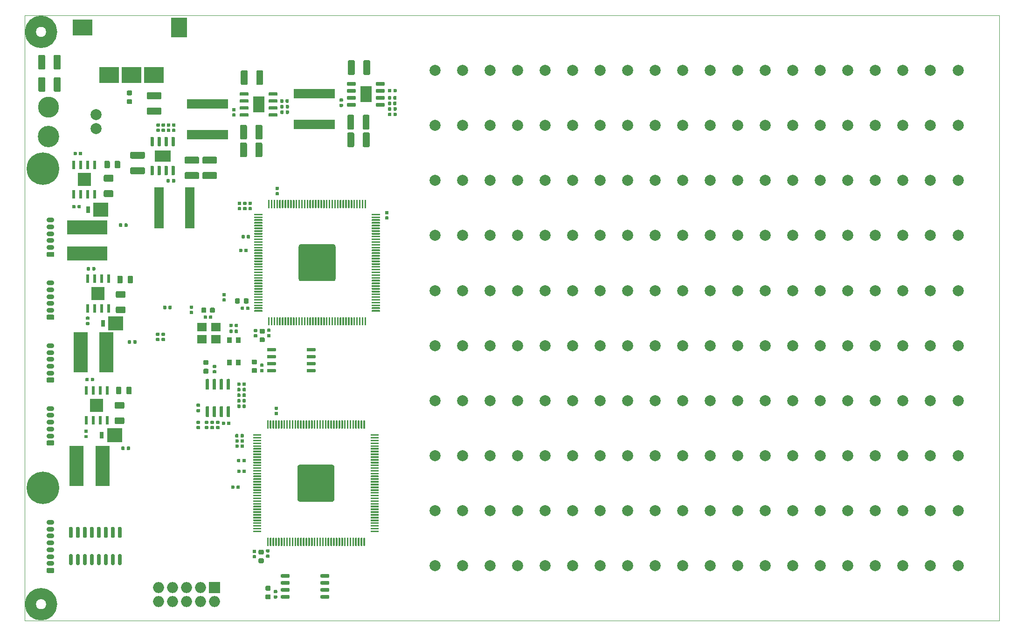
<source format=gbr>
G04 #@! TF.GenerationSoftware,KiCad,Pcbnew,(5.1.5)-3*
G04 #@! TF.CreationDate,2020-11-28T21:49:59-05:00*
G04 #@! TF.ProjectId,floater,666c6f61-7465-4722-9e6b-696361645f70,rev?*
G04 #@! TF.SameCoordinates,PXfb691c48PY5f5e038*
G04 #@! TF.FileFunction,Soldermask,Top*
G04 #@! TF.FilePolarity,Negative*
%FSLAX46Y46*%
G04 Gerber Fmt 4.6, Leading zero omitted, Abs format (unit mm)*
G04 Created by KiCad (PCBNEW (5.1.5)-3) date 2020-11-28 21:49:59*
%MOMM*%
%LPD*%
G04 APERTURE LIST*
%ADD10C,0.050000*%
%ADD11C,2.000000*%
%ADD12C,5.900000*%
%ADD13C,0.100000*%
%ADD14R,3.630000X2.990000*%
%ADD15R,2.990000X3.630000*%
%ADD16R,2.000000X2.000000*%
%ADD17O,2.000000X2.000000*%
%ADD18R,7.300000X2.600000*%
%ADD19R,2.600000X7.300000*%
%ADD20O,1.400000X0.900000*%
%ADD21R,3.000000X2.100000*%
%ADD22R,1.800000X7.500000*%
%ADD23R,2.100000X3.000000*%
%ADD24R,7.500000X1.800000*%
%ADD25R,1.700000X1.500000*%
%ADD26R,2.350000X2.350000*%
%ADD27R,0.600000X1.550000*%
%ADD28R,0.900000X1.000000*%
%ADD29C,2.000000*%
%ADD30C,3.800000*%
%ADD31C,3.890000*%
%ADD32R,0.762000X1.270000*%
%ADD33R,2.670000X2.540000*%
G04 APERTURE END LIST*
D10*
X176997560Y-200D02*
X-2440Y-200D01*
D11*
X4928030Y106999800D02*
G75*
G03X4928030Y106999800I-1930470J0D01*
G01*
X4928030Y2999800D02*
G75*
G03X4928030Y2999800I-1930470J0D01*
G01*
D10*
X176997560Y109999800D02*
X-2440Y109999800D01*
X176997560Y-200D02*
X176997560Y109999800D01*
X-2440Y109999800D02*
X-2440Y-200D01*
D12*
X3294080Y82149500D03*
X3294080Y24149500D03*
D13*
G36*
X33211331Y47355427D02*
G01*
X33232566Y47352277D01*
X33253390Y47347061D01*
X33273602Y47339829D01*
X33293008Y47330650D01*
X33311421Y47319614D01*
X33328664Y47306826D01*
X33344570Y47292410D01*
X33358986Y47276504D01*
X33371774Y47259261D01*
X33382810Y47240848D01*
X33391989Y47221442D01*
X33399221Y47201230D01*
X33404437Y47180406D01*
X33407587Y47159171D01*
X33408640Y47137730D01*
X33408640Y46700230D01*
X33407587Y46678789D01*
X33404437Y46657554D01*
X33399221Y46636730D01*
X33391989Y46616518D01*
X33382810Y46597112D01*
X33371774Y46578699D01*
X33358986Y46561456D01*
X33344570Y46545550D01*
X33328664Y46531134D01*
X33311421Y46518346D01*
X33293008Y46507310D01*
X33273602Y46498131D01*
X33253390Y46490899D01*
X33232566Y46485683D01*
X33211331Y46482533D01*
X33189890Y46481480D01*
X32677390Y46481480D01*
X32655949Y46482533D01*
X32634714Y46485683D01*
X32613890Y46490899D01*
X32593678Y46498131D01*
X32574272Y46507310D01*
X32555859Y46518346D01*
X32538616Y46531134D01*
X32522710Y46545550D01*
X32508294Y46561456D01*
X32495506Y46578699D01*
X32484470Y46597112D01*
X32475291Y46616518D01*
X32468059Y46636730D01*
X32462843Y46657554D01*
X32459693Y46678789D01*
X32458640Y46700230D01*
X32458640Y47137730D01*
X32459693Y47159171D01*
X32462843Y47180406D01*
X32468059Y47201230D01*
X32475291Y47221442D01*
X32484470Y47240848D01*
X32495506Y47259261D01*
X32508294Y47276504D01*
X32522710Y47292410D01*
X32538616Y47306826D01*
X32555859Y47319614D01*
X32574272Y47330650D01*
X32593678Y47339829D01*
X32613890Y47347061D01*
X32634714Y47352277D01*
X32655949Y47355427D01*
X32677390Y47356480D01*
X33189890Y47356480D01*
X33211331Y47355427D01*
G37*
G36*
X33211331Y45780427D02*
G01*
X33232566Y45777277D01*
X33253390Y45772061D01*
X33273602Y45764829D01*
X33293008Y45755650D01*
X33311421Y45744614D01*
X33328664Y45731826D01*
X33344570Y45717410D01*
X33358986Y45701504D01*
X33371774Y45684261D01*
X33382810Y45665848D01*
X33391989Y45646442D01*
X33399221Y45626230D01*
X33404437Y45605406D01*
X33407587Y45584171D01*
X33408640Y45562730D01*
X33408640Y45125230D01*
X33407587Y45103789D01*
X33404437Y45082554D01*
X33399221Y45061730D01*
X33391989Y45041518D01*
X33382810Y45022112D01*
X33371774Y45003699D01*
X33358986Y44986456D01*
X33344570Y44970550D01*
X33328664Y44956134D01*
X33311421Y44943346D01*
X33293008Y44932310D01*
X33273602Y44923131D01*
X33253390Y44915899D01*
X33232566Y44910683D01*
X33211331Y44907533D01*
X33189890Y44906480D01*
X32677390Y44906480D01*
X32655949Y44907533D01*
X32634714Y44910683D01*
X32613890Y44915899D01*
X32593678Y44923131D01*
X32574272Y44932310D01*
X32555859Y44943346D01*
X32538616Y44956134D01*
X32522710Y44970550D01*
X32508294Y44986456D01*
X32495506Y45003699D01*
X32484470Y45022112D01*
X32475291Y45041518D01*
X32468059Y45061730D01*
X32462843Y45082554D01*
X32459693Y45103789D01*
X32458640Y45125230D01*
X32458640Y45562730D01*
X32459693Y45584171D01*
X32462843Y45605406D01*
X32468059Y45626230D01*
X32475291Y45646442D01*
X32484470Y45665848D01*
X32495506Y45684261D01*
X32508294Y45701504D01*
X32522710Y45717410D01*
X32538616Y45731826D01*
X32555859Y45744614D01*
X32574272Y45755650D01*
X32593678Y45764829D01*
X32613890Y45772061D01*
X32634714Y45777277D01*
X32655949Y45780427D01*
X32677390Y45781480D01*
X33189890Y45781480D01*
X33211331Y45780427D01*
G37*
G36*
X34675078Y46496750D02*
G01*
X34689396Y46494626D01*
X34703437Y46491109D01*
X34717066Y46486232D01*
X34730151Y46480043D01*
X34742567Y46472602D01*
X34754193Y46463979D01*
X34764918Y46454258D01*
X34774639Y46443533D01*
X34783262Y46431907D01*
X34790703Y46419491D01*
X34796892Y46406406D01*
X34801769Y46392777D01*
X34805286Y46378736D01*
X34807410Y46364418D01*
X34808120Y46349960D01*
X34808120Y46054960D01*
X34807410Y46040502D01*
X34805286Y46026184D01*
X34801769Y46012143D01*
X34796892Y45998514D01*
X34790703Y45985429D01*
X34783262Y45973013D01*
X34774639Y45961387D01*
X34764918Y45950662D01*
X34754193Y45940941D01*
X34742567Y45932318D01*
X34730151Y45924877D01*
X34717066Y45918688D01*
X34703437Y45913811D01*
X34689396Y45910294D01*
X34675078Y45908170D01*
X34660620Y45907460D01*
X34315620Y45907460D01*
X34301162Y45908170D01*
X34286844Y45910294D01*
X34272803Y45913811D01*
X34259174Y45918688D01*
X34246089Y45924877D01*
X34233673Y45932318D01*
X34222047Y45940941D01*
X34211322Y45950662D01*
X34201601Y45961387D01*
X34192978Y45973013D01*
X34185537Y45985429D01*
X34179348Y45998514D01*
X34174471Y46012143D01*
X34170954Y46026184D01*
X34168830Y46040502D01*
X34168120Y46054960D01*
X34168120Y46349960D01*
X34168830Y46364418D01*
X34170954Y46378736D01*
X34174471Y46392777D01*
X34179348Y46406406D01*
X34185537Y46419491D01*
X34192978Y46431907D01*
X34201601Y46443533D01*
X34211322Y46454258D01*
X34222047Y46463979D01*
X34233673Y46472602D01*
X34246089Y46480043D01*
X34259174Y46486232D01*
X34272803Y46491109D01*
X34286844Y46494626D01*
X34301162Y46496750D01*
X34315620Y46497460D01*
X34660620Y46497460D01*
X34675078Y46496750D01*
G37*
G36*
X34675078Y45526750D02*
G01*
X34689396Y45524626D01*
X34703437Y45521109D01*
X34717066Y45516232D01*
X34730151Y45510043D01*
X34742567Y45502602D01*
X34754193Y45493979D01*
X34764918Y45484258D01*
X34774639Y45473533D01*
X34783262Y45461907D01*
X34790703Y45449491D01*
X34796892Y45436406D01*
X34801769Y45422777D01*
X34805286Y45408736D01*
X34807410Y45394418D01*
X34808120Y45379960D01*
X34808120Y45084960D01*
X34807410Y45070502D01*
X34805286Y45056184D01*
X34801769Y45042143D01*
X34796892Y45028514D01*
X34790703Y45015429D01*
X34783262Y45003013D01*
X34774639Y44991387D01*
X34764918Y44980662D01*
X34754193Y44970941D01*
X34742567Y44962318D01*
X34730151Y44954877D01*
X34717066Y44948688D01*
X34703437Y44943811D01*
X34689396Y44940294D01*
X34675078Y44938170D01*
X34660620Y44937460D01*
X34315620Y44937460D01*
X34301162Y44938170D01*
X34286844Y44940294D01*
X34272803Y44943811D01*
X34259174Y44948688D01*
X34246089Y44954877D01*
X34233673Y44962318D01*
X34222047Y44970941D01*
X34211322Y44980662D01*
X34201601Y44991387D01*
X34192978Y45003013D01*
X34185537Y45015429D01*
X34179348Y45028514D01*
X34174471Y45042143D01*
X34170954Y45056184D01*
X34168830Y45070502D01*
X34168120Y45084960D01*
X34168120Y45379960D01*
X34168830Y45394418D01*
X34170954Y45408736D01*
X34174471Y45422777D01*
X34179348Y45436406D01*
X34185537Y45449491D01*
X34192978Y45461907D01*
X34201601Y45473533D01*
X34211322Y45484258D01*
X34222047Y45493979D01*
X34233673Y45502602D01*
X34246089Y45510043D01*
X34259174Y45516232D01*
X34272803Y45521109D01*
X34286844Y45524626D01*
X34301162Y45526750D01*
X34315620Y45527460D01*
X34660620Y45527460D01*
X34675078Y45526750D01*
G37*
G36*
X37240738Y36191710D02*
G01*
X37255056Y36189586D01*
X37269097Y36186069D01*
X37282726Y36181192D01*
X37295811Y36175003D01*
X37308227Y36167562D01*
X37319853Y36158939D01*
X37330578Y36149218D01*
X37340299Y36138493D01*
X37348922Y36126867D01*
X37356363Y36114451D01*
X37362552Y36101366D01*
X37367429Y36087737D01*
X37370946Y36073696D01*
X37373070Y36059378D01*
X37373780Y36044920D01*
X37373780Y35699920D01*
X37373070Y35685462D01*
X37370946Y35671144D01*
X37367429Y35657103D01*
X37362552Y35643474D01*
X37356363Y35630389D01*
X37348922Y35617973D01*
X37340299Y35606347D01*
X37330578Y35595622D01*
X37319853Y35585901D01*
X37308227Y35577278D01*
X37295811Y35569837D01*
X37282726Y35563648D01*
X37269097Y35558771D01*
X37255056Y35555254D01*
X37240738Y35553130D01*
X37226280Y35552420D01*
X36931280Y35552420D01*
X36916822Y35553130D01*
X36902504Y35555254D01*
X36888463Y35558771D01*
X36874834Y35563648D01*
X36861749Y35569837D01*
X36849333Y35577278D01*
X36837707Y35585901D01*
X36826982Y35595622D01*
X36817261Y35606347D01*
X36808638Y35617973D01*
X36801197Y35630389D01*
X36795008Y35643474D01*
X36790131Y35657103D01*
X36786614Y35671144D01*
X36784490Y35685462D01*
X36783780Y35699920D01*
X36783780Y36044920D01*
X36784490Y36059378D01*
X36786614Y36073696D01*
X36790131Y36087737D01*
X36795008Y36101366D01*
X36801197Y36114451D01*
X36808638Y36126867D01*
X36817261Y36138493D01*
X36826982Y36149218D01*
X36837707Y36158939D01*
X36849333Y36167562D01*
X36861749Y36175003D01*
X36874834Y36181192D01*
X36888463Y36186069D01*
X36902504Y36189586D01*
X36916822Y36191710D01*
X36931280Y36192420D01*
X37226280Y36192420D01*
X37240738Y36191710D01*
G37*
G36*
X36270738Y36191710D02*
G01*
X36285056Y36189586D01*
X36299097Y36186069D01*
X36312726Y36181192D01*
X36325811Y36175003D01*
X36338227Y36167562D01*
X36349853Y36158939D01*
X36360578Y36149218D01*
X36370299Y36138493D01*
X36378922Y36126867D01*
X36386363Y36114451D01*
X36392552Y36101366D01*
X36397429Y36087737D01*
X36400946Y36073696D01*
X36403070Y36059378D01*
X36403780Y36044920D01*
X36403780Y35699920D01*
X36403070Y35685462D01*
X36400946Y35671144D01*
X36397429Y35657103D01*
X36392552Y35643474D01*
X36386363Y35630389D01*
X36378922Y35617973D01*
X36370299Y35606347D01*
X36360578Y35595622D01*
X36349853Y35585901D01*
X36338227Y35577278D01*
X36325811Y35569837D01*
X36312726Y35563648D01*
X36299097Y35558771D01*
X36285056Y35555254D01*
X36270738Y35553130D01*
X36256280Y35552420D01*
X35961280Y35552420D01*
X35946822Y35553130D01*
X35932504Y35555254D01*
X35918463Y35558771D01*
X35904834Y35563648D01*
X35891749Y35569837D01*
X35879333Y35577278D01*
X35867707Y35585901D01*
X35856982Y35595622D01*
X35847261Y35606347D01*
X35838638Y35617973D01*
X35831197Y35630389D01*
X35825008Y35643474D01*
X35820131Y35657103D01*
X35816614Y35671144D01*
X35814490Y35685462D01*
X35813780Y35699920D01*
X35813780Y36044920D01*
X35814490Y36059378D01*
X35816614Y36073696D01*
X35820131Y36087737D01*
X35825008Y36101366D01*
X35831197Y36114451D01*
X35838638Y36126867D01*
X35847261Y36138493D01*
X35856982Y36149218D01*
X35867707Y36158939D01*
X35879333Y36167562D01*
X35891749Y36175003D01*
X35904834Y36181192D01*
X35918463Y36186069D01*
X35932504Y36189586D01*
X35946822Y36191710D01*
X35961280Y36192420D01*
X36256280Y36192420D01*
X36270738Y36191710D01*
G37*
G36*
X34258518Y35376910D02*
G01*
X34272836Y35374786D01*
X34286877Y35371269D01*
X34300506Y35366392D01*
X34313591Y35360203D01*
X34326007Y35352762D01*
X34337633Y35344139D01*
X34348358Y35334418D01*
X34358079Y35323693D01*
X34366702Y35312067D01*
X34374143Y35299651D01*
X34380332Y35286566D01*
X34385209Y35272937D01*
X34388726Y35258896D01*
X34390850Y35244578D01*
X34391560Y35230120D01*
X34391560Y34935120D01*
X34390850Y34920662D01*
X34388726Y34906344D01*
X34385209Y34892303D01*
X34380332Y34878674D01*
X34374143Y34865589D01*
X34366702Y34853173D01*
X34358079Y34841547D01*
X34348358Y34830822D01*
X34337633Y34821101D01*
X34326007Y34812478D01*
X34313591Y34805037D01*
X34300506Y34798848D01*
X34286877Y34793971D01*
X34272836Y34790454D01*
X34258518Y34788330D01*
X34244060Y34787620D01*
X33899060Y34787620D01*
X33884602Y34788330D01*
X33870284Y34790454D01*
X33856243Y34793971D01*
X33842614Y34798848D01*
X33829529Y34805037D01*
X33817113Y34812478D01*
X33805487Y34821101D01*
X33794762Y34830822D01*
X33785041Y34841547D01*
X33776418Y34853173D01*
X33768977Y34865589D01*
X33762788Y34878674D01*
X33757911Y34892303D01*
X33754394Y34906344D01*
X33752270Y34920662D01*
X33751560Y34935120D01*
X33751560Y35230120D01*
X33752270Y35244578D01*
X33754394Y35258896D01*
X33757911Y35272937D01*
X33762788Y35286566D01*
X33768977Y35299651D01*
X33776418Y35312067D01*
X33785041Y35323693D01*
X33794762Y35334418D01*
X33805487Y35344139D01*
X33817113Y35352762D01*
X33829529Y35360203D01*
X33842614Y35366392D01*
X33856243Y35371269D01*
X33870284Y35374786D01*
X33884602Y35376910D01*
X33899060Y35377620D01*
X34244060Y35377620D01*
X34258518Y35376910D01*
G37*
G36*
X34258518Y36346910D02*
G01*
X34272836Y36344786D01*
X34286877Y36341269D01*
X34300506Y36336392D01*
X34313591Y36330203D01*
X34326007Y36322762D01*
X34337633Y36314139D01*
X34348358Y36304418D01*
X34358079Y36293693D01*
X34366702Y36282067D01*
X34374143Y36269651D01*
X34380332Y36256566D01*
X34385209Y36242937D01*
X34388726Y36228896D01*
X34390850Y36214578D01*
X34391560Y36200120D01*
X34391560Y35905120D01*
X34390850Y35890662D01*
X34388726Y35876344D01*
X34385209Y35862303D01*
X34380332Y35848674D01*
X34374143Y35835589D01*
X34366702Y35823173D01*
X34358079Y35811547D01*
X34348358Y35800822D01*
X34337633Y35791101D01*
X34326007Y35782478D01*
X34313591Y35775037D01*
X34300506Y35768848D01*
X34286877Y35763971D01*
X34272836Y35760454D01*
X34258518Y35758330D01*
X34244060Y35757620D01*
X33899060Y35757620D01*
X33884602Y35758330D01*
X33870284Y35760454D01*
X33856243Y35763971D01*
X33842614Y35768848D01*
X33829529Y35775037D01*
X33817113Y35782478D01*
X33805487Y35791101D01*
X33794762Y35800822D01*
X33785041Y35811547D01*
X33776418Y35823173D01*
X33768977Y35835589D01*
X33762788Y35848674D01*
X33757911Y35862303D01*
X33754394Y35876344D01*
X33752270Y35890662D01*
X33751560Y35905120D01*
X33751560Y36200120D01*
X33752270Y36214578D01*
X33754394Y36228896D01*
X33757911Y36242937D01*
X33762788Y36256566D01*
X33768977Y36269651D01*
X33776418Y36282067D01*
X33785041Y36293693D01*
X33794762Y36304418D01*
X33805487Y36314139D01*
X33817113Y36322762D01*
X33829529Y36330203D01*
X33842614Y36336392D01*
X33856243Y36341269D01*
X33870284Y36344786D01*
X33884602Y36346910D01*
X33899060Y36347620D01*
X34244060Y36347620D01*
X34258518Y36346910D01*
G37*
G36*
X40037278Y40291270D02*
G01*
X40051596Y40289146D01*
X40065637Y40285629D01*
X40079266Y40280752D01*
X40092351Y40274563D01*
X40104767Y40267122D01*
X40116393Y40258499D01*
X40127118Y40248778D01*
X40136839Y40238053D01*
X40145462Y40226427D01*
X40152903Y40214011D01*
X40159092Y40200926D01*
X40163969Y40187297D01*
X40167486Y40173256D01*
X40169610Y40158938D01*
X40170320Y40144480D01*
X40170320Y39799480D01*
X40169610Y39785022D01*
X40167486Y39770704D01*
X40163969Y39756663D01*
X40159092Y39743034D01*
X40152903Y39729949D01*
X40145462Y39717533D01*
X40136839Y39705907D01*
X40127118Y39695182D01*
X40116393Y39685461D01*
X40104767Y39676838D01*
X40092351Y39669397D01*
X40079266Y39663208D01*
X40065637Y39658331D01*
X40051596Y39654814D01*
X40037278Y39652690D01*
X40022820Y39651980D01*
X39727820Y39651980D01*
X39713362Y39652690D01*
X39699044Y39654814D01*
X39685003Y39658331D01*
X39671374Y39663208D01*
X39658289Y39669397D01*
X39645873Y39676838D01*
X39634247Y39685461D01*
X39623522Y39695182D01*
X39613801Y39705907D01*
X39605178Y39717533D01*
X39597737Y39729949D01*
X39591548Y39743034D01*
X39586671Y39756663D01*
X39583154Y39770704D01*
X39581030Y39785022D01*
X39580320Y39799480D01*
X39580320Y40144480D01*
X39581030Y40158938D01*
X39583154Y40173256D01*
X39586671Y40187297D01*
X39591548Y40200926D01*
X39597737Y40214011D01*
X39605178Y40226427D01*
X39613801Y40238053D01*
X39623522Y40248778D01*
X39634247Y40258499D01*
X39645873Y40267122D01*
X39658289Y40274563D01*
X39671374Y40280752D01*
X39685003Y40285629D01*
X39699044Y40289146D01*
X39713362Y40291270D01*
X39727820Y40291980D01*
X40022820Y40291980D01*
X40037278Y40291270D01*
G37*
G36*
X39067278Y40291270D02*
G01*
X39081596Y40289146D01*
X39095637Y40285629D01*
X39109266Y40280752D01*
X39122351Y40274563D01*
X39134767Y40267122D01*
X39146393Y40258499D01*
X39157118Y40248778D01*
X39166839Y40238053D01*
X39175462Y40226427D01*
X39182903Y40214011D01*
X39189092Y40200926D01*
X39193969Y40187297D01*
X39197486Y40173256D01*
X39199610Y40158938D01*
X39200320Y40144480D01*
X39200320Y39799480D01*
X39199610Y39785022D01*
X39197486Y39770704D01*
X39193969Y39756663D01*
X39189092Y39743034D01*
X39182903Y39729949D01*
X39175462Y39717533D01*
X39166839Y39705907D01*
X39157118Y39695182D01*
X39146393Y39685461D01*
X39134767Y39676838D01*
X39122351Y39669397D01*
X39109266Y39663208D01*
X39095637Y39658331D01*
X39081596Y39654814D01*
X39067278Y39652690D01*
X39052820Y39651980D01*
X38757820Y39651980D01*
X38743362Y39652690D01*
X38729044Y39654814D01*
X38715003Y39658331D01*
X38701374Y39663208D01*
X38688289Y39669397D01*
X38675873Y39676838D01*
X38664247Y39685461D01*
X38653522Y39695182D01*
X38643801Y39705907D01*
X38635178Y39717533D01*
X38627737Y39729949D01*
X38621548Y39743034D01*
X38616671Y39756663D01*
X38613154Y39770704D01*
X38611030Y39785022D01*
X38610320Y39799480D01*
X38610320Y40144480D01*
X38611030Y40158938D01*
X38613154Y40173256D01*
X38616671Y40187297D01*
X38621548Y40200926D01*
X38627737Y40214011D01*
X38635178Y40226427D01*
X38643801Y40238053D01*
X38653522Y40248778D01*
X38664247Y40258499D01*
X38675873Y40267122D01*
X38688289Y40274563D01*
X38701374Y40280752D01*
X38715003Y40285629D01*
X38729044Y40289146D01*
X38743362Y40291270D01*
X38757820Y40291980D01*
X39052820Y40291980D01*
X39067278Y40291270D01*
G37*
G36*
X35279598Y35376910D02*
G01*
X35293916Y35374786D01*
X35307957Y35371269D01*
X35321586Y35366392D01*
X35334671Y35360203D01*
X35347087Y35352762D01*
X35358713Y35344139D01*
X35369438Y35334418D01*
X35379159Y35323693D01*
X35387782Y35312067D01*
X35395223Y35299651D01*
X35401412Y35286566D01*
X35406289Y35272937D01*
X35409806Y35258896D01*
X35411930Y35244578D01*
X35412640Y35230120D01*
X35412640Y34935120D01*
X35411930Y34920662D01*
X35409806Y34906344D01*
X35406289Y34892303D01*
X35401412Y34878674D01*
X35395223Y34865589D01*
X35387782Y34853173D01*
X35379159Y34841547D01*
X35369438Y34830822D01*
X35358713Y34821101D01*
X35347087Y34812478D01*
X35334671Y34805037D01*
X35321586Y34798848D01*
X35307957Y34793971D01*
X35293916Y34790454D01*
X35279598Y34788330D01*
X35265140Y34787620D01*
X34920140Y34787620D01*
X34905682Y34788330D01*
X34891364Y34790454D01*
X34877323Y34793971D01*
X34863694Y34798848D01*
X34850609Y34805037D01*
X34838193Y34812478D01*
X34826567Y34821101D01*
X34815842Y34830822D01*
X34806121Y34841547D01*
X34797498Y34853173D01*
X34790057Y34865589D01*
X34783868Y34878674D01*
X34778991Y34892303D01*
X34775474Y34906344D01*
X34773350Y34920662D01*
X34772640Y34935120D01*
X34772640Y35230120D01*
X34773350Y35244578D01*
X34775474Y35258896D01*
X34778991Y35272937D01*
X34783868Y35286566D01*
X34790057Y35299651D01*
X34797498Y35312067D01*
X34806121Y35323693D01*
X34815842Y35334418D01*
X34826567Y35344139D01*
X34838193Y35352762D01*
X34850609Y35360203D01*
X34863694Y35366392D01*
X34877323Y35371269D01*
X34891364Y35374786D01*
X34905682Y35376910D01*
X34920140Y35377620D01*
X35265140Y35377620D01*
X35279598Y35376910D01*
G37*
G36*
X35279598Y36346910D02*
G01*
X35293916Y36344786D01*
X35307957Y36341269D01*
X35321586Y36336392D01*
X35334671Y36330203D01*
X35347087Y36322762D01*
X35358713Y36314139D01*
X35369438Y36304418D01*
X35379159Y36293693D01*
X35387782Y36282067D01*
X35395223Y36269651D01*
X35401412Y36256566D01*
X35406289Y36242937D01*
X35409806Y36228896D01*
X35411930Y36214578D01*
X35412640Y36200120D01*
X35412640Y35905120D01*
X35411930Y35890662D01*
X35409806Y35876344D01*
X35406289Y35862303D01*
X35401412Y35848674D01*
X35395223Y35835589D01*
X35387782Y35823173D01*
X35379159Y35811547D01*
X35369438Y35800822D01*
X35358713Y35791101D01*
X35347087Y35782478D01*
X35334671Y35775037D01*
X35321586Y35768848D01*
X35307957Y35763971D01*
X35293916Y35760454D01*
X35279598Y35758330D01*
X35265140Y35757620D01*
X34920140Y35757620D01*
X34905682Y35758330D01*
X34891364Y35760454D01*
X34877323Y35763971D01*
X34863694Y35768848D01*
X34850609Y35775037D01*
X34838193Y35782478D01*
X34826567Y35791101D01*
X34815842Y35800822D01*
X34806121Y35811547D01*
X34797498Y35823173D01*
X34790057Y35835589D01*
X34783868Y35848674D01*
X34778991Y35862303D01*
X34775474Y35876344D01*
X34773350Y35890662D01*
X34772640Y35905120D01*
X34772640Y36200120D01*
X34773350Y36214578D01*
X34775474Y36228896D01*
X34778991Y36242937D01*
X34783868Y36256566D01*
X34790057Y36269651D01*
X34797498Y36282067D01*
X34806121Y36293693D01*
X34815842Y36304418D01*
X34826567Y36314139D01*
X34838193Y36322762D01*
X34850609Y36330203D01*
X34863694Y36336392D01*
X34877323Y36341269D01*
X34891364Y36344786D01*
X34905682Y36346910D01*
X34920140Y36347620D01*
X35265140Y36347620D01*
X35279598Y36346910D01*
G37*
G36*
X33239978Y36357070D02*
G01*
X33254296Y36354946D01*
X33268337Y36351429D01*
X33281966Y36346552D01*
X33295051Y36340363D01*
X33307467Y36332922D01*
X33319093Y36324299D01*
X33329818Y36314578D01*
X33339539Y36303853D01*
X33348162Y36292227D01*
X33355603Y36279811D01*
X33361792Y36266726D01*
X33366669Y36253097D01*
X33370186Y36239056D01*
X33372310Y36224738D01*
X33373020Y36210280D01*
X33373020Y35915280D01*
X33372310Y35900822D01*
X33370186Y35886504D01*
X33366669Y35872463D01*
X33361792Y35858834D01*
X33355603Y35845749D01*
X33348162Y35833333D01*
X33339539Y35821707D01*
X33329818Y35810982D01*
X33319093Y35801261D01*
X33307467Y35792638D01*
X33295051Y35785197D01*
X33281966Y35779008D01*
X33268337Y35774131D01*
X33254296Y35770614D01*
X33239978Y35768490D01*
X33225520Y35767780D01*
X32880520Y35767780D01*
X32866062Y35768490D01*
X32851744Y35770614D01*
X32837703Y35774131D01*
X32824074Y35779008D01*
X32810989Y35785197D01*
X32798573Y35792638D01*
X32786947Y35801261D01*
X32776222Y35810982D01*
X32766501Y35821707D01*
X32757878Y35833333D01*
X32750437Y35845749D01*
X32744248Y35858834D01*
X32739371Y35872463D01*
X32735854Y35886504D01*
X32733730Y35900822D01*
X32733020Y35915280D01*
X32733020Y36210280D01*
X32733730Y36224738D01*
X32735854Y36239056D01*
X32739371Y36253097D01*
X32744248Y36266726D01*
X32750437Y36279811D01*
X32757878Y36292227D01*
X32766501Y36303853D01*
X32776222Y36314578D01*
X32786947Y36324299D01*
X32798573Y36332922D01*
X32810989Y36340363D01*
X32824074Y36346552D01*
X32837703Y36351429D01*
X32851744Y36354946D01*
X32866062Y36357070D01*
X32880520Y36357780D01*
X33225520Y36357780D01*
X33239978Y36357070D01*
G37*
G36*
X33239978Y35387070D02*
G01*
X33254296Y35384946D01*
X33268337Y35381429D01*
X33281966Y35376552D01*
X33295051Y35370363D01*
X33307467Y35362922D01*
X33319093Y35354299D01*
X33329818Y35344578D01*
X33339539Y35333853D01*
X33348162Y35322227D01*
X33355603Y35309811D01*
X33361792Y35296726D01*
X33366669Y35283097D01*
X33370186Y35269056D01*
X33372310Y35254738D01*
X33373020Y35240280D01*
X33373020Y34945280D01*
X33372310Y34930822D01*
X33370186Y34916504D01*
X33366669Y34902463D01*
X33361792Y34888834D01*
X33355603Y34875749D01*
X33348162Y34863333D01*
X33339539Y34851707D01*
X33329818Y34840982D01*
X33319093Y34831261D01*
X33307467Y34822638D01*
X33295051Y34815197D01*
X33281966Y34809008D01*
X33268337Y34804131D01*
X33254296Y34800614D01*
X33239978Y34798490D01*
X33225520Y34797780D01*
X32880520Y34797780D01*
X32866062Y34798490D01*
X32851744Y34800614D01*
X32837703Y34804131D01*
X32824074Y34809008D01*
X32810989Y34815197D01*
X32798573Y34822638D01*
X32786947Y34831261D01*
X32776222Y34840982D01*
X32766501Y34851707D01*
X32757878Y34863333D01*
X32750437Y34875749D01*
X32744248Y34888834D01*
X32739371Y34902463D01*
X32735854Y34916504D01*
X32733730Y34930822D01*
X32733020Y34945280D01*
X32733020Y35240280D01*
X32733730Y35254738D01*
X32735854Y35269056D01*
X32739371Y35283097D01*
X32744248Y35296726D01*
X32750437Y35309811D01*
X32757878Y35322227D01*
X32766501Y35333853D01*
X32776222Y35344578D01*
X32786947Y35354299D01*
X32798573Y35362922D01*
X32810989Y35370363D01*
X32824074Y35376552D01*
X32837703Y35381429D01*
X32851744Y35384946D01*
X32866062Y35387070D01*
X32880520Y35387780D01*
X33225520Y35387780D01*
X33239978Y35387070D01*
G37*
G36*
X33359963Y43919098D02*
G01*
X33374524Y43916938D01*
X33388803Y43913361D01*
X33402663Y43908402D01*
X33415970Y43902108D01*
X33428596Y43894540D01*
X33440419Y43885772D01*
X33451326Y43875886D01*
X33461212Y43864979D01*
X33469980Y43853156D01*
X33477548Y43840530D01*
X33483842Y43827223D01*
X33488801Y43813363D01*
X33492378Y43799084D01*
X33494538Y43784523D01*
X33495260Y43769820D01*
X33495260Y42119820D01*
X33494538Y42105117D01*
X33492378Y42090556D01*
X33488801Y42076277D01*
X33483842Y42062417D01*
X33477548Y42049110D01*
X33469980Y42036484D01*
X33461212Y42024661D01*
X33451326Y42013754D01*
X33440419Y42003868D01*
X33428596Y41995100D01*
X33415970Y41987532D01*
X33402663Y41981238D01*
X33388803Y41976279D01*
X33374524Y41972702D01*
X33359963Y41970542D01*
X33345260Y41969820D01*
X33045260Y41969820D01*
X33030557Y41970542D01*
X33015996Y41972702D01*
X33001717Y41976279D01*
X32987857Y41981238D01*
X32974550Y41987532D01*
X32961924Y41995100D01*
X32950101Y42003868D01*
X32939194Y42013754D01*
X32929308Y42024661D01*
X32920540Y42036484D01*
X32912972Y42049110D01*
X32906678Y42062417D01*
X32901719Y42076277D01*
X32898142Y42090556D01*
X32895982Y42105117D01*
X32895260Y42119820D01*
X32895260Y43769820D01*
X32895982Y43784523D01*
X32898142Y43799084D01*
X32901719Y43813363D01*
X32906678Y43827223D01*
X32912972Y43840530D01*
X32920540Y43853156D01*
X32929308Y43864979D01*
X32939194Y43875886D01*
X32950101Y43885772D01*
X32961924Y43894540D01*
X32974550Y43902108D01*
X32987857Y43908402D01*
X33001717Y43913361D01*
X33015996Y43916938D01*
X33030557Y43919098D01*
X33045260Y43919820D01*
X33345260Y43919820D01*
X33359963Y43919098D01*
G37*
G36*
X34629963Y43919098D02*
G01*
X34644524Y43916938D01*
X34658803Y43913361D01*
X34672663Y43908402D01*
X34685970Y43902108D01*
X34698596Y43894540D01*
X34710419Y43885772D01*
X34721326Y43875886D01*
X34731212Y43864979D01*
X34739980Y43853156D01*
X34747548Y43840530D01*
X34753842Y43827223D01*
X34758801Y43813363D01*
X34762378Y43799084D01*
X34764538Y43784523D01*
X34765260Y43769820D01*
X34765260Y42119820D01*
X34764538Y42105117D01*
X34762378Y42090556D01*
X34758801Y42076277D01*
X34753842Y42062417D01*
X34747548Y42049110D01*
X34739980Y42036484D01*
X34731212Y42024661D01*
X34721326Y42013754D01*
X34710419Y42003868D01*
X34698596Y41995100D01*
X34685970Y41987532D01*
X34672663Y41981238D01*
X34658803Y41976279D01*
X34644524Y41972702D01*
X34629963Y41970542D01*
X34615260Y41969820D01*
X34315260Y41969820D01*
X34300557Y41970542D01*
X34285996Y41972702D01*
X34271717Y41976279D01*
X34257857Y41981238D01*
X34244550Y41987532D01*
X34231924Y41995100D01*
X34220101Y42003868D01*
X34209194Y42013754D01*
X34199308Y42024661D01*
X34190540Y42036484D01*
X34182972Y42049110D01*
X34176678Y42062417D01*
X34171719Y42076277D01*
X34168142Y42090556D01*
X34165982Y42105117D01*
X34165260Y42119820D01*
X34165260Y43769820D01*
X34165982Y43784523D01*
X34168142Y43799084D01*
X34171719Y43813363D01*
X34176678Y43827223D01*
X34182972Y43840530D01*
X34190540Y43853156D01*
X34199308Y43864979D01*
X34209194Y43875886D01*
X34220101Y43885772D01*
X34231924Y43894540D01*
X34244550Y43902108D01*
X34257857Y43908402D01*
X34271717Y43913361D01*
X34285996Y43916938D01*
X34300557Y43919098D01*
X34315260Y43919820D01*
X34615260Y43919820D01*
X34629963Y43919098D01*
G37*
G36*
X35899963Y43919098D02*
G01*
X35914524Y43916938D01*
X35928803Y43913361D01*
X35942663Y43908402D01*
X35955970Y43902108D01*
X35968596Y43894540D01*
X35980419Y43885772D01*
X35991326Y43875886D01*
X36001212Y43864979D01*
X36009980Y43853156D01*
X36017548Y43840530D01*
X36023842Y43827223D01*
X36028801Y43813363D01*
X36032378Y43799084D01*
X36034538Y43784523D01*
X36035260Y43769820D01*
X36035260Y42119820D01*
X36034538Y42105117D01*
X36032378Y42090556D01*
X36028801Y42076277D01*
X36023842Y42062417D01*
X36017548Y42049110D01*
X36009980Y42036484D01*
X36001212Y42024661D01*
X35991326Y42013754D01*
X35980419Y42003868D01*
X35968596Y41995100D01*
X35955970Y41987532D01*
X35942663Y41981238D01*
X35928803Y41976279D01*
X35914524Y41972702D01*
X35899963Y41970542D01*
X35885260Y41969820D01*
X35585260Y41969820D01*
X35570557Y41970542D01*
X35555996Y41972702D01*
X35541717Y41976279D01*
X35527857Y41981238D01*
X35514550Y41987532D01*
X35501924Y41995100D01*
X35490101Y42003868D01*
X35479194Y42013754D01*
X35469308Y42024661D01*
X35460540Y42036484D01*
X35452972Y42049110D01*
X35446678Y42062417D01*
X35441719Y42076277D01*
X35438142Y42090556D01*
X35435982Y42105117D01*
X35435260Y42119820D01*
X35435260Y43769820D01*
X35435982Y43784523D01*
X35438142Y43799084D01*
X35441719Y43813363D01*
X35446678Y43827223D01*
X35452972Y43840530D01*
X35460540Y43853156D01*
X35469308Y43864979D01*
X35479194Y43875886D01*
X35490101Y43885772D01*
X35501924Y43894540D01*
X35514550Y43902108D01*
X35527857Y43908402D01*
X35541717Y43913361D01*
X35555996Y43916938D01*
X35570557Y43919098D01*
X35585260Y43919820D01*
X35885260Y43919820D01*
X35899963Y43919098D01*
G37*
G36*
X37169963Y43919098D02*
G01*
X37184524Y43916938D01*
X37198803Y43913361D01*
X37212663Y43908402D01*
X37225970Y43902108D01*
X37238596Y43894540D01*
X37250419Y43885772D01*
X37261326Y43875886D01*
X37271212Y43864979D01*
X37279980Y43853156D01*
X37287548Y43840530D01*
X37293842Y43827223D01*
X37298801Y43813363D01*
X37302378Y43799084D01*
X37304538Y43784523D01*
X37305260Y43769820D01*
X37305260Y42119820D01*
X37304538Y42105117D01*
X37302378Y42090556D01*
X37298801Y42076277D01*
X37293842Y42062417D01*
X37287548Y42049110D01*
X37279980Y42036484D01*
X37271212Y42024661D01*
X37261326Y42013754D01*
X37250419Y42003868D01*
X37238596Y41995100D01*
X37225970Y41987532D01*
X37212663Y41981238D01*
X37198803Y41976279D01*
X37184524Y41972702D01*
X37169963Y41970542D01*
X37155260Y41969820D01*
X36855260Y41969820D01*
X36840557Y41970542D01*
X36825996Y41972702D01*
X36811717Y41976279D01*
X36797857Y41981238D01*
X36784550Y41987532D01*
X36771924Y41995100D01*
X36760101Y42003868D01*
X36749194Y42013754D01*
X36739308Y42024661D01*
X36730540Y42036484D01*
X36722972Y42049110D01*
X36716678Y42062417D01*
X36711719Y42076277D01*
X36708142Y42090556D01*
X36705982Y42105117D01*
X36705260Y42119820D01*
X36705260Y43769820D01*
X36705982Y43784523D01*
X36708142Y43799084D01*
X36711719Y43813363D01*
X36716678Y43827223D01*
X36722972Y43840530D01*
X36730540Y43853156D01*
X36739308Y43864979D01*
X36749194Y43875886D01*
X36760101Y43885772D01*
X36771924Y43894540D01*
X36784550Y43902108D01*
X36797857Y43908402D01*
X36811717Y43913361D01*
X36825996Y43916938D01*
X36840557Y43919098D01*
X36855260Y43919820D01*
X37155260Y43919820D01*
X37169963Y43919098D01*
G37*
G36*
X37169963Y38969098D02*
G01*
X37184524Y38966938D01*
X37198803Y38963361D01*
X37212663Y38958402D01*
X37225970Y38952108D01*
X37238596Y38944540D01*
X37250419Y38935772D01*
X37261326Y38925886D01*
X37271212Y38914979D01*
X37279980Y38903156D01*
X37287548Y38890530D01*
X37293842Y38877223D01*
X37298801Y38863363D01*
X37302378Y38849084D01*
X37304538Y38834523D01*
X37305260Y38819820D01*
X37305260Y37169820D01*
X37304538Y37155117D01*
X37302378Y37140556D01*
X37298801Y37126277D01*
X37293842Y37112417D01*
X37287548Y37099110D01*
X37279980Y37086484D01*
X37271212Y37074661D01*
X37261326Y37063754D01*
X37250419Y37053868D01*
X37238596Y37045100D01*
X37225970Y37037532D01*
X37212663Y37031238D01*
X37198803Y37026279D01*
X37184524Y37022702D01*
X37169963Y37020542D01*
X37155260Y37019820D01*
X36855260Y37019820D01*
X36840557Y37020542D01*
X36825996Y37022702D01*
X36811717Y37026279D01*
X36797857Y37031238D01*
X36784550Y37037532D01*
X36771924Y37045100D01*
X36760101Y37053868D01*
X36749194Y37063754D01*
X36739308Y37074661D01*
X36730540Y37086484D01*
X36722972Y37099110D01*
X36716678Y37112417D01*
X36711719Y37126277D01*
X36708142Y37140556D01*
X36705982Y37155117D01*
X36705260Y37169820D01*
X36705260Y38819820D01*
X36705982Y38834523D01*
X36708142Y38849084D01*
X36711719Y38863363D01*
X36716678Y38877223D01*
X36722972Y38890530D01*
X36730540Y38903156D01*
X36739308Y38914979D01*
X36749194Y38925886D01*
X36760101Y38935772D01*
X36771924Y38944540D01*
X36784550Y38952108D01*
X36797857Y38958402D01*
X36811717Y38963361D01*
X36825996Y38966938D01*
X36840557Y38969098D01*
X36855260Y38969820D01*
X37155260Y38969820D01*
X37169963Y38969098D01*
G37*
G36*
X35899963Y38969098D02*
G01*
X35914524Y38966938D01*
X35928803Y38963361D01*
X35942663Y38958402D01*
X35955970Y38952108D01*
X35968596Y38944540D01*
X35980419Y38935772D01*
X35991326Y38925886D01*
X36001212Y38914979D01*
X36009980Y38903156D01*
X36017548Y38890530D01*
X36023842Y38877223D01*
X36028801Y38863363D01*
X36032378Y38849084D01*
X36034538Y38834523D01*
X36035260Y38819820D01*
X36035260Y37169820D01*
X36034538Y37155117D01*
X36032378Y37140556D01*
X36028801Y37126277D01*
X36023842Y37112417D01*
X36017548Y37099110D01*
X36009980Y37086484D01*
X36001212Y37074661D01*
X35991326Y37063754D01*
X35980419Y37053868D01*
X35968596Y37045100D01*
X35955970Y37037532D01*
X35942663Y37031238D01*
X35928803Y37026279D01*
X35914524Y37022702D01*
X35899963Y37020542D01*
X35885260Y37019820D01*
X35585260Y37019820D01*
X35570557Y37020542D01*
X35555996Y37022702D01*
X35541717Y37026279D01*
X35527857Y37031238D01*
X35514550Y37037532D01*
X35501924Y37045100D01*
X35490101Y37053868D01*
X35479194Y37063754D01*
X35469308Y37074661D01*
X35460540Y37086484D01*
X35452972Y37099110D01*
X35446678Y37112417D01*
X35441719Y37126277D01*
X35438142Y37140556D01*
X35435982Y37155117D01*
X35435260Y37169820D01*
X35435260Y38819820D01*
X35435982Y38834523D01*
X35438142Y38849084D01*
X35441719Y38863363D01*
X35446678Y38877223D01*
X35452972Y38890530D01*
X35460540Y38903156D01*
X35469308Y38914979D01*
X35479194Y38925886D01*
X35490101Y38935772D01*
X35501924Y38944540D01*
X35514550Y38952108D01*
X35527857Y38958402D01*
X35541717Y38963361D01*
X35555996Y38966938D01*
X35570557Y38969098D01*
X35585260Y38969820D01*
X35885260Y38969820D01*
X35899963Y38969098D01*
G37*
G36*
X34629963Y38969098D02*
G01*
X34644524Y38966938D01*
X34658803Y38963361D01*
X34672663Y38958402D01*
X34685970Y38952108D01*
X34698596Y38944540D01*
X34710419Y38935772D01*
X34721326Y38925886D01*
X34731212Y38914979D01*
X34739980Y38903156D01*
X34747548Y38890530D01*
X34753842Y38877223D01*
X34758801Y38863363D01*
X34762378Y38849084D01*
X34764538Y38834523D01*
X34765260Y38819820D01*
X34765260Y37169820D01*
X34764538Y37155117D01*
X34762378Y37140556D01*
X34758801Y37126277D01*
X34753842Y37112417D01*
X34747548Y37099110D01*
X34739980Y37086484D01*
X34731212Y37074661D01*
X34721326Y37063754D01*
X34710419Y37053868D01*
X34698596Y37045100D01*
X34685970Y37037532D01*
X34672663Y37031238D01*
X34658803Y37026279D01*
X34644524Y37022702D01*
X34629963Y37020542D01*
X34615260Y37019820D01*
X34315260Y37019820D01*
X34300557Y37020542D01*
X34285996Y37022702D01*
X34271717Y37026279D01*
X34257857Y37031238D01*
X34244550Y37037532D01*
X34231924Y37045100D01*
X34220101Y37053868D01*
X34209194Y37063754D01*
X34199308Y37074661D01*
X34190540Y37086484D01*
X34182972Y37099110D01*
X34176678Y37112417D01*
X34171719Y37126277D01*
X34168142Y37140556D01*
X34165982Y37155117D01*
X34165260Y37169820D01*
X34165260Y38819820D01*
X34165982Y38834523D01*
X34168142Y38849084D01*
X34171719Y38863363D01*
X34176678Y38877223D01*
X34182972Y38890530D01*
X34190540Y38903156D01*
X34199308Y38914979D01*
X34209194Y38925886D01*
X34220101Y38935772D01*
X34231924Y38944540D01*
X34244550Y38952108D01*
X34257857Y38958402D01*
X34271717Y38963361D01*
X34285996Y38966938D01*
X34300557Y38969098D01*
X34315260Y38969820D01*
X34615260Y38969820D01*
X34629963Y38969098D01*
G37*
G36*
X33359963Y38969098D02*
G01*
X33374524Y38966938D01*
X33388803Y38963361D01*
X33402663Y38958402D01*
X33415970Y38952108D01*
X33428596Y38944540D01*
X33440419Y38935772D01*
X33451326Y38925886D01*
X33461212Y38914979D01*
X33469980Y38903156D01*
X33477548Y38890530D01*
X33483842Y38877223D01*
X33488801Y38863363D01*
X33492378Y38849084D01*
X33494538Y38834523D01*
X33495260Y38819820D01*
X33495260Y37169820D01*
X33494538Y37155117D01*
X33492378Y37140556D01*
X33488801Y37126277D01*
X33483842Y37112417D01*
X33477548Y37099110D01*
X33469980Y37086484D01*
X33461212Y37074661D01*
X33451326Y37063754D01*
X33440419Y37053868D01*
X33428596Y37045100D01*
X33415970Y37037532D01*
X33402663Y37031238D01*
X33388803Y37026279D01*
X33374524Y37022702D01*
X33359963Y37020542D01*
X33345260Y37019820D01*
X33045260Y37019820D01*
X33030557Y37020542D01*
X33015996Y37022702D01*
X33001717Y37026279D01*
X32987857Y37031238D01*
X32974550Y37037532D01*
X32961924Y37045100D01*
X32950101Y37053868D01*
X32939194Y37063754D01*
X32929308Y37074661D01*
X32920540Y37086484D01*
X32912972Y37099110D01*
X32906678Y37112417D01*
X32901719Y37126277D01*
X32898142Y37140556D01*
X32895982Y37155117D01*
X32895260Y37169820D01*
X32895260Y38819820D01*
X32895982Y38834523D01*
X32898142Y38849084D01*
X32901719Y38863363D01*
X32906678Y38877223D01*
X32912972Y38890530D01*
X32920540Y38903156D01*
X32929308Y38914979D01*
X32939194Y38925886D01*
X32950101Y38935772D01*
X32961924Y38944540D01*
X32974550Y38952108D01*
X32987857Y38958402D01*
X33001717Y38963361D01*
X33015996Y38966938D01*
X33030557Y38969098D01*
X33045260Y38969820D01*
X33345260Y38969820D01*
X33359963Y38969098D01*
G37*
G36*
X39064738Y41294570D02*
G01*
X39079056Y41292446D01*
X39093097Y41288929D01*
X39106726Y41284052D01*
X39119811Y41277863D01*
X39132227Y41270422D01*
X39143853Y41261799D01*
X39154578Y41252078D01*
X39164299Y41241353D01*
X39172922Y41229727D01*
X39180363Y41217311D01*
X39186552Y41204226D01*
X39191429Y41190597D01*
X39194946Y41176556D01*
X39197070Y41162238D01*
X39197780Y41147780D01*
X39197780Y40802780D01*
X39197070Y40788322D01*
X39194946Y40774004D01*
X39191429Y40759963D01*
X39186552Y40746334D01*
X39180363Y40733249D01*
X39172922Y40720833D01*
X39164299Y40709207D01*
X39154578Y40698482D01*
X39143853Y40688761D01*
X39132227Y40680138D01*
X39119811Y40672697D01*
X39106726Y40666508D01*
X39093097Y40661631D01*
X39079056Y40658114D01*
X39064738Y40655990D01*
X39050280Y40655280D01*
X38755280Y40655280D01*
X38740822Y40655990D01*
X38726504Y40658114D01*
X38712463Y40661631D01*
X38698834Y40666508D01*
X38685749Y40672697D01*
X38673333Y40680138D01*
X38661707Y40688761D01*
X38650982Y40698482D01*
X38641261Y40709207D01*
X38632638Y40720833D01*
X38625197Y40733249D01*
X38619008Y40746334D01*
X38614131Y40759963D01*
X38610614Y40774004D01*
X38608490Y40788322D01*
X38607780Y40802780D01*
X38607780Y41147780D01*
X38608490Y41162238D01*
X38610614Y41176556D01*
X38614131Y41190597D01*
X38619008Y41204226D01*
X38625197Y41217311D01*
X38632638Y41229727D01*
X38641261Y41241353D01*
X38650982Y41252078D01*
X38661707Y41261799D01*
X38673333Y41270422D01*
X38685749Y41277863D01*
X38698834Y41284052D01*
X38712463Y41288929D01*
X38726504Y41292446D01*
X38740822Y41294570D01*
X38755280Y41295280D01*
X39050280Y41295280D01*
X39064738Y41294570D01*
G37*
G36*
X40034738Y41294570D02*
G01*
X40049056Y41292446D01*
X40063097Y41288929D01*
X40076726Y41284052D01*
X40089811Y41277863D01*
X40102227Y41270422D01*
X40113853Y41261799D01*
X40124578Y41252078D01*
X40134299Y41241353D01*
X40142922Y41229727D01*
X40150363Y41217311D01*
X40156552Y41204226D01*
X40161429Y41190597D01*
X40164946Y41176556D01*
X40167070Y41162238D01*
X40167780Y41147780D01*
X40167780Y40802780D01*
X40167070Y40788322D01*
X40164946Y40774004D01*
X40161429Y40759963D01*
X40156552Y40746334D01*
X40150363Y40733249D01*
X40142922Y40720833D01*
X40134299Y40709207D01*
X40124578Y40698482D01*
X40113853Y40688761D01*
X40102227Y40680138D01*
X40089811Y40672697D01*
X40076726Y40666508D01*
X40063097Y40661631D01*
X40049056Y40658114D01*
X40034738Y40655990D01*
X40020280Y40655280D01*
X39725280Y40655280D01*
X39710822Y40655990D01*
X39696504Y40658114D01*
X39682463Y40661631D01*
X39668834Y40666508D01*
X39655749Y40672697D01*
X39643333Y40680138D01*
X39631707Y40688761D01*
X39620982Y40698482D01*
X39611261Y40709207D01*
X39602638Y40720833D01*
X39595197Y40733249D01*
X39589008Y40746334D01*
X39584131Y40759963D01*
X39580614Y40774004D01*
X39578490Y40788322D01*
X39577780Y40802780D01*
X39577780Y41147780D01*
X39578490Y41162238D01*
X39580614Y41176556D01*
X39584131Y41190597D01*
X39589008Y41204226D01*
X39595197Y41217311D01*
X39602638Y41229727D01*
X39611261Y41241353D01*
X39620982Y41252078D01*
X39631707Y41261799D01*
X39643333Y41270422D01*
X39655749Y41277863D01*
X39668834Y41284052D01*
X39682463Y41288929D01*
X39696504Y41292446D01*
X39710822Y41294570D01*
X39725280Y41295280D01*
X40020280Y41295280D01*
X40034738Y41294570D01*
G37*
G36*
X39067278Y39293050D02*
G01*
X39081596Y39290926D01*
X39095637Y39287409D01*
X39109266Y39282532D01*
X39122351Y39276343D01*
X39134767Y39268902D01*
X39146393Y39260279D01*
X39157118Y39250558D01*
X39166839Y39239833D01*
X39175462Y39228207D01*
X39182903Y39215791D01*
X39189092Y39202706D01*
X39193969Y39189077D01*
X39197486Y39175036D01*
X39199610Y39160718D01*
X39200320Y39146260D01*
X39200320Y38801260D01*
X39199610Y38786802D01*
X39197486Y38772484D01*
X39193969Y38758443D01*
X39189092Y38744814D01*
X39182903Y38731729D01*
X39175462Y38719313D01*
X39166839Y38707687D01*
X39157118Y38696962D01*
X39146393Y38687241D01*
X39134767Y38678618D01*
X39122351Y38671177D01*
X39109266Y38664988D01*
X39095637Y38660111D01*
X39081596Y38656594D01*
X39067278Y38654470D01*
X39052820Y38653760D01*
X38757820Y38653760D01*
X38743362Y38654470D01*
X38729044Y38656594D01*
X38715003Y38660111D01*
X38701374Y38664988D01*
X38688289Y38671177D01*
X38675873Y38678618D01*
X38664247Y38687241D01*
X38653522Y38696962D01*
X38643801Y38707687D01*
X38635178Y38719313D01*
X38627737Y38731729D01*
X38621548Y38744814D01*
X38616671Y38758443D01*
X38613154Y38772484D01*
X38611030Y38786802D01*
X38610320Y38801260D01*
X38610320Y39146260D01*
X38611030Y39160718D01*
X38613154Y39175036D01*
X38616671Y39189077D01*
X38621548Y39202706D01*
X38627737Y39215791D01*
X38635178Y39228207D01*
X38643801Y39239833D01*
X38653522Y39250558D01*
X38664247Y39260279D01*
X38675873Y39268902D01*
X38688289Y39276343D01*
X38701374Y39282532D01*
X38715003Y39287409D01*
X38729044Y39290926D01*
X38743362Y39293050D01*
X38757820Y39293760D01*
X39052820Y39293760D01*
X39067278Y39293050D01*
G37*
G36*
X40037278Y39293050D02*
G01*
X40051596Y39290926D01*
X40065637Y39287409D01*
X40079266Y39282532D01*
X40092351Y39276343D01*
X40104767Y39268902D01*
X40116393Y39260279D01*
X40127118Y39250558D01*
X40136839Y39239833D01*
X40145462Y39228207D01*
X40152903Y39215791D01*
X40159092Y39202706D01*
X40163969Y39189077D01*
X40167486Y39175036D01*
X40169610Y39160718D01*
X40170320Y39146260D01*
X40170320Y38801260D01*
X40169610Y38786802D01*
X40167486Y38772484D01*
X40163969Y38758443D01*
X40159092Y38744814D01*
X40152903Y38731729D01*
X40145462Y38719313D01*
X40136839Y38707687D01*
X40127118Y38696962D01*
X40116393Y38687241D01*
X40104767Y38678618D01*
X40092351Y38671177D01*
X40079266Y38664988D01*
X40065637Y38660111D01*
X40051596Y38656594D01*
X40037278Y38654470D01*
X40022820Y38653760D01*
X39727820Y38653760D01*
X39713362Y38654470D01*
X39699044Y38656594D01*
X39685003Y38660111D01*
X39671374Y38664988D01*
X39658289Y38671177D01*
X39645873Y38678618D01*
X39634247Y38687241D01*
X39623522Y38696962D01*
X39613801Y38707687D01*
X39605178Y38719313D01*
X39597737Y38731729D01*
X39591548Y38744814D01*
X39586671Y38758443D01*
X39583154Y38772484D01*
X39581030Y38786802D01*
X39580320Y38801260D01*
X39580320Y39146260D01*
X39581030Y39160718D01*
X39583154Y39175036D01*
X39586671Y39189077D01*
X39591548Y39202706D01*
X39597737Y39215791D01*
X39605178Y39228207D01*
X39613801Y39239833D01*
X39623522Y39250558D01*
X39634247Y39260279D01*
X39645873Y39268902D01*
X39658289Y39276343D01*
X39671374Y39282532D01*
X39685003Y39287409D01*
X39699044Y39290926D01*
X39713362Y39293050D01*
X39727820Y39293760D01*
X40022820Y39293760D01*
X40037278Y39293050D01*
G37*
G36*
X31721058Y39455870D02*
G01*
X31735376Y39453746D01*
X31749417Y39450229D01*
X31763046Y39445352D01*
X31776131Y39439163D01*
X31788547Y39431722D01*
X31800173Y39423099D01*
X31810898Y39413378D01*
X31820619Y39402653D01*
X31829242Y39391027D01*
X31836683Y39378611D01*
X31842872Y39365526D01*
X31847749Y39351897D01*
X31851266Y39337856D01*
X31853390Y39323538D01*
X31854100Y39309080D01*
X31854100Y39014080D01*
X31853390Y38999622D01*
X31851266Y38985304D01*
X31847749Y38971263D01*
X31842872Y38957634D01*
X31836683Y38944549D01*
X31829242Y38932133D01*
X31820619Y38920507D01*
X31810898Y38909782D01*
X31800173Y38900061D01*
X31788547Y38891438D01*
X31776131Y38883997D01*
X31763046Y38877808D01*
X31749417Y38872931D01*
X31735376Y38869414D01*
X31721058Y38867290D01*
X31706600Y38866580D01*
X31361600Y38866580D01*
X31347142Y38867290D01*
X31332824Y38869414D01*
X31318783Y38872931D01*
X31305154Y38877808D01*
X31292069Y38883997D01*
X31279653Y38891438D01*
X31268027Y38900061D01*
X31257302Y38909782D01*
X31247581Y38920507D01*
X31238958Y38932133D01*
X31231517Y38944549D01*
X31225328Y38957634D01*
X31220451Y38971263D01*
X31216934Y38985304D01*
X31214810Y38999622D01*
X31214100Y39014080D01*
X31214100Y39309080D01*
X31214810Y39323538D01*
X31216934Y39337856D01*
X31220451Y39351897D01*
X31225328Y39365526D01*
X31231517Y39378611D01*
X31238958Y39391027D01*
X31247581Y39402653D01*
X31257302Y39413378D01*
X31268027Y39423099D01*
X31279653Y39431722D01*
X31292069Y39439163D01*
X31305154Y39445352D01*
X31318783Y39450229D01*
X31332824Y39453746D01*
X31347142Y39455870D01*
X31361600Y39456580D01*
X31706600Y39456580D01*
X31721058Y39455870D01*
G37*
G36*
X31721058Y38485870D02*
G01*
X31735376Y38483746D01*
X31749417Y38480229D01*
X31763046Y38475352D01*
X31776131Y38469163D01*
X31788547Y38461722D01*
X31800173Y38453099D01*
X31810898Y38443378D01*
X31820619Y38432653D01*
X31829242Y38421027D01*
X31836683Y38408611D01*
X31842872Y38395526D01*
X31847749Y38381897D01*
X31851266Y38367856D01*
X31853390Y38353538D01*
X31854100Y38339080D01*
X31854100Y38044080D01*
X31853390Y38029622D01*
X31851266Y38015304D01*
X31847749Y38001263D01*
X31842872Y37987634D01*
X31836683Y37974549D01*
X31829242Y37962133D01*
X31820619Y37950507D01*
X31810898Y37939782D01*
X31800173Y37930061D01*
X31788547Y37921438D01*
X31776131Y37913997D01*
X31763046Y37907808D01*
X31749417Y37902931D01*
X31735376Y37899414D01*
X31721058Y37897290D01*
X31706600Y37896580D01*
X31361600Y37896580D01*
X31347142Y37897290D01*
X31332824Y37899414D01*
X31318783Y37902931D01*
X31305154Y37907808D01*
X31292069Y37913997D01*
X31279653Y37921438D01*
X31268027Y37930061D01*
X31257302Y37939782D01*
X31247581Y37950507D01*
X31238958Y37962133D01*
X31231517Y37974549D01*
X31225328Y37987634D01*
X31220451Y38001263D01*
X31216934Y38015304D01*
X31214810Y38029622D01*
X31214100Y38044080D01*
X31214100Y38339080D01*
X31214810Y38353538D01*
X31216934Y38367856D01*
X31220451Y38381897D01*
X31225328Y38395526D01*
X31231517Y38408611D01*
X31238958Y38421027D01*
X31247581Y38432653D01*
X31257302Y38443378D01*
X31268027Y38453099D01*
X31279653Y38461722D01*
X31292069Y38469163D01*
X31305154Y38475352D01*
X31318783Y38480229D01*
X31332824Y38483746D01*
X31347142Y38485870D01*
X31361600Y38486580D01*
X31706600Y38486580D01*
X31721058Y38485870D01*
G37*
G36*
X25612898Y57248310D02*
G01*
X25627216Y57246186D01*
X25641257Y57242669D01*
X25654886Y57237792D01*
X25667971Y57231603D01*
X25680387Y57224162D01*
X25692013Y57215539D01*
X25702738Y57205818D01*
X25712459Y57195093D01*
X25721082Y57183467D01*
X25728523Y57171051D01*
X25734712Y57157966D01*
X25739589Y57144337D01*
X25743106Y57130296D01*
X25745230Y57115978D01*
X25745940Y57101520D01*
X25745940Y56756520D01*
X25745230Y56742062D01*
X25743106Y56727744D01*
X25739589Y56713703D01*
X25734712Y56700074D01*
X25728523Y56686989D01*
X25721082Y56674573D01*
X25712459Y56662947D01*
X25702738Y56652222D01*
X25692013Y56642501D01*
X25680387Y56633878D01*
X25667971Y56626437D01*
X25654886Y56620248D01*
X25641257Y56615371D01*
X25627216Y56611854D01*
X25612898Y56609730D01*
X25598440Y56609020D01*
X25303440Y56609020D01*
X25288982Y56609730D01*
X25274664Y56611854D01*
X25260623Y56615371D01*
X25246994Y56620248D01*
X25233909Y56626437D01*
X25221493Y56633878D01*
X25209867Y56642501D01*
X25199142Y56652222D01*
X25189421Y56662947D01*
X25180798Y56674573D01*
X25173357Y56686989D01*
X25167168Y56700074D01*
X25162291Y56713703D01*
X25158774Y56727744D01*
X25156650Y56742062D01*
X25155940Y56756520D01*
X25155940Y57101520D01*
X25156650Y57115978D01*
X25158774Y57130296D01*
X25162291Y57144337D01*
X25167168Y57157966D01*
X25173357Y57171051D01*
X25180798Y57183467D01*
X25189421Y57195093D01*
X25199142Y57205818D01*
X25209867Y57215539D01*
X25221493Y57224162D01*
X25233909Y57231603D01*
X25246994Y57237792D01*
X25260623Y57242669D01*
X25274664Y57246186D01*
X25288982Y57248310D01*
X25303440Y57249020D01*
X25598440Y57249020D01*
X25612898Y57248310D01*
G37*
G36*
X26582898Y57248310D02*
G01*
X26597216Y57246186D01*
X26611257Y57242669D01*
X26624886Y57237792D01*
X26637971Y57231603D01*
X26650387Y57224162D01*
X26662013Y57215539D01*
X26672738Y57205818D01*
X26682459Y57195093D01*
X26691082Y57183467D01*
X26698523Y57171051D01*
X26704712Y57157966D01*
X26709589Y57144337D01*
X26713106Y57130296D01*
X26715230Y57115978D01*
X26715940Y57101520D01*
X26715940Y56756520D01*
X26715230Y56742062D01*
X26713106Y56727744D01*
X26709589Y56713703D01*
X26704712Y56700074D01*
X26698523Y56686989D01*
X26691082Y56674573D01*
X26682459Y56662947D01*
X26672738Y56652222D01*
X26662013Y56642501D01*
X26650387Y56633878D01*
X26637971Y56626437D01*
X26624886Y56620248D01*
X26611257Y56615371D01*
X26597216Y56611854D01*
X26582898Y56609730D01*
X26568440Y56609020D01*
X26273440Y56609020D01*
X26258982Y56609730D01*
X26244664Y56611854D01*
X26230623Y56615371D01*
X26216994Y56620248D01*
X26203909Y56626437D01*
X26191493Y56633878D01*
X26179867Y56642501D01*
X26169142Y56652222D01*
X26159421Y56662947D01*
X26150798Y56674573D01*
X26143357Y56686989D01*
X26137168Y56700074D01*
X26132291Y56713703D01*
X26128774Y56727744D01*
X26126650Y56742062D01*
X26125940Y56756520D01*
X26125940Y57101520D01*
X26126650Y57115978D01*
X26128774Y57130296D01*
X26132291Y57144337D01*
X26137168Y57157966D01*
X26143357Y57171051D01*
X26150798Y57183467D01*
X26159421Y57195093D01*
X26169142Y57205818D01*
X26179867Y57215539D01*
X26191493Y57224162D01*
X26203909Y57231603D01*
X26216994Y57237792D01*
X26230623Y57242669D01*
X26244664Y57246186D01*
X26258982Y57248310D01*
X26273440Y57249020D01*
X26568440Y57249020D01*
X26582898Y57248310D01*
G37*
G36*
X25371058Y52353990D02*
G01*
X25385376Y52351866D01*
X25399417Y52348349D01*
X25413046Y52343472D01*
X25426131Y52337283D01*
X25438547Y52329842D01*
X25450173Y52321219D01*
X25460898Y52311498D01*
X25470619Y52300773D01*
X25479242Y52289147D01*
X25486683Y52276731D01*
X25492872Y52263646D01*
X25497749Y52250017D01*
X25501266Y52235976D01*
X25503390Y52221658D01*
X25504100Y52207200D01*
X25504100Y51912200D01*
X25503390Y51897742D01*
X25501266Y51883424D01*
X25497749Y51869383D01*
X25492872Y51855754D01*
X25486683Y51842669D01*
X25479242Y51830253D01*
X25470619Y51818627D01*
X25460898Y51807902D01*
X25450173Y51798181D01*
X25438547Y51789558D01*
X25426131Y51782117D01*
X25413046Y51775928D01*
X25399417Y51771051D01*
X25385376Y51767534D01*
X25371058Y51765410D01*
X25356600Y51764700D01*
X25011600Y51764700D01*
X24997142Y51765410D01*
X24982824Y51767534D01*
X24968783Y51771051D01*
X24955154Y51775928D01*
X24942069Y51782117D01*
X24929653Y51789558D01*
X24918027Y51798181D01*
X24907302Y51807902D01*
X24897581Y51818627D01*
X24888958Y51830253D01*
X24881517Y51842669D01*
X24875328Y51855754D01*
X24870451Y51869383D01*
X24866934Y51883424D01*
X24864810Y51897742D01*
X24864100Y51912200D01*
X24864100Y52207200D01*
X24864810Y52221658D01*
X24866934Y52235976D01*
X24870451Y52250017D01*
X24875328Y52263646D01*
X24881517Y52276731D01*
X24888958Y52289147D01*
X24897581Y52300773D01*
X24907302Y52311498D01*
X24918027Y52321219D01*
X24929653Y52329842D01*
X24942069Y52337283D01*
X24955154Y52343472D01*
X24968783Y52348349D01*
X24982824Y52351866D01*
X24997142Y52353990D01*
X25011600Y52354700D01*
X25356600Y52354700D01*
X25371058Y52353990D01*
G37*
G36*
X25371058Y51383990D02*
G01*
X25385376Y51381866D01*
X25399417Y51378349D01*
X25413046Y51373472D01*
X25426131Y51367283D01*
X25438547Y51359842D01*
X25450173Y51351219D01*
X25460898Y51341498D01*
X25470619Y51330773D01*
X25479242Y51319147D01*
X25486683Y51306731D01*
X25492872Y51293646D01*
X25497749Y51280017D01*
X25501266Y51265976D01*
X25503390Y51251658D01*
X25504100Y51237200D01*
X25504100Y50942200D01*
X25503390Y50927742D01*
X25501266Y50913424D01*
X25497749Y50899383D01*
X25492872Y50885754D01*
X25486683Y50872669D01*
X25479242Y50860253D01*
X25470619Y50848627D01*
X25460898Y50837902D01*
X25450173Y50828181D01*
X25438547Y50819558D01*
X25426131Y50812117D01*
X25413046Y50805928D01*
X25399417Y50801051D01*
X25385376Y50797534D01*
X25371058Y50795410D01*
X25356600Y50794700D01*
X25011600Y50794700D01*
X24997142Y50795410D01*
X24982824Y50797534D01*
X24968783Y50801051D01*
X24955154Y50805928D01*
X24942069Y50812117D01*
X24929653Y50819558D01*
X24918027Y50828181D01*
X24907302Y50837902D01*
X24897581Y50848627D01*
X24888958Y50860253D01*
X24881517Y50872669D01*
X24875328Y50885754D01*
X24870451Y50899383D01*
X24866934Y50913424D01*
X24864810Y50927742D01*
X24864100Y50942200D01*
X24864100Y51237200D01*
X24864810Y51251658D01*
X24866934Y51265976D01*
X24870451Y51280017D01*
X24875328Y51293646D01*
X24881517Y51306731D01*
X24888958Y51319147D01*
X24897581Y51330773D01*
X24907302Y51341498D01*
X24918027Y51351219D01*
X24929653Y51359842D01*
X24942069Y51367283D01*
X24955154Y51373472D01*
X24968783Y51378349D01*
X24982824Y51381866D01*
X24997142Y51383990D01*
X25011600Y51384700D01*
X25356600Y51384700D01*
X25371058Y51383990D01*
G37*
G36*
X40042358Y43316410D02*
G01*
X40056676Y43314286D01*
X40070717Y43310769D01*
X40084346Y43305892D01*
X40097431Y43299703D01*
X40109847Y43292262D01*
X40121473Y43283639D01*
X40132198Y43273918D01*
X40141919Y43263193D01*
X40150542Y43251567D01*
X40157983Y43239151D01*
X40164172Y43226066D01*
X40169049Y43212437D01*
X40172566Y43198396D01*
X40174690Y43184078D01*
X40175400Y43169620D01*
X40175400Y42824620D01*
X40174690Y42810162D01*
X40172566Y42795844D01*
X40169049Y42781803D01*
X40164172Y42768174D01*
X40157983Y42755089D01*
X40150542Y42742673D01*
X40141919Y42731047D01*
X40132198Y42720322D01*
X40121473Y42710601D01*
X40109847Y42701978D01*
X40097431Y42694537D01*
X40084346Y42688348D01*
X40070717Y42683471D01*
X40056676Y42679954D01*
X40042358Y42677830D01*
X40027900Y42677120D01*
X39732900Y42677120D01*
X39718442Y42677830D01*
X39704124Y42679954D01*
X39690083Y42683471D01*
X39676454Y42688348D01*
X39663369Y42694537D01*
X39650953Y42701978D01*
X39639327Y42710601D01*
X39628602Y42720322D01*
X39618881Y42731047D01*
X39610258Y42742673D01*
X39602817Y42755089D01*
X39596628Y42768174D01*
X39591751Y42781803D01*
X39588234Y42795844D01*
X39586110Y42810162D01*
X39585400Y42824620D01*
X39585400Y43169620D01*
X39586110Y43184078D01*
X39588234Y43198396D01*
X39591751Y43212437D01*
X39596628Y43226066D01*
X39602817Y43239151D01*
X39610258Y43251567D01*
X39618881Y43263193D01*
X39628602Y43273918D01*
X39639327Y43283639D01*
X39650953Y43292262D01*
X39663369Y43299703D01*
X39676454Y43305892D01*
X39690083Y43310769D01*
X39704124Y43314286D01*
X39718442Y43316410D01*
X39732900Y43317120D01*
X40027900Y43317120D01*
X40042358Y43316410D01*
G37*
G36*
X39072358Y43316410D02*
G01*
X39086676Y43314286D01*
X39100717Y43310769D01*
X39114346Y43305892D01*
X39127431Y43299703D01*
X39139847Y43292262D01*
X39151473Y43283639D01*
X39162198Y43273918D01*
X39171919Y43263193D01*
X39180542Y43251567D01*
X39187983Y43239151D01*
X39194172Y43226066D01*
X39199049Y43212437D01*
X39202566Y43198396D01*
X39204690Y43184078D01*
X39205400Y43169620D01*
X39205400Y42824620D01*
X39204690Y42810162D01*
X39202566Y42795844D01*
X39199049Y42781803D01*
X39194172Y42768174D01*
X39187983Y42755089D01*
X39180542Y42742673D01*
X39171919Y42731047D01*
X39162198Y42720322D01*
X39151473Y42710601D01*
X39139847Y42701978D01*
X39127431Y42694537D01*
X39114346Y42688348D01*
X39100717Y42683471D01*
X39086676Y42679954D01*
X39072358Y42677830D01*
X39057900Y42677120D01*
X38762900Y42677120D01*
X38748442Y42677830D01*
X38734124Y42679954D01*
X38720083Y42683471D01*
X38706454Y42688348D01*
X38693369Y42694537D01*
X38680953Y42701978D01*
X38669327Y42710601D01*
X38658602Y42720322D01*
X38648881Y42731047D01*
X38640258Y42742673D01*
X38632817Y42755089D01*
X38626628Y42768174D01*
X38621751Y42781803D01*
X38618234Y42795844D01*
X38616110Y42810162D01*
X38615400Y42824620D01*
X38615400Y43169620D01*
X38616110Y43184078D01*
X38618234Y43198396D01*
X38621751Y43212437D01*
X38626628Y43226066D01*
X38632817Y43239151D01*
X38640258Y43251567D01*
X38648881Y43263193D01*
X38658602Y43273918D01*
X38669327Y43283639D01*
X38680953Y43292262D01*
X38693369Y43299703D01*
X38706454Y43305892D01*
X38720083Y43310769D01*
X38734124Y43314286D01*
X38748442Y43316410D01*
X38762900Y43317120D01*
X39057900Y43317120D01*
X39072358Y43316410D01*
G37*
G36*
X30481538Y57279050D02*
G01*
X30495856Y57276926D01*
X30509897Y57273409D01*
X30523526Y57268532D01*
X30536611Y57262343D01*
X30549027Y57254902D01*
X30560653Y57246279D01*
X30571378Y57236558D01*
X30581099Y57225833D01*
X30589722Y57214207D01*
X30597163Y57201791D01*
X30603352Y57188706D01*
X30608229Y57175077D01*
X30611746Y57161036D01*
X30613870Y57146718D01*
X30614580Y57132260D01*
X30614580Y56837260D01*
X30613870Y56822802D01*
X30611746Y56808484D01*
X30608229Y56794443D01*
X30603352Y56780814D01*
X30597163Y56767729D01*
X30589722Y56755313D01*
X30581099Y56743687D01*
X30571378Y56732962D01*
X30560653Y56723241D01*
X30549027Y56714618D01*
X30536611Y56707177D01*
X30523526Y56700988D01*
X30509897Y56696111D01*
X30495856Y56692594D01*
X30481538Y56690470D01*
X30467080Y56689760D01*
X30122080Y56689760D01*
X30107622Y56690470D01*
X30093304Y56692594D01*
X30079263Y56696111D01*
X30065634Y56700988D01*
X30052549Y56707177D01*
X30040133Y56714618D01*
X30028507Y56723241D01*
X30017782Y56732962D01*
X30008061Y56743687D01*
X29999438Y56755313D01*
X29991997Y56767729D01*
X29985808Y56780814D01*
X29980931Y56794443D01*
X29977414Y56808484D01*
X29975290Y56822802D01*
X29974580Y56837260D01*
X29974580Y57132260D01*
X29975290Y57146718D01*
X29977414Y57161036D01*
X29980931Y57175077D01*
X29985808Y57188706D01*
X29991997Y57201791D01*
X29999438Y57214207D01*
X30008061Y57225833D01*
X30017782Y57236558D01*
X30028507Y57246279D01*
X30040133Y57254902D01*
X30052549Y57262343D01*
X30065634Y57268532D01*
X30079263Y57273409D01*
X30093304Y57276926D01*
X30107622Y57279050D01*
X30122080Y57279760D01*
X30467080Y57279760D01*
X30481538Y57279050D01*
G37*
G36*
X30481538Y56309050D02*
G01*
X30495856Y56306926D01*
X30509897Y56303409D01*
X30523526Y56298532D01*
X30536611Y56292343D01*
X30549027Y56284902D01*
X30560653Y56276279D01*
X30571378Y56266558D01*
X30581099Y56255833D01*
X30589722Y56244207D01*
X30597163Y56231791D01*
X30603352Y56218706D01*
X30608229Y56205077D01*
X30611746Y56191036D01*
X30613870Y56176718D01*
X30614580Y56162260D01*
X30614580Y55867260D01*
X30613870Y55852802D01*
X30611746Y55838484D01*
X30608229Y55824443D01*
X30603352Y55810814D01*
X30597163Y55797729D01*
X30589722Y55785313D01*
X30581099Y55773687D01*
X30571378Y55762962D01*
X30560653Y55753241D01*
X30549027Y55744618D01*
X30536611Y55737177D01*
X30523526Y55730988D01*
X30509897Y55726111D01*
X30495856Y55722594D01*
X30481538Y55720470D01*
X30467080Y55719760D01*
X30122080Y55719760D01*
X30107622Y55720470D01*
X30093304Y55722594D01*
X30079263Y55726111D01*
X30065634Y55730988D01*
X30052549Y55737177D01*
X30040133Y55744618D01*
X30028507Y55753241D01*
X30017782Y55762962D01*
X30008061Y55773687D01*
X29999438Y55785313D01*
X29991997Y55797729D01*
X29985808Y55810814D01*
X29980931Y55824443D01*
X29977414Y55838484D01*
X29975290Y55852802D01*
X29974580Y55867260D01*
X29974580Y56162260D01*
X29975290Y56176718D01*
X29977414Y56191036D01*
X29980931Y56205077D01*
X29985808Y56218706D01*
X29991997Y56231791D01*
X29999438Y56244207D01*
X30008061Y56255833D01*
X30017782Y56266558D01*
X30028507Y56276279D01*
X30040133Y56284902D01*
X30052549Y56292343D01*
X30065634Y56298532D01*
X30079263Y56303409D01*
X30093304Y56306926D01*
X30107622Y56309050D01*
X30122080Y56309760D01*
X30467080Y56309760D01*
X30481538Y56309050D01*
G37*
G36*
X40039958Y42310570D02*
G01*
X40054276Y42308446D01*
X40068317Y42304929D01*
X40081946Y42300052D01*
X40095031Y42293863D01*
X40107447Y42286422D01*
X40119073Y42277799D01*
X40129798Y42268078D01*
X40139519Y42257353D01*
X40148142Y42245727D01*
X40155583Y42233311D01*
X40161772Y42220226D01*
X40166649Y42206597D01*
X40170166Y42192556D01*
X40172290Y42178238D01*
X40173000Y42163780D01*
X40173000Y41818780D01*
X40172290Y41804322D01*
X40170166Y41790004D01*
X40166649Y41775963D01*
X40161772Y41762334D01*
X40155583Y41749249D01*
X40148142Y41736833D01*
X40139519Y41725207D01*
X40129798Y41714482D01*
X40119073Y41704761D01*
X40107447Y41696138D01*
X40095031Y41688697D01*
X40081946Y41682508D01*
X40068317Y41677631D01*
X40054276Y41674114D01*
X40039958Y41671990D01*
X40025500Y41671280D01*
X39730500Y41671280D01*
X39716042Y41671990D01*
X39701724Y41674114D01*
X39687683Y41677631D01*
X39674054Y41682508D01*
X39660969Y41688697D01*
X39648553Y41696138D01*
X39636927Y41704761D01*
X39626202Y41714482D01*
X39616481Y41725207D01*
X39607858Y41736833D01*
X39600417Y41749249D01*
X39594228Y41762334D01*
X39589351Y41775963D01*
X39585834Y41790004D01*
X39583710Y41804322D01*
X39583000Y41818780D01*
X39583000Y42163780D01*
X39583710Y42178238D01*
X39585834Y42192556D01*
X39589351Y42206597D01*
X39594228Y42220226D01*
X39600417Y42233311D01*
X39607858Y42245727D01*
X39616481Y42257353D01*
X39626202Y42268078D01*
X39636927Y42277799D01*
X39648553Y42286422D01*
X39660969Y42293863D01*
X39674054Y42300052D01*
X39687683Y42304929D01*
X39701724Y42308446D01*
X39716042Y42310570D01*
X39730500Y42311280D01*
X40025500Y42311280D01*
X40039958Y42310570D01*
G37*
G36*
X39069958Y42310570D02*
G01*
X39084276Y42308446D01*
X39098317Y42304929D01*
X39111946Y42300052D01*
X39125031Y42293863D01*
X39137447Y42286422D01*
X39149073Y42277799D01*
X39159798Y42268078D01*
X39169519Y42257353D01*
X39178142Y42245727D01*
X39185583Y42233311D01*
X39191772Y42220226D01*
X39196649Y42206597D01*
X39200166Y42192556D01*
X39202290Y42178238D01*
X39203000Y42163780D01*
X39203000Y41818780D01*
X39202290Y41804322D01*
X39200166Y41790004D01*
X39196649Y41775963D01*
X39191772Y41762334D01*
X39185583Y41749249D01*
X39178142Y41736833D01*
X39169519Y41725207D01*
X39159798Y41714482D01*
X39149073Y41704761D01*
X39137447Y41696138D01*
X39125031Y41688697D01*
X39111946Y41682508D01*
X39098317Y41677631D01*
X39084276Y41674114D01*
X39069958Y41671990D01*
X39055500Y41671280D01*
X38760500Y41671280D01*
X38746042Y41671990D01*
X38731724Y41674114D01*
X38717683Y41677631D01*
X38704054Y41682508D01*
X38690969Y41688697D01*
X38678553Y41696138D01*
X38666927Y41704761D01*
X38656202Y41714482D01*
X38646481Y41725207D01*
X38637858Y41736833D01*
X38630417Y41749249D01*
X38624228Y41762334D01*
X38619351Y41775963D01*
X38615834Y41790004D01*
X38613710Y41804322D01*
X38613000Y41818780D01*
X38613000Y42163780D01*
X38613710Y42178238D01*
X38615834Y42192556D01*
X38619351Y42206597D01*
X38624228Y42220226D01*
X38630417Y42233311D01*
X38637858Y42245727D01*
X38646481Y42257353D01*
X38656202Y42268078D01*
X38666927Y42277799D01*
X38678553Y42286422D01*
X38690969Y42293863D01*
X38704054Y42300052D01*
X38717683Y42304929D01*
X38731724Y42308446D01*
X38746042Y42310570D01*
X38760500Y42311280D01*
X39055500Y42311280D01*
X39069958Y42310570D01*
G37*
G36*
X31723598Y35387070D02*
G01*
X31737916Y35384946D01*
X31751957Y35381429D01*
X31765586Y35376552D01*
X31778671Y35370363D01*
X31791087Y35362922D01*
X31802713Y35354299D01*
X31813438Y35344578D01*
X31823159Y35333853D01*
X31831782Y35322227D01*
X31839223Y35309811D01*
X31845412Y35296726D01*
X31850289Y35283097D01*
X31853806Y35269056D01*
X31855930Y35254738D01*
X31856640Y35240280D01*
X31856640Y34945280D01*
X31855930Y34930822D01*
X31853806Y34916504D01*
X31850289Y34902463D01*
X31845412Y34888834D01*
X31839223Y34875749D01*
X31831782Y34863333D01*
X31823159Y34851707D01*
X31813438Y34840982D01*
X31802713Y34831261D01*
X31791087Y34822638D01*
X31778671Y34815197D01*
X31765586Y34809008D01*
X31751957Y34804131D01*
X31737916Y34800614D01*
X31723598Y34798490D01*
X31709140Y34797780D01*
X31364140Y34797780D01*
X31349682Y34798490D01*
X31335364Y34800614D01*
X31321323Y34804131D01*
X31307694Y34809008D01*
X31294609Y34815197D01*
X31282193Y34822638D01*
X31270567Y34831261D01*
X31259842Y34840982D01*
X31250121Y34851707D01*
X31241498Y34863333D01*
X31234057Y34875749D01*
X31227868Y34888834D01*
X31222991Y34902463D01*
X31219474Y34916504D01*
X31217350Y34930822D01*
X31216640Y34945280D01*
X31216640Y35240280D01*
X31217350Y35254738D01*
X31219474Y35269056D01*
X31222991Y35283097D01*
X31227868Y35296726D01*
X31234057Y35309811D01*
X31241498Y35322227D01*
X31250121Y35333853D01*
X31259842Y35344578D01*
X31270567Y35354299D01*
X31282193Y35362922D01*
X31294609Y35370363D01*
X31307694Y35376552D01*
X31321323Y35381429D01*
X31335364Y35384946D01*
X31349682Y35387070D01*
X31364140Y35387780D01*
X31709140Y35387780D01*
X31723598Y35387070D01*
G37*
G36*
X31723598Y36357070D02*
G01*
X31737916Y36354946D01*
X31751957Y36351429D01*
X31765586Y36346552D01*
X31778671Y36340363D01*
X31791087Y36332922D01*
X31802713Y36324299D01*
X31813438Y36314578D01*
X31823159Y36303853D01*
X31831782Y36292227D01*
X31839223Y36279811D01*
X31845412Y36266726D01*
X31850289Y36253097D01*
X31853806Y36239056D01*
X31855930Y36224738D01*
X31856640Y36210280D01*
X31856640Y35915280D01*
X31855930Y35900822D01*
X31853806Y35886504D01*
X31850289Y35872463D01*
X31845412Y35858834D01*
X31839223Y35845749D01*
X31831782Y35833333D01*
X31823159Y35821707D01*
X31813438Y35810982D01*
X31802713Y35801261D01*
X31791087Y35792638D01*
X31778671Y35785197D01*
X31765586Y35779008D01*
X31751957Y35774131D01*
X31737916Y35770614D01*
X31723598Y35768490D01*
X31709140Y35767780D01*
X31364140Y35767780D01*
X31349682Y35768490D01*
X31335364Y35770614D01*
X31321323Y35774131D01*
X31307694Y35779008D01*
X31294609Y35785197D01*
X31282193Y35792638D01*
X31270567Y35801261D01*
X31259842Y35810982D01*
X31250121Y35821707D01*
X31241498Y35833333D01*
X31234057Y35845749D01*
X31227868Y35858834D01*
X31222991Y35872463D01*
X31219474Y35886504D01*
X31217350Y35900822D01*
X31216640Y35915280D01*
X31216640Y36210280D01*
X31217350Y36224738D01*
X31219474Y36239056D01*
X31222991Y36253097D01*
X31227868Y36266726D01*
X31234057Y36279811D01*
X31241498Y36292227D01*
X31250121Y36303853D01*
X31259842Y36314578D01*
X31270567Y36324299D01*
X31282193Y36332922D01*
X31294609Y36340363D01*
X31307694Y36346552D01*
X31321323Y36351429D01*
X31335364Y36354946D01*
X31349682Y36357070D01*
X31364140Y36357780D01*
X31709140Y36357780D01*
X31723598Y36357070D01*
G37*
D14*
X23453820Y99177920D03*
X19383820Y99177920D03*
X15333820Y99177920D03*
X10503820Y107817920D03*
D15*
X28023820Y107817920D03*
D13*
G36*
X20189718Y50974510D02*
G01*
X20204036Y50972386D01*
X20218077Y50968869D01*
X20231706Y50963992D01*
X20244791Y50957803D01*
X20257207Y50950362D01*
X20268833Y50941739D01*
X20279558Y50932018D01*
X20289279Y50921293D01*
X20297902Y50909667D01*
X20305343Y50897251D01*
X20311532Y50884166D01*
X20316409Y50870537D01*
X20319926Y50856496D01*
X20322050Y50842178D01*
X20322760Y50827720D01*
X20322760Y50482720D01*
X20322050Y50468262D01*
X20319926Y50453944D01*
X20316409Y50439903D01*
X20311532Y50426274D01*
X20305343Y50413189D01*
X20297902Y50400773D01*
X20289279Y50389147D01*
X20279558Y50378422D01*
X20268833Y50368701D01*
X20257207Y50360078D01*
X20244791Y50352637D01*
X20231706Y50346448D01*
X20218077Y50341571D01*
X20204036Y50338054D01*
X20189718Y50335930D01*
X20175260Y50335220D01*
X19880260Y50335220D01*
X19865802Y50335930D01*
X19851484Y50338054D01*
X19837443Y50341571D01*
X19823814Y50346448D01*
X19810729Y50352637D01*
X19798313Y50360078D01*
X19786687Y50368701D01*
X19775962Y50378422D01*
X19766241Y50389147D01*
X19757618Y50400773D01*
X19750177Y50413189D01*
X19743988Y50426274D01*
X19739111Y50439903D01*
X19735594Y50453944D01*
X19733470Y50468262D01*
X19732760Y50482720D01*
X19732760Y50827720D01*
X19733470Y50842178D01*
X19735594Y50856496D01*
X19739111Y50870537D01*
X19743988Y50884166D01*
X19750177Y50897251D01*
X19757618Y50909667D01*
X19766241Y50921293D01*
X19775962Y50932018D01*
X19786687Y50941739D01*
X19798313Y50950362D01*
X19810729Y50957803D01*
X19823814Y50963992D01*
X19837443Y50968869D01*
X19851484Y50972386D01*
X19865802Y50974510D01*
X19880260Y50975220D01*
X20175260Y50975220D01*
X20189718Y50974510D01*
G37*
G36*
X19219718Y50974510D02*
G01*
X19234036Y50972386D01*
X19248077Y50968869D01*
X19261706Y50963992D01*
X19274791Y50957803D01*
X19287207Y50950362D01*
X19298833Y50941739D01*
X19309558Y50932018D01*
X19319279Y50921293D01*
X19327902Y50909667D01*
X19335343Y50897251D01*
X19341532Y50884166D01*
X19346409Y50870537D01*
X19349926Y50856496D01*
X19352050Y50842178D01*
X19352760Y50827720D01*
X19352760Y50482720D01*
X19352050Y50468262D01*
X19349926Y50453944D01*
X19346409Y50439903D01*
X19341532Y50426274D01*
X19335343Y50413189D01*
X19327902Y50400773D01*
X19319279Y50389147D01*
X19309558Y50378422D01*
X19298833Y50368701D01*
X19287207Y50360078D01*
X19274791Y50352637D01*
X19261706Y50346448D01*
X19248077Y50341571D01*
X19234036Y50338054D01*
X19219718Y50335930D01*
X19205260Y50335220D01*
X18910260Y50335220D01*
X18895802Y50335930D01*
X18881484Y50338054D01*
X18867443Y50341571D01*
X18853814Y50346448D01*
X18840729Y50352637D01*
X18828313Y50360078D01*
X18816687Y50368701D01*
X18805962Y50378422D01*
X18796241Y50389147D01*
X18787618Y50400773D01*
X18780177Y50413189D01*
X18773988Y50426274D01*
X18769111Y50439903D01*
X18765594Y50453944D01*
X18763470Y50468262D01*
X18762760Y50482720D01*
X18762760Y50827720D01*
X18763470Y50842178D01*
X18765594Y50856496D01*
X18769111Y50870537D01*
X18773988Y50884166D01*
X18780177Y50897251D01*
X18787618Y50909667D01*
X18796241Y50921293D01*
X18805962Y50932018D01*
X18816687Y50941739D01*
X18828313Y50950362D01*
X18840729Y50957803D01*
X18853814Y50963992D01*
X18867443Y50968869D01*
X18881484Y50972386D01*
X18895802Y50974510D01*
X18910260Y50975220D01*
X19205260Y50975220D01*
X19219718Y50974510D01*
G37*
G36*
X18571738Y72201290D02*
G01*
X18586056Y72199166D01*
X18600097Y72195649D01*
X18613726Y72190772D01*
X18626811Y72184583D01*
X18639227Y72177142D01*
X18650853Y72168519D01*
X18661578Y72158798D01*
X18671299Y72148073D01*
X18679922Y72136447D01*
X18687363Y72124031D01*
X18693552Y72110946D01*
X18698429Y72097317D01*
X18701946Y72083276D01*
X18704070Y72068958D01*
X18704780Y72054500D01*
X18704780Y71709500D01*
X18704070Y71695042D01*
X18701946Y71680724D01*
X18698429Y71666683D01*
X18693552Y71653054D01*
X18687363Y71639969D01*
X18679922Y71627553D01*
X18671299Y71615927D01*
X18661578Y71605202D01*
X18650853Y71595481D01*
X18639227Y71586858D01*
X18626811Y71579417D01*
X18613726Y71573228D01*
X18600097Y71568351D01*
X18586056Y71564834D01*
X18571738Y71562710D01*
X18557280Y71562000D01*
X18262280Y71562000D01*
X18247822Y71562710D01*
X18233504Y71564834D01*
X18219463Y71568351D01*
X18205834Y71573228D01*
X18192749Y71579417D01*
X18180333Y71586858D01*
X18168707Y71595481D01*
X18157982Y71605202D01*
X18148261Y71615927D01*
X18139638Y71627553D01*
X18132197Y71639969D01*
X18126008Y71653054D01*
X18121131Y71666683D01*
X18117614Y71680724D01*
X18115490Y71695042D01*
X18114780Y71709500D01*
X18114780Y72054500D01*
X18115490Y72068958D01*
X18117614Y72083276D01*
X18121131Y72097317D01*
X18126008Y72110946D01*
X18132197Y72124031D01*
X18139638Y72136447D01*
X18148261Y72148073D01*
X18157982Y72158798D01*
X18168707Y72168519D01*
X18180333Y72177142D01*
X18192749Y72184583D01*
X18205834Y72190772D01*
X18219463Y72195649D01*
X18233504Y72199166D01*
X18247822Y72201290D01*
X18262280Y72202000D01*
X18557280Y72202000D01*
X18571738Y72201290D01*
G37*
G36*
X17601738Y72201290D02*
G01*
X17616056Y72199166D01*
X17630097Y72195649D01*
X17643726Y72190772D01*
X17656811Y72184583D01*
X17669227Y72177142D01*
X17680853Y72168519D01*
X17691578Y72158798D01*
X17701299Y72148073D01*
X17709922Y72136447D01*
X17717363Y72124031D01*
X17723552Y72110946D01*
X17728429Y72097317D01*
X17731946Y72083276D01*
X17734070Y72068958D01*
X17734780Y72054500D01*
X17734780Y71709500D01*
X17734070Y71695042D01*
X17731946Y71680724D01*
X17728429Y71666683D01*
X17723552Y71653054D01*
X17717363Y71639969D01*
X17709922Y71627553D01*
X17701299Y71615927D01*
X17691578Y71605202D01*
X17680853Y71595481D01*
X17669227Y71586858D01*
X17656811Y71579417D01*
X17643726Y71573228D01*
X17630097Y71568351D01*
X17616056Y71564834D01*
X17601738Y71562710D01*
X17587280Y71562000D01*
X17292280Y71562000D01*
X17277822Y71562710D01*
X17263504Y71564834D01*
X17249463Y71568351D01*
X17235834Y71573228D01*
X17222749Y71579417D01*
X17210333Y71586858D01*
X17198707Y71595481D01*
X17187982Y71605202D01*
X17178261Y71615927D01*
X17169638Y71627553D01*
X17162197Y71639969D01*
X17156008Y71653054D01*
X17151131Y71666683D01*
X17147614Y71680724D01*
X17145490Y71695042D01*
X17144780Y71709500D01*
X17144780Y72054500D01*
X17145490Y72068958D01*
X17147614Y72083276D01*
X17151131Y72097317D01*
X17156008Y72110946D01*
X17162197Y72124031D01*
X17169638Y72136447D01*
X17178261Y72148073D01*
X17187982Y72158798D01*
X17198707Y72168519D01*
X17210333Y72177142D01*
X17222749Y72184583D01*
X17235834Y72190772D01*
X17249463Y72195649D01*
X17263504Y72199166D01*
X17277822Y72201290D01*
X17292280Y72202000D01*
X17587280Y72202000D01*
X17601738Y72201290D01*
G37*
G36*
X19006078Y31657810D02*
G01*
X19020396Y31655686D01*
X19034437Y31652169D01*
X19048066Y31647292D01*
X19061151Y31641103D01*
X19073567Y31633662D01*
X19085193Y31625039D01*
X19095918Y31615318D01*
X19105639Y31604593D01*
X19114262Y31592967D01*
X19121703Y31580551D01*
X19127892Y31567466D01*
X19132769Y31553837D01*
X19136286Y31539796D01*
X19138410Y31525478D01*
X19139120Y31511020D01*
X19139120Y31166020D01*
X19138410Y31151562D01*
X19136286Y31137244D01*
X19132769Y31123203D01*
X19127892Y31109574D01*
X19121703Y31096489D01*
X19114262Y31084073D01*
X19105639Y31072447D01*
X19095918Y31061722D01*
X19085193Y31052001D01*
X19073567Y31043378D01*
X19061151Y31035937D01*
X19048066Y31029748D01*
X19034437Y31024871D01*
X19020396Y31021354D01*
X19006078Y31019230D01*
X18991620Y31018520D01*
X18696620Y31018520D01*
X18682162Y31019230D01*
X18667844Y31021354D01*
X18653803Y31024871D01*
X18640174Y31029748D01*
X18627089Y31035937D01*
X18614673Y31043378D01*
X18603047Y31052001D01*
X18592322Y31061722D01*
X18582601Y31072447D01*
X18573978Y31084073D01*
X18566537Y31096489D01*
X18560348Y31109574D01*
X18555471Y31123203D01*
X18551954Y31137244D01*
X18549830Y31151562D01*
X18549120Y31166020D01*
X18549120Y31511020D01*
X18549830Y31525478D01*
X18551954Y31539796D01*
X18555471Y31553837D01*
X18560348Y31567466D01*
X18566537Y31580551D01*
X18573978Y31592967D01*
X18582601Y31604593D01*
X18592322Y31615318D01*
X18603047Y31625039D01*
X18614673Y31633662D01*
X18627089Y31641103D01*
X18640174Y31647292D01*
X18653803Y31652169D01*
X18667844Y31655686D01*
X18682162Y31657810D01*
X18696620Y31658520D01*
X18991620Y31658520D01*
X19006078Y31657810D01*
G37*
G36*
X18036078Y31657810D02*
G01*
X18050396Y31655686D01*
X18064437Y31652169D01*
X18078066Y31647292D01*
X18091151Y31641103D01*
X18103567Y31633662D01*
X18115193Y31625039D01*
X18125918Y31615318D01*
X18135639Y31604593D01*
X18144262Y31592967D01*
X18151703Y31580551D01*
X18157892Y31567466D01*
X18162769Y31553837D01*
X18166286Y31539796D01*
X18168410Y31525478D01*
X18169120Y31511020D01*
X18169120Y31166020D01*
X18168410Y31151562D01*
X18166286Y31137244D01*
X18162769Y31123203D01*
X18157892Y31109574D01*
X18151703Y31096489D01*
X18144262Y31084073D01*
X18135639Y31072447D01*
X18125918Y31061722D01*
X18115193Y31052001D01*
X18103567Y31043378D01*
X18091151Y31035937D01*
X18078066Y31029748D01*
X18064437Y31024871D01*
X18050396Y31021354D01*
X18036078Y31019230D01*
X18021620Y31018520D01*
X17726620Y31018520D01*
X17712162Y31019230D01*
X17697844Y31021354D01*
X17683803Y31024871D01*
X17670174Y31029748D01*
X17657089Y31035937D01*
X17644673Y31043378D01*
X17633047Y31052001D01*
X17622322Y31061722D01*
X17612601Y31072447D01*
X17603978Y31084073D01*
X17596537Y31096489D01*
X17590348Y31109574D01*
X17585471Y31123203D01*
X17581954Y31137244D01*
X17579830Y31151562D01*
X17579120Y31166020D01*
X17579120Y31511020D01*
X17579830Y31525478D01*
X17581954Y31539796D01*
X17585471Y31553837D01*
X17590348Y31567466D01*
X17596537Y31580551D01*
X17603978Y31592967D01*
X17612601Y31604593D01*
X17622322Y31615318D01*
X17633047Y31625039D01*
X17644673Y31633662D01*
X17657089Y31641103D01*
X17670174Y31647292D01*
X17683803Y31652169D01*
X17697844Y31655686D01*
X17712162Y31657810D01*
X17726620Y31658520D01*
X18021620Y31658520D01*
X18036078Y31657810D01*
G37*
G36*
X24360138Y51394150D02*
G01*
X24374456Y51392026D01*
X24388497Y51388509D01*
X24402126Y51383632D01*
X24415211Y51377443D01*
X24427627Y51370002D01*
X24439253Y51361379D01*
X24449978Y51351658D01*
X24459699Y51340933D01*
X24468322Y51329307D01*
X24475763Y51316891D01*
X24481952Y51303806D01*
X24486829Y51290177D01*
X24490346Y51276136D01*
X24492470Y51261818D01*
X24493180Y51247360D01*
X24493180Y50952360D01*
X24492470Y50937902D01*
X24490346Y50923584D01*
X24486829Y50909543D01*
X24481952Y50895914D01*
X24475763Y50882829D01*
X24468322Y50870413D01*
X24459699Y50858787D01*
X24449978Y50848062D01*
X24439253Y50838341D01*
X24427627Y50829718D01*
X24415211Y50822277D01*
X24402126Y50816088D01*
X24388497Y50811211D01*
X24374456Y50807694D01*
X24360138Y50805570D01*
X24345680Y50804860D01*
X24000680Y50804860D01*
X23986222Y50805570D01*
X23971904Y50807694D01*
X23957863Y50811211D01*
X23944234Y50816088D01*
X23931149Y50822277D01*
X23918733Y50829718D01*
X23907107Y50838341D01*
X23896382Y50848062D01*
X23886661Y50858787D01*
X23878038Y50870413D01*
X23870597Y50882829D01*
X23864408Y50895914D01*
X23859531Y50909543D01*
X23856014Y50923584D01*
X23853890Y50937902D01*
X23853180Y50952360D01*
X23853180Y51247360D01*
X23853890Y51261818D01*
X23856014Y51276136D01*
X23859531Y51290177D01*
X23864408Y51303806D01*
X23870597Y51316891D01*
X23878038Y51329307D01*
X23886661Y51340933D01*
X23896382Y51351658D01*
X23907107Y51361379D01*
X23918733Y51370002D01*
X23931149Y51377443D01*
X23944234Y51383632D01*
X23957863Y51388509D01*
X23971904Y51392026D01*
X23986222Y51394150D01*
X24000680Y51394860D01*
X24345680Y51394860D01*
X24360138Y51394150D01*
G37*
G36*
X24360138Y52364150D02*
G01*
X24374456Y52362026D01*
X24388497Y52358509D01*
X24402126Y52353632D01*
X24415211Y52347443D01*
X24427627Y52340002D01*
X24439253Y52331379D01*
X24449978Y52321658D01*
X24459699Y52310933D01*
X24468322Y52299307D01*
X24475763Y52286891D01*
X24481952Y52273806D01*
X24486829Y52260177D01*
X24490346Y52246136D01*
X24492470Y52231818D01*
X24493180Y52217360D01*
X24493180Y51922360D01*
X24492470Y51907902D01*
X24490346Y51893584D01*
X24486829Y51879543D01*
X24481952Y51865914D01*
X24475763Y51852829D01*
X24468322Y51840413D01*
X24459699Y51828787D01*
X24449978Y51818062D01*
X24439253Y51808341D01*
X24427627Y51799718D01*
X24415211Y51792277D01*
X24402126Y51786088D01*
X24388497Y51781211D01*
X24374456Y51777694D01*
X24360138Y51775570D01*
X24345680Y51774860D01*
X24000680Y51774860D01*
X23986222Y51775570D01*
X23971904Y51777694D01*
X23957863Y51781211D01*
X23944234Y51786088D01*
X23931149Y51792277D01*
X23918733Y51799718D01*
X23907107Y51808341D01*
X23896382Y51818062D01*
X23886661Y51828787D01*
X23878038Y51840413D01*
X23870597Y51852829D01*
X23864408Y51865914D01*
X23859531Y51879543D01*
X23856014Y51893584D01*
X23853890Y51907902D01*
X23853180Y51922360D01*
X23853180Y52217360D01*
X23853890Y52231818D01*
X23856014Y52246136D01*
X23859531Y52260177D01*
X23864408Y52273806D01*
X23870597Y52286891D01*
X23878038Y52299307D01*
X23886661Y52310933D01*
X23896382Y52321658D01*
X23907107Y52331379D01*
X23918733Y52340002D01*
X23931149Y52347443D01*
X23944234Y52353632D01*
X23957863Y52358509D01*
X23971904Y52362026D01*
X23986222Y52364150D01*
X24000680Y52364860D01*
X24345680Y52364860D01*
X24360138Y52364150D01*
G37*
G36*
X36407358Y58567110D02*
G01*
X36421676Y58564986D01*
X36435717Y58561469D01*
X36449346Y58556592D01*
X36462431Y58550403D01*
X36474847Y58542962D01*
X36486473Y58534339D01*
X36497198Y58524618D01*
X36506919Y58513893D01*
X36515542Y58502267D01*
X36522983Y58489851D01*
X36529172Y58476766D01*
X36534049Y58463137D01*
X36537566Y58449096D01*
X36539690Y58434778D01*
X36540400Y58420320D01*
X36540400Y58125320D01*
X36539690Y58110862D01*
X36537566Y58096544D01*
X36534049Y58082503D01*
X36529172Y58068874D01*
X36522983Y58055789D01*
X36515542Y58043373D01*
X36506919Y58031747D01*
X36497198Y58021022D01*
X36486473Y58011301D01*
X36474847Y58002678D01*
X36462431Y57995237D01*
X36449346Y57989048D01*
X36435717Y57984171D01*
X36421676Y57980654D01*
X36407358Y57978530D01*
X36392900Y57977820D01*
X36047900Y57977820D01*
X36033442Y57978530D01*
X36019124Y57980654D01*
X36005083Y57984171D01*
X35991454Y57989048D01*
X35978369Y57995237D01*
X35965953Y58002678D01*
X35954327Y58011301D01*
X35943602Y58021022D01*
X35933881Y58031747D01*
X35925258Y58043373D01*
X35917817Y58055789D01*
X35911628Y58068874D01*
X35906751Y58082503D01*
X35903234Y58096544D01*
X35901110Y58110862D01*
X35900400Y58125320D01*
X35900400Y58420320D01*
X35901110Y58434778D01*
X35903234Y58449096D01*
X35906751Y58463137D01*
X35911628Y58476766D01*
X35917817Y58489851D01*
X35925258Y58502267D01*
X35933881Y58513893D01*
X35943602Y58524618D01*
X35954327Y58534339D01*
X35965953Y58542962D01*
X35978369Y58550403D01*
X35991454Y58556592D01*
X36005083Y58561469D01*
X36019124Y58564986D01*
X36033442Y58567110D01*
X36047900Y58567820D01*
X36392900Y58567820D01*
X36407358Y58567110D01*
G37*
G36*
X36407358Y59537110D02*
G01*
X36421676Y59534986D01*
X36435717Y59531469D01*
X36449346Y59526592D01*
X36462431Y59520403D01*
X36474847Y59512962D01*
X36486473Y59504339D01*
X36497198Y59494618D01*
X36506919Y59483893D01*
X36515542Y59472267D01*
X36522983Y59459851D01*
X36529172Y59446766D01*
X36534049Y59433137D01*
X36537566Y59419096D01*
X36539690Y59404778D01*
X36540400Y59390320D01*
X36540400Y59095320D01*
X36539690Y59080862D01*
X36537566Y59066544D01*
X36534049Y59052503D01*
X36529172Y59038874D01*
X36522983Y59025789D01*
X36515542Y59013373D01*
X36506919Y59001747D01*
X36497198Y58991022D01*
X36486473Y58981301D01*
X36474847Y58972678D01*
X36462431Y58965237D01*
X36449346Y58959048D01*
X36435717Y58954171D01*
X36421676Y58950654D01*
X36407358Y58948530D01*
X36392900Y58947820D01*
X36047900Y58947820D01*
X36033442Y58948530D01*
X36019124Y58950654D01*
X36005083Y58954171D01*
X35991454Y58959048D01*
X35978369Y58965237D01*
X35965953Y58972678D01*
X35954327Y58981301D01*
X35943602Y58991022D01*
X35933881Y59001747D01*
X35925258Y59013373D01*
X35917817Y59025789D01*
X35911628Y59038874D01*
X35906751Y59052503D01*
X35903234Y59066544D01*
X35901110Y59080862D01*
X35900400Y59095320D01*
X35900400Y59390320D01*
X35901110Y59404778D01*
X35903234Y59419096D01*
X35906751Y59433137D01*
X35911628Y59446766D01*
X35917817Y59459851D01*
X35925258Y59472267D01*
X35933881Y59483893D01*
X35943602Y59494618D01*
X35954327Y59504339D01*
X35965953Y59512962D01*
X35978369Y59520403D01*
X35991454Y59526592D01*
X36005083Y59531469D01*
X36019124Y59534986D01*
X36033442Y59537110D01*
X36047900Y59537820D01*
X36392900Y59537820D01*
X36407358Y59537110D01*
G37*
D16*
X34490660Y6024880D03*
D17*
X34490660Y3484880D03*
X31950660Y6024880D03*
X31950660Y3484880D03*
X29410660Y6024880D03*
X29410660Y3484880D03*
X26870660Y6024880D03*
X26870660Y3484880D03*
X24330660Y6024880D03*
X24330660Y3484880D03*
D13*
G36*
X8577183Y17033198D02*
G01*
X8591744Y17031038D01*
X8606023Y17027461D01*
X8619883Y17022502D01*
X8633190Y17016208D01*
X8645816Y17008640D01*
X8657639Y16999872D01*
X8668546Y16989986D01*
X8678432Y16979079D01*
X8687200Y16967256D01*
X8694768Y16954630D01*
X8701062Y16941323D01*
X8706021Y16927463D01*
X8709598Y16913184D01*
X8711758Y16898623D01*
X8712480Y16883920D01*
X8712480Y15233920D01*
X8711758Y15219217D01*
X8709598Y15204656D01*
X8706021Y15190377D01*
X8701062Y15176517D01*
X8694768Y15163210D01*
X8687200Y15150584D01*
X8678432Y15138761D01*
X8668546Y15127854D01*
X8657639Y15117968D01*
X8645816Y15109200D01*
X8633190Y15101632D01*
X8619883Y15095338D01*
X8606023Y15090379D01*
X8591744Y15086802D01*
X8577183Y15084642D01*
X8562480Y15083920D01*
X8262480Y15083920D01*
X8247777Y15084642D01*
X8233216Y15086802D01*
X8218937Y15090379D01*
X8205077Y15095338D01*
X8191770Y15101632D01*
X8179144Y15109200D01*
X8167321Y15117968D01*
X8156414Y15127854D01*
X8146528Y15138761D01*
X8137760Y15150584D01*
X8130192Y15163210D01*
X8123898Y15176517D01*
X8118939Y15190377D01*
X8115362Y15204656D01*
X8113202Y15219217D01*
X8112480Y15233920D01*
X8112480Y16883920D01*
X8113202Y16898623D01*
X8115362Y16913184D01*
X8118939Y16927463D01*
X8123898Y16941323D01*
X8130192Y16954630D01*
X8137760Y16967256D01*
X8146528Y16979079D01*
X8156414Y16989986D01*
X8167321Y16999872D01*
X8179144Y17008640D01*
X8191770Y17016208D01*
X8205077Y17022502D01*
X8218937Y17027461D01*
X8233216Y17031038D01*
X8247777Y17033198D01*
X8262480Y17033920D01*
X8562480Y17033920D01*
X8577183Y17033198D01*
G37*
G36*
X9847183Y17033198D02*
G01*
X9861744Y17031038D01*
X9876023Y17027461D01*
X9889883Y17022502D01*
X9903190Y17016208D01*
X9915816Y17008640D01*
X9927639Y16999872D01*
X9938546Y16989986D01*
X9948432Y16979079D01*
X9957200Y16967256D01*
X9964768Y16954630D01*
X9971062Y16941323D01*
X9976021Y16927463D01*
X9979598Y16913184D01*
X9981758Y16898623D01*
X9982480Y16883920D01*
X9982480Y15233920D01*
X9981758Y15219217D01*
X9979598Y15204656D01*
X9976021Y15190377D01*
X9971062Y15176517D01*
X9964768Y15163210D01*
X9957200Y15150584D01*
X9948432Y15138761D01*
X9938546Y15127854D01*
X9927639Y15117968D01*
X9915816Y15109200D01*
X9903190Y15101632D01*
X9889883Y15095338D01*
X9876023Y15090379D01*
X9861744Y15086802D01*
X9847183Y15084642D01*
X9832480Y15083920D01*
X9532480Y15083920D01*
X9517777Y15084642D01*
X9503216Y15086802D01*
X9488937Y15090379D01*
X9475077Y15095338D01*
X9461770Y15101632D01*
X9449144Y15109200D01*
X9437321Y15117968D01*
X9426414Y15127854D01*
X9416528Y15138761D01*
X9407760Y15150584D01*
X9400192Y15163210D01*
X9393898Y15176517D01*
X9388939Y15190377D01*
X9385362Y15204656D01*
X9383202Y15219217D01*
X9382480Y15233920D01*
X9382480Y16883920D01*
X9383202Y16898623D01*
X9385362Y16913184D01*
X9388939Y16927463D01*
X9393898Y16941323D01*
X9400192Y16954630D01*
X9407760Y16967256D01*
X9416528Y16979079D01*
X9426414Y16989986D01*
X9437321Y16999872D01*
X9449144Y17008640D01*
X9461770Y17016208D01*
X9475077Y17022502D01*
X9488937Y17027461D01*
X9503216Y17031038D01*
X9517777Y17033198D01*
X9532480Y17033920D01*
X9832480Y17033920D01*
X9847183Y17033198D01*
G37*
G36*
X11117183Y17033198D02*
G01*
X11131744Y17031038D01*
X11146023Y17027461D01*
X11159883Y17022502D01*
X11173190Y17016208D01*
X11185816Y17008640D01*
X11197639Y16999872D01*
X11208546Y16989986D01*
X11218432Y16979079D01*
X11227200Y16967256D01*
X11234768Y16954630D01*
X11241062Y16941323D01*
X11246021Y16927463D01*
X11249598Y16913184D01*
X11251758Y16898623D01*
X11252480Y16883920D01*
X11252480Y15233920D01*
X11251758Y15219217D01*
X11249598Y15204656D01*
X11246021Y15190377D01*
X11241062Y15176517D01*
X11234768Y15163210D01*
X11227200Y15150584D01*
X11218432Y15138761D01*
X11208546Y15127854D01*
X11197639Y15117968D01*
X11185816Y15109200D01*
X11173190Y15101632D01*
X11159883Y15095338D01*
X11146023Y15090379D01*
X11131744Y15086802D01*
X11117183Y15084642D01*
X11102480Y15083920D01*
X10802480Y15083920D01*
X10787777Y15084642D01*
X10773216Y15086802D01*
X10758937Y15090379D01*
X10745077Y15095338D01*
X10731770Y15101632D01*
X10719144Y15109200D01*
X10707321Y15117968D01*
X10696414Y15127854D01*
X10686528Y15138761D01*
X10677760Y15150584D01*
X10670192Y15163210D01*
X10663898Y15176517D01*
X10658939Y15190377D01*
X10655362Y15204656D01*
X10653202Y15219217D01*
X10652480Y15233920D01*
X10652480Y16883920D01*
X10653202Y16898623D01*
X10655362Y16913184D01*
X10658939Y16927463D01*
X10663898Y16941323D01*
X10670192Y16954630D01*
X10677760Y16967256D01*
X10686528Y16979079D01*
X10696414Y16989986D01*
X10707321Y16999872D01*
X10719144Y17008640D01*
X10731770Y17016208D01*
X10745077Y17022502D01*
X10758937Y17027461D01*
X10773216Y17031038D01*
X10787777Y17033198D01*
X10802480Y17033920D01*
X11102480Y17033920D01*
X11117183Y17033198D01*
G37*
G36*
X12387183Y17033198D02*
G01*
X12401744Y17031038D01*
X12416023Y17027461D01*
X12429883Y17022502D01*
X12443190Y17016208D01*
X12455816Y17008640D01*
X12467639Y16999872D01*
X12478546Y16989986D01*
X12488432Y16979079D01*
X12497200Y16967256D01*
X12504768Y16954630D01*
X12511062Y16941323D01*
X12516021Y16927463D01*
X12519598Y16913184D01*
X12521758Y16898623D01*
X12522480Y16883920D01*
X12522480Y15233920D01*
X12521758Y15219217D01*
X12519598Y15204656D01*
X12516021Y15190377D01*
X12511062Y15176517D01*
X12504768Y15163210D01*
X12497200Y15150584D01*
X12488432Y15138761D01*
X12478546Y15127854D01*
X12467639Y15117968D01*
X12455816Y15109200D01*
X12443190Y15101632D01*
X12429883Y15095338D01*
X12416023Y15090379D01*
X12401744Y15086802D01*
X12387183Y15084642D01*
X12372480Y15083920D01*
X12072480Y15083920D01*
X12057777Y15084642D01*
X12043216Y15086802D01*
X12028937Y15090379D01*
X12015077Y15095338D01*
X12001770Y15101632D01*
X11989144Y15109200D01*
X11977321Y15117968D01*
X11966414Y15127854D01*
X11956528Y15138761D01*
X11947760Y15150584D01*
X11940192Y15163210D01*
X11933898Y15176517D01*
X11928939Y15190377D01*
X11925362Y15204656D01*
X11923202Y15219217D01*
X11922480Y15233920D01*
X11922480Y16883920D01*
X11923202Y16898623D01*
X11925362Y16913184D01*
X11928939Y16927463D01*
X11933898Y16941323D01*
X11940192Y16954630D01*
X11947760Y16967256D01*
X11956528Y16979079D01*
X11966414Y16989986D01*
X11977321Y16999872D01*
X11989144Y17008640D01*
X12001770Y17016208D01*
X12015077Y17022502D01*
X12028937Y17027461D01*
X12043216Y17031038D01*
X12057777Y17033198D01*
X12072480Y17033920D01*
X12372480Y17033920D01*
X12387183Y17033198D01*
G37*
G36*
X13657183Y17033198D02*
G01*
X13671744Y17031038D01*
X13686023Y17027461D01*
X13699883Y17022502D01*
X13713190Y17016208D01*
X13725816Y17008640D01*
X13737639Y16999872D01*
X13748546Y16989986D01*
X13758432Y16979079D01*
X13767200Y16967256D01*
X13774768Y16954630D01*
X13781062Y16941323D01*
X13786021Y16927463D01*
X13789598Y16913184D01*
X13791758Y16898623D01*
X13792480Y16883920D01*
X13792480Y15233920D01*
X13791758Y15219217D01*
X13789598Y15204656D01*
X13786021Y15190377D01*
X13781062Y15176517D01*
X13774768Y15163210D01*
X13767200Y15150584D01*
X13758432Y15138761D01*
X13748546Y15127854D01*
X13737639Y15117968D01*
X13725816Y15109200D01*
X13713190Y15101632D01*
X13699883Y15095338D01*
X13686023Y15090379D01*
X13671744Y15086802D01*
X13657183Y15084642D01*
X13642480Y15083920D01*
X13342480Y15083920D01*
X13327777Y15084642D01*
X13313216Y15086802D01*
X13298937Y15090379D01*
X13285077Y15095338D01*
X13271770Y15101632D01*
X13259144Y15109200D01*
X13247321Y15117968D01*
X13236414Y15127854D01*
X13226528Y15138761D01*
X13217760Y15150584D01*
X13210192Y15163210D01*
X13203898Y15176517D01*
X13198939Y15190377D01*
X13195362Y15204656D01*
X13193202Y15219217D01*
X13192480Y15233920D01*
X13192480Y16883920D01*
X13193202Y16898623D01*
X13195362Y16913184D01*
X13198939Y16927463D01*
X13203898Y16941323D01*
X13210192Y16954630D01*
X13217760Y16967256D01*
X13226528Y16979079D01*
X13236414Y16989986D01*
X13247321Y16999872D01*
X13259144Y17008640D01*
X13271770Y17016208D01*
X13285077Y17022502D01*
X13298937Y17027461D01*
X13313216Y17031038D01*
X13327777Y17033198D01*
X13342480Y17033920D01*
X13642480Y17033920D01*
X13657183Y17033198D01*
G37*
G36*
X14927183Y17033198D02*
G01*
X14941744Y17031038D01*
X14956023Y17027461D01*
X14969883Y17022502D01*
X14983190Y17016208D01*
X14995816Y17008640D01*
X15007639Y16999872D01*
X15018546Y16989986D01*
X15028432Y16979079D01*
X15037200Y16967256D01*
X15044768Y16954630D01*
X15051062Y16941323D01*
X15056021Y16927463D01*
X15059598Y16913184D01*
X15061758Y16898623D01*
X15062480Y16883920D01*
X15062480Y15233920D01*
X15061758Y15219217D01*
X15059598Y15204656D01*
X15056021Y15190377D01*
X15051062Y15176517D01*
X15044768Y15163210D01*
X15037200Y15150584D01*
X15028432Y15138761D01*
X15018546Y15127854D01*
X15007639Y15117968D01*
X14995816Y15109200D01*
X14983190Y15101632D01*
X14969883Y15095338D01*
X14956023Y15090379D01*
X14941744Y15086802D01*
X14927183Y15084642D01*
X14912480Y15083920D01*
X14612480Y15083920D01*
X14597777Y15084642D01*
X14583216Y15086802D01*
X14568937Y15090379D01*
X14555077Y15095338D01*
X14541770Y15101632D01*
X14529144Y15109200D01*
X14517321Y15117968D01*
X14506414Y15127854D01*
X14496528Y15138761D01*
X14487760Y15150584D01*
X14480192Y15163210D01*
X14473898Y15176517D01*
X14468939Y15190377D01*
X14465362Y15204656D01*
X14463202Y15219217D01*
X14462480Y15233920D01*
X14462480Y16883920D01*
X14463202Y16898623D01*
X14465362Y16913184D01*
X14468939Y16927463D01*
X14473898Y16941323D01*
X14480192Y16954630D01*
X14487760Y16967256D01*
X14496528Y16979079D01*
X14506414Y16989986D01*
X14517321Y16999872D01*
X14529144Y17008640D01*
X14541770Y17016208D01*
X14555077Y17022502D01*
X14568937Y17027461D01*
X14583216Y17031038D01*
X14597777Y17033198D01*
X14612480Y17033920D01*
X14912480Y17033920D01*
X14927183Y17033198D01*
G37*
G36*
X16197183Y17033198D02*
G01*
X16211744Y17031038D01*
X16226023Y17027461D01*
X16239883Y17022502D01*
X16253190Y17016208D01*
X16265816Y17008640D01*
X16277639Y16999872D01*
X16288546Y16989986D01*
X16298432Y16979079D01*
X16307200Y16967256D01*
X16314768Y16954630D01*
X16321062Y16941323D01*
X16326021Y16927463D01*
X16329598Y16913184D01*
X16331758Y16898623D01*
X16332480Y16883920D01*
X16332480Y15233920D01*
X16331758Y15219217D01*
X16329598Y15204656D01*
X16326021Y15190377D01*
X16321062Y15176517D01*
X16314768Y15163210D01*
X16307200Y15150584D01*
X16298432Y15138761D01*
X16288546Y15127854D01*
X16277639Y15117968D01*
X16265816Y15109200D01*
X16253190Y15101632D01*
X16239883Y15095338D01*
X16226023Y15090379D01*
X16211744Y15086802D01*
X16197183Y15084642D01*
X16182480Y15083920D01*
X15882480Y15083920D01*
X15867777Y15084642D01*
X15853216Y15086802D01*
X15838937Y15090379D01*
X15825077Y15095338D01*
X15811770Y15101632D01*
X15799144Y15109200D01*
X15787321Y15117968D01*
X15776414Y15127854D01*
X15766528Y15138761D01*
X15757760Y15150584D01*
X15750192Y15163210D01*
X15743898Y15176517D01*
X15738939Y15190377D01*
X15735362Y15204656D01*
X15733202Y15219217D01*
X15732480Y15233920D01*
X15732480Y16883920D01*
X15733202Y16898623D01*
X15735362Y16913184D01*
X15738939Y16927463D01*
X15743898Y16941323D01*
X15750192Y16954630D01*
X15757760Y16967256D01*
X15766528Y16979079D01*
X15776414Y16989986D01*
X15787321Y16999872D01*
X15799144Y17008640D01*
X15811770Y17016208D01*
X15825077Y17022502D01*
X15838937Y17027461D01*
X15853216Y17031038D01*
X15867777Y17033198D01*
X15882480Y17033920D01*
X16182480Y17033920D01*
X16197183Y17033198D01*
G37*
G36*
X17467183Y17033198D02*
G01*
X17481744Y17031038D01*
X17496023Y17027461D01*
X17509883Y17022502D01*
X17523190Y17016208D01*
X17535816Y17008640D01*
X17547639Y16999872D01*
X17558546Y16989986D01*
X17568432Y16979079D01*
X17577200Y16967256D01*
X17584768Y16954630D01*
X17591062Y16941323D01*
X17596021Y16927463D01*
X17599598Y16913184D01*
X17601758Y16898623D01*
X17602480Y16883920D01*
X17602480Y15233920D01*
X17601758Y15219217D01*
X17599598Y15204656D01*
X17596021Y15190377D01*
X17591062Y15176517D01*
X17584768Y15163210D01*
X17577200Y15150584D01*
X17568432Y15138761D01*
X17558546Y15127854D01*
X17547639Y15117968D01*
X17535816Y15109200D01*
X17523190Y15101632D01*
X17509883Y15095338D01*
X17496023Y15090379D01*
X17481744Y15086802D01*
X17467183Y15084642D01*
X17452480Y15083920D01*
X17152480Y15083920D01*
X17137777Y15084642D01*
X17123216Y15086802D01*
X17108937Y15090379D01*
X17095077Y15095338D01*
X17081770Y15101632D01*
X17069144Y15109200D01*
X17057321Y15117968D01*
X17046414Y15127854D01*
X17036528Y15138761D01*
X17027760Y15150584D01*
X17020192Y15163210D01*
X17013898Y15176517D01*
X17008939Y15190377D01*
X17005362Y15204656D01*
X17003202Y15219217D01*
X17002480Y15233920D01*
X17002480Y16883920D01*
X17003202Y16898623D01*
X17005362Y16913184D01*
X17008939Y16927463D01*
X17013898Y16941323D01*
X17020192Y16954630D01*
X17027760Y16967256D01*
X17036528Y16979079D01*
X17046414Y16989986D01*
X17057321Y16999872D01*
X17069144Y17008640D01*
X17081770Y17016208D01*
X17095077Y17022502D01*
X17108937Y17027461D01*
X17123216Y17031038D01*
X17137777Y17033198D01*
X17152480Y17033920D01*
X17452480Y17033920D01*
X17467183Y17033198D01*
G37*
G36*
X17467183Y12083198D02*
G01*
X17481744Y12081038D01*
X17496023Y12077461D01*
X17509883Y12072502D01*
X17523190Y12066208D01*
X17535816Y12058640D01*
X17547639Y12049872D01*
X17558546Y12039986D01*
X17568432Y12029079D01*
X17577200Y12017256D01*
X17584768Y12004630D01*
X17591062Y11991323D01*
X17596021Y11977463D01*
X17599598Y11963184D01*
X17601758Y11948623D01*
X17602480Y11933920D01*
X17602480Y10283920D01*
X17601758Y10269217D01*
X17599598Y10254656D01*
X17596021Y10240377D01*
X17591062Y10226517D01*
X17584768Y10213210D01*
X17577200Y10200584D01*
X17568432Y10188761D01*
X17558546Y10177854D01*
X17547639Y10167968D01*
X17535816Y10159200D01*
X17523190Y10151632D01*
X17509883Y10145338D01*
X17496023Y10140379D01*
X17481744Y10136802D01*
X17467183Y10134642D01*
X17452480Y10133920D01*
X17152480Y10133920D01*
X17137777Y10134642D01*
X17123216Y10136802D01*
X17108937Y10140379D01*
X17095077Y10145338D01*
X17081770Y10151632D01*
X17069144Y10159200D01*
X17057321Y10167968D01*
X17046414Y10177854D01*
X17036528Y10188761D01*
X17027760Y10200584D01*
X17020192Y10213210D01*
X17013898Y10226517D01*
X17008939Y10240377D01*
X17005362Y10254656D01*
X17003202Y10269217D01*
X17002480Y10283920D01*
X17002480Y11933920D01*
X17003202Y11948623D01*
X17005362Y11963184D01*
X17008939Y11977463D01*
X17013898Y11991323D01*
X17020192Y12004630D01*
X17027760Y12017256D01*
X17036528Y12029079D01*
X17046414Y12039986D01*
X17057321Y12049872D01*
X17069144Y12058640D01*
X17081770Y12066208D01*
X17095077Y12072502D01*
X17108937Y12077461D01*
X17123216Y12081038D01*
X17137777Y12083198D01*
X17152480Y12083920D01*
X17452480Y12083920D01*
X17467183Y12083198D01*
G37*
G36*
X16197183Y12083198D02*
G01*
X16211744Y12081038D01*
X16226023Y12077461D01*
X16239883Y12072502D01*
X16253190Y12066208D01*
X16265816Y12058640D01*
X16277639Y12049872D01*
X16288546Y12039986D01*
X16298432Y12029079D01*
X16307200Y12017256D01*
X16314768Y12004630D01*
X16321062Y11991323D01*
X16326021Y11977463D01*
X16329598Y11963184D01*
X16331758Y11948623D01*
X16332480Y11933920D01*
X16332480Y10283920D01*
X16331758Y10269217D01*
X16329598Y10254656D01*
X16326021Y10240377D01*
X16321062Y10226517D01*
X16314768Y10213210D01*
X16307200Y10200584D01*
X16298432Y10188761D01*
X16288546Y10177854D01*
X16277639Y10167968D01*
X16265816Y10159200D01*
X16253190Y10151632D01*
X16239883Y10145338D01*
X16226023Y10140379D01*
X16211744Y10136802D01*
X16197183Y10134642D01*
X16182480Y10133920D01*
X15882480Y10133920D01*
X15867777Y10134642D01*
X15853216Y10136802D01*
X15838937Y10140379D01*
X15825077Y10145338D01*
X15811770Y10151632D01*
X15799144Y10159200D01*
X15787321Y10167968D01*
X15776414Y10177854D01*
X15766528Y10188761D01*
X15757760Y10200584D01*
X15750192Y10213210D01*
X15743898Y10226517D01*
X15738939Y10240377D01*
X15735362Y10254656D01*
X15733202Y10269217D01*
X15732480Y10283920D01*
X15732480Y11933920D01*
X15733202Y11948623D01*
X15735362Y11963184D01*
X15738939Y11977463D01*
X15743898Y11991323D01*
X15750192Y12004630D01*
X15757760Y12017256D01*
X15766528Y12029079D01*
X15776414Y12039986D01*
X15787321Y12049872D01*
X15799144Y12058640D01*
X15811770Y12066208D01*
X15825077Y12072502D01*
X15838937Y12077461D01*
X15853216Y12081038D01*
X15867777Y12083198D01*
X15882480Y12083920D01*
X16182480Y12083920D01*
X16197183Y12083198D01*
G37*
G36*
X14927183Y12083198D02*
G01*
X14941744Y12081038D01*
X14956023Y12077461D01*
X14969883Y12072502D01*
X14983190Y12066208D01*
X14995816Y12058640D01*
X15007639Y12049872D01*
X15018546Y12039986D01*
X15028432Y12029079D01*
X15037200Y12017256D01*
X15044768Y12004630D01*
X15051062Y11991323D01*
X15056021Y11977463D01*
X15059598Y11963184D01*
X15061758Y11948623D01*
X15062480Y11933920D01*
X15062480Y10283920D01*
X15061758Y10269217D01*
X15059598Y10254656D01*
X15056021Y10240377D01*
X15051062Y10226517D01*
X15044768Y10213210D01*
X15037200Y10200584D01*
X15028432Y10188761D01*
X15018546Y10177854D01*
X15007639Y10167968D01*
X14995816Y10159200D01*
X14983190Y10151632D01*
X14969883Y10145338D01*
X14956023Y10140379D01*
X14941744Y10136802D01*
X14927183Y10134642D01*
X14912480Y10133920D01*
X14612480Y10133920D01*
X14597777Y10134642D01*
X14583216Y10136802D01*
X14568937Y10140379D01*
X14555077Y10145338D01*
X14541770Y10151632D01*
X14529144Y10159200D01*
X14517321Y10167968D01*
X14506414Y10177854D01*
X14496528Y10188761D01*
X14487760Y10200584D01*
X14480192Y10213210D01*
X14473898Y10226517D01*
X14468939Y10240377D01*
X14465362Y10254656D01*
X14463202Y10269217D01*
X14462480Y10283920D01*
X14462480Y11933920D01*
X14463202Y11948623D01*
X14465362Y11963184D01*
X14468939Y11977463D01*
X14473898Y11991323D01*
X14480192Y12004630D01*
X14487760Y12017256D01*
X14496528Y12029079D01*
X14506414Y12039986D01*
X14517321Y12049872D01*
X14529144Y12058640D01*
X14541770Y12066208D01*
X14555077Y12072502D01*
X14568937Y12077461D01*
X14583216Y12081038D01*
X14597777Y12083198D01*
X14612480Y12083920D01*
X14912480Y12083920D01*
X14927183Y12083198D01*
G37*
G36*
X13657183Y12083198D02*
G01*
X13671744Y12081038D01*
X13686023Y12077461D01*
X13699883Y12072502D01*
X13713190Y12066208D01*
X13725816Y12058640D01*
X13737639Y12049872D01*
X13748546Y12039986D01*
X13758432Y12029079D01*
X13767200Y12017256D01*
X13774768Y12004630D01*
X13781062Y11991323D01*
X13786021Y11977463D01*
X13789598Y11963184D01*
X13791758Y11948623D01*
X13792480Y11933920D01*
X13792480Y10283920D01*
X13791758Y10269217D01*
X13789598Y10254656D01*
X13786021Y10240377D01*
X13781062Y10226517D01*
X13774768Y10213210D01*
X13767200Y10200584D01*
X13758432Y10188761D01*
X13748546Y10177854D01*
X13737639Y10167968D01*
X13725816Y10159200D01*
X13713190Y10151632D01*
X13699883Y10145338D01*
X13686023Y10140379D01*
X13671744Y10136802D01*
X13657183Y10134642D01*
X13642480Y10133920D01*
X13342480Y10133920D01*
X13327777Y10134642D01*
X13313216Y10136802D01*
X13298937Y10140379D01*
X13285077Y10145338D01*
X13271770Y10151632D01*
X13259144Y10159200D01*
X13247321Y10167968D01*
X13236414Y10177854D01*
X13226528Y10188761D01*
X13217760Y10200584D01*
X13210192Y10213210D01*
X13203898Y10226517D01*
X13198939Y10240377D01*
X13195362Y10254656D01*
X13193202Y10269217D01*
X13192480Y10283920D01*
X13192480Y11933920D01*
X13193202Y11948623D01*
X13195362Y11963184D01*
X13198939Y11977463D01*
X13203898Y11991323D01*
X13210192Y12004630D01*
X13217760Y12017256D01*
X13226528Y12029079D01*
X13236414Y12039986D01*
X13247321Y12049872D01*
X13259144Y12058640D01*
X13271770Y12066208D01*
X13285077Y12072502D01*
X13298937Y12077461D01*
X13313216Y12081038D01*
X13327777Y12083198D01*
X13342480Y12083920D01*
X13642480Y12083920D01*
X13657183Y12083198D01*
G37*
G36*
X12387183Y12083198D02*
G01*
X12401744Y12081038D01*
X12416023Y12077461D01*
X12429883Y12072502D01*
X12443190Y12066208D01*
X12455816Y12058640D01*
X12467639Y12049872D01*
X12478546Y12039986D01*
X12488432Y12029079D01*
X12497200Y12017256D01*
X12504768Y12004630D01*
X12511062Y11991323D01*
X12516021Y11977463D01*
X12519598Y11963184D01*
X12521758Y11948623D01*
X12522480Y11933920D01*
X12522480Y10283920D01*
X12521758Y10269217D01*
X12519598Y10254656D01*
X12516021Y10240377D01*
X12511062Y10226517D01*
X12504768Y10213210D01*
X12497200Y10200584D01*
X12488432Y10188761D01*
X12478546Y10177854D01*
X12467639Y10167968D01*
X12455816Y10159200D01*
X12443190Y10151632D01*
X12429883Y10145338D01*
X12416023Y10140379D01*
X12401744Y10136802D01*
X12387183Y10134642D01*
X12372480Y10133920D01*
X12072480Y10133920D01*
X12057777Y10134642D01*
X12043216Y10136802D01*
X12028937Y10140379D01*
X12015077Y10145338D01*
X12001770Y10151632D01*
X11989144Y10159200D01*
X11977321Y10167968D01*
X11966414Y10177854D01*
X11956528Y10188761D01*
X11947760Y10200584D01*
X11940192Y10213210D01*
X11933898Y10226517D01*
X11928939Y10240377D01*
X11925362Y10254656D01*
X11923202Y10269217D01*
X11922480Y10283920D01*
X11922480Y11933920D01*
X11923202Y11948623D01*
X11925362Y11963184D01*
X11928939Y11977463D01*
X11933898Y11991323D01*
X11940192Y12004630D01*
X11947760Y12017256D01*
X11956528Y12029079D01*
X11966414Y12039986D01*
X11977321Y12049872D01*
X11989144Y12058640D01*
X12001770Y12066208D01*
X12015077Y12072502D01*
X12028937Y12077461D01*
X12043216Y12081038D01*
X12057777Y12083198D01*
X12072480Y12083920D01*
X12372480Y12083920D01*
X12387183Y12083198D01*
G37*
G36*
X11117183Y12083198D02*
G01*
X11131744Y12081038D01*
X11146023Y12077461D01*
X11159883Y12072502D01*
X11173190Y12066208D01*
X11185816Y12058640D01*
X11197639Y12049872D01*
X11208546Y12039986D01*
X11218432Y12029079D01*
X11227200Y12017256D01*
X11234768Y12004630D01*
X11241062Y11991323D01*
X11246021Y11977463D01*
X11249598Y11963184D01*
X11251758Y11948623D01*
X11252480Y11933920D01*
X11252480Y10283920D01*
X11251758Y10269217D01*
X11249598Y10254656D01*
X11246021Y10240377D01*
X11241062Y10226517D01*
X11234768Y10213210D01*
X11227200Y10200584D01*
X11218432Y10188761D01*
X11208546Y10177854D01*
X11197639Y10167968D01*
X11185816Y10159200D01*
X11173190Y10151632D01*
X11159883Y10145338D01*
X11146023Y10140379D01*
X11131744Y10136802D01*
X11117183Y10134642D01*
X11102480Y10133920D01*
X10802480Y10133920D01*
X10787777Y10134642D01*
X10773216Y10136802D01*
X10758937Y10140379D01*
X10745077Y10145338D01*
X10731770Y10151632D01*
X10719144Y10159200D01*
X10707321Y10167968D01*
X10696414Y10177854D01*
X10686528Y10188761D01*
X10677760Y10200584D01*
X10670192Y10213210D01*
X10663898Y10226517D01*
X10658939Y10240377D01*
X10655362Y10254656D01*
X10653202Y10269217D01*
X10652480Y10283920D01*
X10652480Y11933920D01*
X10653202Y11948623D01*
X10655362Y11963184D01*
X10658939Y11977463D01*
X10663898Y11991323D01*
X10670192Y12004630D01*
X10677760Y12017256D01*
X10686528Y12029079D01*
X10696414Y12039986D01*
X10707321Y12049872D01*
X10719144Y12058640D01*
X10731770Y12066208D01*
X10745077Y12072502D01*
X10758937Y12077461D01*
X10773216Y12081038D01*
X10787777Y12083198D01*
X10802480Y12083920D01*
X11102480Y12083920D01*
X11117183Y12083198D01*
G37*
G36*
X9847183Y12083198D02*
G01*
X9861744Y12081038D01*
X9876023Y12077461D01*
X9889883Y12072502D01*
X9903190Y12066208D01*
X9915816Y12058640D01*
X9927639Y12049872D01*
X9938546Y12039986D01*
X9948432Y12029079D01*
X9957200Y12017256D01*
X9964768Y12004630D01*
X9971062Y11991323D01*
X9976021Y11977463D01*
X9979598Y11963184D01*
X9981758Y11948623D01*
X9982480Y11933920D01*
X9982480Y10283920D01*
X9981758Y10269217D01*
X9979598Y10254656D01*
X9976021Y10240377D01*
X9971062Y10226517D01*
X9964768Y10213210D01*
X9957200Y10200584D01*
X9948432Y10188761D01*
X9938546Y10177854D01*
X9927639Y10167968D01*
X9915816Y10159200D01*
X9903190Y10151632D01*
X9889883Y10145338D01*
X9876023Y10140379D01*
X9861744Y10136802D01*
X9847183Y10134642D01*
X9832480Y10133920D01*
X9532480Y10133920D01*
X9517777Y10134642D01*
X9503216Y10136802D01*
X9488937Y10140379D01*
X9475077Y10145338D01*
X9461770Y10151632D01*
X9449144Y10159200D01*
X9437321Y10167968D01*
X9426414Y10177854D01*
X9416528Y10188761D01*
X9407760Y10200584D01*
X9400192Y10213210D01*
X9393898Y10226517D01*
X9388939Y10240377D01*
X9385362Y10254656D01*
X9383202Y10269217D01*
X9382480Y10283920D01*
X9382480Y11933920D01*
X9383202Y11948623D01*
X9385362Y11963184D01*
X9388939Y11977463D01*
X9393898Y11991323D01*
X9400192Y12004630D01*
X9407760Y12017256D01*
X9416528Y12029079D01*
X9426414Y12039986D01*
X9437321Y12049872D01*
X9449144Y12058640D01*
X9461770Y12066208D01*
X9475077Y12072502D01*
X9488937Y12077461D01*
X9503216Y12081038D01*
X9517777Y12083198D01*
X9532480Y12083920D01*
X9832480Y12083920D01*
X9847183Y12083198D01*
G37*
G36*
X8577183Y12083198D02*
G01*
X8591744Y12081038D01*
X8606023Y12077461D01*
X8619883Y12072502D01*
X8633190Y12066208D01*
X8645816Y12058640D01*
X8657639Y12049872D01*
X8668546Y12039986D01*
X8678432Y12029079D01*
X8687200Y12017256D01*
X8694768Y12004630D01*
X8701062Y11991323D01*
X8706021Y11977463D01*
X8709598Y11963184D01*
X8711758Y11948623D01*
X8712480Y11933920D01*
X8712480Y10283920D01*
X8711758Y10269217D01*
X8709598Y10254656D01*
X8706021Y10240377D01*
X8701062Y10226517D01*
X8694768Y10213210D01*
X8687200Y10200584D01*
X8678432Y10188761D01*
X8668546Y10177854D01*
X8657639Y10167968D01*
X8645816Y10159200D01*
X8633190Y10151632D01*
X8619883Y10145338D01*
X8606023Y10140379D01*
X8591744Y10136802D01*
X8577183Y10134642D01*
X8562480Y10133920D01*
X8262480Y10133920D01*
X8247777Y10134642D01*
X8233216Y10136802D01*
X8218937Y10140379D01*
X8205077Y10145338D01*
X8191770Y10151632D01*
X8179144Y10159200D01*
X8167321Y10167968D01*
X8156414Y10177854D01*
X8146528Y10188761D01*
X8137760Y10200584D01*
X8130192Y10213210D01*
X8123898Y10226517D01*
X8118939Y10240377D01*
X8115362Y10254656D01*
X8113202Y10269217D01*
X8112480Y10283920D01*
X8112480Y11933920D01*
X8113202Y11948623D01*
X8115362Y11963184D01*
X8118939Y11977463D01*
X8123898Y11991323D01*
X8130192Y12004630D01*
X8137760Y12017256D01*
X8146528Y12029079D01*
X8156414Y12039986D01*
X8167321Y12049872D01*
X8179144Y12058640D01*
X8191770Y12066208D01*
X8205077Y12072502D01*
X8218937Y12077461D01*
X8233216Y12081038D01*
X8247777Y12083198D01*
X8262480Y12083920D01*
X8562480Y12083920D01*
X8577183Y12083198D01*
G37*
G36*
X19332771Y94769407D02*
G01*
X19354006Y94766257D01*
X19374830Y94761041D01*
X19395042Y94753809D01*
X19414448Y94744630D01*
X19432861Y94733594D01*
X19450104Y94720806D01*
X19466010Y94706390D01*
X19480426Y94690484D01*
X19493214Y94673241D01*
X19504250Y94654828D01*
X19513429Y94635422D01*
X19520661Y94615210D01*
X19525877Y94594386D01*
X19529027Y94573151D01*
X19530080Y94551710D01*
X19530080Y94114210D01*
X19529027Y94092769D01*
X19525877Y94071534D01*
X19520661Y94050710D01*
X19513429Y94030498D01*
X19504250Y94011092D01*
X19493214Y93992679D01*
X19480426Y93975436D01*
X19466010Y93959530D01*
X19450104Y93945114D01*
X19432861Y93932326D01*
X19414448Y93921290D01*
X19395042Y93912111D01*
X19374830Y93904879D01*
X19354006Y93899663D01*
X19332771Y93896513D01*
X19311330Y93895460D01*
X18798830Y93895460D01*
X18777389Y93896513D01*
X18756154Y93899663D01*
X18735330Y93904879D01*
X18715118Y93912111D01*
X18695712Y93921290D01*
X18677299Y93932326D01*
X18660056Y93945114D01*
X18644150Y93959530D01*
X18629734Y93975436D01*
X18616946Y93992679D01*
X18605910Y94011092D01*
X18596731Y94030498D01*
X18589499Y94050710D01*
X18584283Y94071534D01*
X18581133Y94092769D01*
X18580080Y94114210D01*
X18580080Y94551710D01*
X18581133Y94573151D01*
X18584283Y94594386D01*
X18589499Y94615210D01*
X18596731Y94635422D01*
X18605910Y94654828D01*
X18616946Y94673241D01*
X18629734Y94690484D01*
X18644150Y94706390D01*
X18660056Y94720806D01*
X18677299Y94733594D01*
X18695712Y94744630D01*
X18715118Y94753809D01*
X18735330Y94761041D01*
X18756154Y94766257D01*
X18777389Y94769407D01*
X18798830Y94770460D01*
X19311330Y94770460D01*
X19332771Y94769407D01*
G37*
G36*
X19332771Y96344407D02*
G01*
X19354006Y96341257D01*
X19374830Y96336041D01*
X19395042Y96328809D01*
X19414448Y96319630D01*
X19432861Y96308594D01*
X19450104Y96295806D01*
X19466010Y96281390D01*
X19480426Y96265484D01*
X19493214Y96248241D01*
X19504250Y96229828D01*
X19513429Y96210422D01*
X19520661Y96190210D01*
X19525877Y96169386D01*
X19529027Y96148151D01*
X19530080Y96126710D01*
X19530080Y95689210D01*
X19529027Y95667769D01*
X19525877Y95646534D01*
X19520661Y95625710D01*
X19513429Y95605498D01*
X19504250Y95586092D01*
X19493214Y95567679D01*
X19480426Y95550436D01*
X19466010Y95534530D01*
X19450104Y95520114D01*
X19432861Y95507326D01*
X19414448Y95496290D01*
X19395042Y95487111D01*
X19374830Y95479879D01*
X19354006Y95474663D01*
X19332771Y95471513D01*
X19311330Y95470460D01*
X18798830Y95470460D01*
X18777389Y95471513D01*
X18756154Y95474663D01*
X18735330Y95479879D01*
X18715118Y95487111D01*
X18695712Y95496290D01*
X18677299Y95507326D01*
X18660056Y95520114D01*
X18644150Y95534530D01*
X18629734Y95550436D01*
X18616946Y95567679D01*
X18605910Y95586092D01*
X18596731Y95605498D01*
X18589499Y95625710D01*
X18584283Y95646534D01*
X18581133Y95667769D01*
X18580080Y95689210D01*
X18580080Y96126710D01*
X18581133Y96148151D01*
X18584283Y96169386D01*
X18589499Y96190210D01*
X18596731Y96210422D01*
X18605910Y96229828D01*
X18616946Y96248241D01*
X18629734Y96265484D01*
X18644150Y96281390D01*
X18660056Y96295806D01*
X18677299Y96308594D01*
X18695712Y96319630D01*
X18715118Y96328809D01*
X18735330Y96336041D01*
X18756154Y96341257D01*
X18777389Y96344407D01*
X18798830Y96345460D01*
X19311330Y96345460D01*
X19332771Y96344407D01*
G37*
G36*
X24624984Y93221576D02*
G01*
X24649253Y93217976D01*
X24673051Y93212015D01*
X24696151Y93203750D01*
X24718329Y93193260D01*
X24739373Y93180647D01*
X24759078Y93166033D01*
X24777257Y93149557D01*
X24793733Y93131378D01*
X24808347Y93111673D01*
X24820960Y93090629D01*
X24831450Y93068451D01*
X24839715Y93045351D01*
X24845676Y93021553D01*
X24849276Y92997284D01*
X24850480Y92972780D01*
X24850480Y92222780D01*
X24849276Y92198276D01*
X24845676Y92174007D01*
X24839715Y92150209D01*
X24831450Y92127109D01*
X24820960Y92104931D01*
X24808347Y92083887D01*
X24793733Y92064182D01*
X24777257Y92046003D01*
X24759078Y92029527D01*
X24739373Y92014913D01*
X24718329Y92002300D01*
X24696151Y91991810D01*
X24673051Y91983545D01*
X24649253Y91977584D01*
X24624984Y91973984D01*
X24600480Y91972780D01*
X22450480Y91972780D01*
X22425976Y91973984D01*
X22401707Y91977584D01*
X22377909Y91983545D01*
X22354809Y91991810D01*
X22332631Y92002300D01*
X22311587Y92014913D01*
X22291882Y92029527D01*
X22273703Y92046003D01*
X22257227Y92064182D01*
X22242613Y92083887D01*
X22230000Y92104931D01*
X22219510Y92127109D01*
X22211245Y92150209D01*
X22205284Y92174007D01*
X22201684Y92198276D01*
X22200480Y92222780D01*
X22200480Y92972780D01*
X22201684Y92997284D01*
X22205284Y93021553D01*
X22211245Y93045351D01*
X22219510Y93068451D01*
X22230000Y93090629D01*
X22242613Y93111673D01*
X22257227Y93131378D01*
X22273703Y93149557D01*
X22291882Y93166033D01*
X22311587Y93180647D01*
X22332631Y93193260D01*
X22354809Y93203750D01*
X22377909Y93212015D01*
X22401707Y93217976D01*
X22425976Y93221576D01*
X22450480Y93222780D01*
X24600480Y93222780D01*
X24624984Y93221576D01*
G37*
G36*
X24624984Y96021576D02*
G01*
X24649253Y96017976D01*
X24673051Y96012015D01*
X24696151Y96003750D01*
X24718329Y95993260D01*
X24739373Y95980647D01*
X24759078Y95966033D01*
X24777257Y95949557D01*
X24793733Y95931378D01*
X24808347Y95911673D01*
X24820960Y95890629D01*
X24831450Y95868451D01*
X24839715Y95845351D01*
X24845676Y95821553D01*
X24849276Y95797284D01*
X24850480Y95772780D01*
X24850480Y95022780D01*
X24849276Y94998276D01*
X24845676Y94974007D01*
X24839715Y94950209D01*
X24831450Y94927109D01*
X24820960Y94904931D01*
X24808347Y94883887D01*
X24793733Y94864182D01*
X24777257Y94846003D01*
X24759078Y94829527D01*
X24739373Y94814913D01*
X24718329Y94802300D01*
X24696151Y94791810D01*
X24673051Y94783545D01*
X24649253Y94777584D01*
X24624984Y94773984D01*
X24600480Y94772780D01*
X22450480Y94772780D01*
X22425976Y94773984D01*
X22401707Y94777584D01*
X22377909Y94783545D01*
X22354809Y94791810D01*
X22332631Y94802300D01*
X22311587Y94814913D01*
X22291882Y94829527D01*
X22273703Y94846003D01*
X22257227Y94864182D01*
X22242613Y94883887D01*
X22230000Y94904931D01*
X22219510Y94927109D01*
X22211245Y94950209D01*
X22205284Y94974007D01*
X22201684Y94998276D01*
X22200480Y95022780D01*
X22200480Y95772780D01*
X22201684Y95797284D01*
X22205284Y95821553D01*
X22211245Y95845351D01*
X22219510Y95868451D01*
X22230000Y95890629D01*
X22242613Y95911673D01*
X22257227Y95931378D01*
X22273703Y95949557D01*
X22291882Y95966033D01*
X22311587Y95980647D01*
X22332631Y95993260D01*
X22354809Y96003750D01*
X22377909Y96012015D01*
X22401707Y96017976D01*
X22425976Y96021576D01*
X22450480Y96022780D01*
X24600480Y96022780D01*
X24624984Y96021576D01*
G37*
G36*
X3535944Y98770896D02*
G01*
X3560213Y98767296D01*
X3584011Y98761335D01*
X3607111Y98753070D01*
X3629289Y98742580D01*
X3650333Y98729967D01*
X3670038Y98715353D01*
X3688217Y98698877D01*
X3704693Y98680698D01*
X3719307Y98660993D01*
X3731920Y98639949D01*
X3742410Y98617771D01*
X3750675Y98594671D01*
X3756636Y98570873D01*
X3760236Y98546604D01*
X3761440Y98522100D01*
X3761440Y96372100D01*
X3760236Y96347596D01*
X3756636Y96323327D01*
X3750675Y96299529D01*
X3742410Y96276429D01*
X3731920Y96254251D01*
X3719307Y96233207D01*
X3704693Y96213502D01*
X3688217Y96195323D01*
X3670038Y96178847D01*
X3650333Y96164233D01*
X3629289Y96151620D01*
X3607111Y96141130D01*
X3584011Y96132865D01*
X3560213Y96126904D01*
X3535944Y96123304D01*
X3511440Y96122100D01*
X2761440Y96122100D01*
X2736936Y96123304D01*
X2712667Y96126904D01*
X2688869Y96132865D01*
X2665769Y96141130D01*
X2643591Y96151620D01*
X2622547Y96164233D01*
X2602842Y96178847D01*
X2584663Y96195323D01*
X2568187Y96213502D01*
X2553573Y96233207D01*
X2540960Y96254251D01*
X2530470Y96276429D01*
X2522205Y96299529D01*
X2516244Y96323327D01*
X2512644Y96347596D01*
X2511440Y96372100D01*
X2511440Y98522100D01*
X2512644Y98546604D01*
X2516244Y98570873D01*
X2522205Y98594671D01*
X2530470Y98617771D01*
X2540960Y98639949D01*
X2553573Y98660993D01*
X2568187Y98680698D01*
X2584663Y98698877D01*
X2602842Y98715353D01*
X2622547Y98729967D01*
X2643591Y98742580D01*
X2665769Y98753070D01*
X2688869Y98761335D01*
X2712667Y98767296D01*
X2736936Y98770896D01*
X2761440Y98772100D01*
X3511440Y98772100D01*
X3535944Y98770896D01*
G37*
G36*
X6335944Y98770896D02*
G01*
X6360213Y98767296D01*
X6384011Y98761335D01*
X6407111Y98753070D01*
X6429289Y98742580D01*
X6450333Y98729967D01*
X6470038Y98715353D01*
X6488217Y98698877D01*
X6504693Y98680698D01*
X6519307Y98660993D01*
X6531920Y98639949D01*
X6542410Y98617771D01*
X6550675Y98594671D01*
X6556636Y98570873D01*
X6560236Y98546604D01*
X6561440Y98522100D01*
X6561440Y96372100D01*
X6560236Y96347596D01*
X6556636Y96323327D01*
X6550675Y96299529D01*
X6542410Y96276429D01*
X6531920Y96254251D01*
X6519307Y96233207D01*
X6504693Y96213502D01*
X6488217Y96195323D01*
X6470038Y96178847D01*
X6450333Y96164233D01*
X6429289Y96151620D01*
X6407111Y96141130D01*
X6384011Y96132865D01*
X6360213Y96126904D01*
X6335944Y96123304D01*
X6311440Y96122100D01*
X5561440Y96122100D01*
X5536936Y96123304D01*
X5512667Y96126904D01*
X5488869Y96132865D01*
X5465769Y96141130D01*
X5443591Y96151620D01*
X5422547Y96164233D01*
X5402842Y96178847D01*
X5384663Y96195323D01*
X5368187Y96213502D01*
X5353573Y96233207D01*
X5340960Y96254251D01*
X5330470Y96276429D01*
X5322205Y96299529D01*
X5316244Y96323327D01*
X5312644Y96347596D01*
X5311440Y96372100D01*
X5311440Y98522100D01*
X5312644Y98546604D01*
X5316244Y98570873D01*
X5322205Y98594671D01*
X5330470Y98617771D01*
X5340960Y98639949D01*
X5353573Y98660993D01*
X5368187Y98680698D01*
X5384663Y98698877D01*
X5402842Y98715353D01*
X5422547Y98729967D01*
X5443591Y98742580D01*
X5465769Y98753070D01*
X5488869Y98761335D01*
X5512667Y98767296D01*
X5536936Y98770896D01*
X5561440Y98772100D01*
X6311440Y98772100D01*
X6335944Y98770896D01*
G37*
G36*
X3518164Y102817116D02*
G01*
X3542433Y102813516D01*
X3566231Y102807555D01*
X3589331Y102799290D01*
X3611509Y102788800D01*
X3632553Y102776187D01*
X3652258Y102761573D01*
X3670437Y102745097D01*
X3686913Y102726918D01*
X3701527Y102707213D01*
X3714140Y102686169D01*
X3724630Y102663991D01*
X3732895Y102640891D01*
X3738856Y102617093D01*
X3742456Y102592824D01*
X3743660Y102568320D01*
X3743660Y100418320D01*
X3742456Y100393816D01*
X3738856Y100369547D01*
X3732895Y100345749D01*
X3724630Y100322649D01*
X3714140Y100300471D01*
X3701527Y100279427D01*
X3686913Y100259722D01*
X3670437Y100241543D01*
X3652258Y100225067D01*
X3632553Y100210453D01*
X3611509Y100197840D01*
X3589331Y100187350D01*
X3566231Y100179085D01*
X3542433Y100173124D01*
X3518164Y100169524D01*
X3493660Y100168320D01*
X2743660Y100168320D01*
X2719156Y100169524D01*
X2694887Y100173124D01*
X2671089Y100179085D01*
X2647989Y100187350D01*
X2625811Y100197840D01*
X2604767Y100210453D01*
X2585062Y100225067D01*
X2566883Y100241543D01*
X2550407Y100259722D01*
X2535793Y100279427D01*
X2523180Y100300471D01*
X2512690Y100322649D01*
X2504425Y100345749D01*
X2498464Y100369547D01*
X2494864Y100393816D01*
X2493660Y100418320D01*
X2493660Y102568320D01*
X2494864Y102592824D01*
X2498464Y102617093D01*
X2504425Y102640891D01*
X2512690Y102663991D01*
X2523180Y102686169D01*
X2535793Y102707213D01*
X2550407Y102726918D01*
X2566883Y102745097D01*
X2585062Y102761573D01*
X2604767Y102776187D01*
X2625811Y102788800D01*
X2647989Y102799290D01*
X2671089Y102807555D01*
X2694887Y102813516D01*
X2719156Y102817116D01*
X2743660Y102818320D01*
X3493660Y102818320D01*
X3518164Y102817116D01*
G37*
G36*
X6318164Y102817116D02*
G01*
X6342433Y102813516D01*
X6366231Y102807555D01*
X6389331Y102799290D01*
X6411509Y102788800D01*
X6432553Y102776187D01*
X6452258Y102761573D01*
X6470437Y102745097D01*
X6486913Y102726918D01*
X6501527Y102707213D01*
X6514140Y102686169D01*
X6524630Y102663991D01*
X6532895Y102640891D01*
X6538856Y102617093D01*
X6542456Y102592824D01*
X6543660Y102568320D01*
X6543660Y100418320D01*
X6542456Y100393816D01*
X6538856Y100369547D01*
X6532895Y100345749D01*
X6524630Y100322649D01*
X6514140Y100300471D01*
X6501527Y100279427D01*
X6486913Y100259722D01*
X6470437Y100241543D01*
X6452258Y100225067D01*
X6432553Y100210453D01*
X6411509Y100197840D01*
X6389331Y100187350D01*
X6366231Y100179085D01*
X6342433Y100173124D01*
X6318164Y100169524D01*
X6293660Y100168320D01*
X5543660Y100168320D01*
X5519156Y100169524D01*
X5494887Y100173124D01*
X5471089Y100179085D01*
X5447989Y100187350D01*
X5425811Y100197840D01*
X5404767Y100210453D01*
X5385062Y100225067D01*
X5366883Y100241543D01*
X5350407Y100259722D01*
X5335793Y100279427D01*
X5323180Y100300471D01*
X5312690Y100322649D01*
X5304425Y100345749D01*
X5298464Y100369547D01*
X5294864Y100393816D01*
X5293660Y100418320D01*
X5293660Y102568320D01*
X5294864Y102592824D01*
X5298464Y102617093D01*
X5304425Y102640891D01*
X5312690Y102663991D01*
X5323180Y102686169D01*
X5335793Y102707213D01*
X5350407Y102726918D01*
X5366883Y102745097D01*
X5385062Y102761573D01*
X5404767Y102776187D01*
X5425811Y102788800D01*
X5447989Y102799290D01*
X5471089Y102807555D01*
X5494887Y102813516D01*
X5519156Y102817116D01*
X5543660Y102818320D01*
X6293660Y102818320D01*
X6318164Y102817116D01*
G37*
D18*
X11402060Y66771020D03*
X11402060Y71471020D03*
D19*
X10167120Y48788320D03*
X14867120Y48788320D03*
X9435600Y28092400D03*
X14135600Y28092400D03*
D13*
G36*
X66440858Y94329770D02*
G01*
X66455176Y94327646D01*
X66469217Y94324129D01*
X66482846Y94319252D01*
X66495931Y94313063D01*
X66508347Y94305622D01*
X66519973Y94296999D01*
X66530698Y94287278D01*
X66540419Y94276553D01*
X66549042Y94264927D01*
X66556483Y94252511D01*
X66562672Y94239426D01*
X66567549Y94225797D01*
X66571066Y94211756D01*
X66573190Y94197438D01*
X66573900Y94182980D01*
X66573900Y93837980D01*
X66573190Y93823522D01*
X66571066Y93809204D01*
X66567549Y93795163D01*
X66562672Y93781534D01*
X66556483Y93768449D01*
X66549042Y93756033D01*
X66540419Y93744407D01*
X66530698Y93733682D01*
X66519973Y93723961D01*
X66508347Y93715338D01*
X66495931Y93707897D01*
X66482846Y93701708D01*
X66469217Y93696831D01*
X66455176Y93693314D01*
X66440858Y93691190D01*
X66426400Y93690480D01*
X66131400Y93690480D01*
X66116942Y93691190D01*
X66102624Y93693314D01*
X66088583Y93696831D01*
X66074954Y93701708D01*
X66061869Y93707897D01*
X66049453Y93715338D01*
X66037827Y93723961D01*
X66027102Y93733682D01*
X66017381Y93744407D01*
X66008758Y93756033D01*
X66001317Y93768449D01*
X65995128Y93781534D01*
X65990251Y93795163D01*
X65986734Y93809204D01*
X65984610Y93823522D01*
X65983900Y93837980D01*
X65983900Y94182980D01*
X65984610Y94197438D01*
X65986734Y94211756D01*
X65990251Y94225797D01*
X65995128Y94239426D01*
X66001317Y94252511D01*
X66008758Y94264927D01*
X66017381Y94276553D01*
X66027102Y94287278D01*
X66037827Y94296999D01*
X66049453Y94305622D01*
X66061869Y94313063D01*
X66074954Y94319252D01*
X66088583Y94324129D01*
X66102624Y94327646D01*
X66116942Y94329770D01*
X66131400Y94330480D01*
X66426400Y94330480D01*
X66440858Y94329770D01*
G37*
G36*
X67410858Y94329770D02*
G01*
X67425176Y94327646D01*
X67439217Y94324129D01*
X67452846Y94319252D01*
X67465931Y94313063D01*
X67478347Y94305622D01*
X67489973Y94296999D01*
X67500698Y94287278D01*
X67510419Y94276553D01*
X67519042Y94264927D01*
X67526483Y94252511D01*
X67532672Y94239426D01*
X67537549Y94225797D01*
X67541066Y94211756D01*
X67543190Y94197438D01*
X67543900Y94182980D01*
X67543900Y93837980D01*
X67543190Y93823522D01*
X67541066Y93809204D01*
X67537549Y93795163D01*
X67532672Y93781534D01*
X67526483Y93768449D01*
X67519042Y93756033D01*
X67510419Y93744407D01*
X67500698Y93733682D01*
X67489973Y93723961D01*
X67478347Y93715338D01*
X67465931Y93707897D01*
X67452846Y93701708D01*
X67439217Y93696831D01*
X67425176Y93693314D01*
X67410858Y93691190D01*
X67396400Y93690480D01*
X67101400Y93690480D01*
X67086942Y93691190D01*
X67072624Y93693314D01*
X67058583Y93696831D01*
X67044954Y93701708D01*
X67031869Y93707897D01*
X67019453Y93715338D01*
X67007827Y93723961D01*
X66997102Y93733682D01*
X66987381Y93744407D01*
X66978758Y93756033D01*
X66971317Y93768449D01*
X66965128Y93781534D01*
X66960251Y93795163D01*
X66956734Y93809204D01*
X66954610Y93823522D01*
X66953900Y93837980D01*
X66953900Y94182980D01*
X66954610Y94197438D01*
X66956734Y94211756D01*
X66960251Y94225797D01*
X66965128Y94239426D01*
X66971317Y94252511D01*
X66978758Y94264927D01*
X66987381Y94276553D01*
X66997102Y94287278D01*
X67007827Y94296999D01*
X67019453Y94305622D01*
X67031869Y94313063D01*
X67044954Y94319252D01*
X67058583Y94324129D01*
X67072624Y94327646D01*
X67086942Y94329770D01*
X67101400Y94330480D01*
X67396400Y94330480D01*
X67410858Y94329770D01*
G37*
D20*
X4701540Y38563880D03*
X4701540Y37313880D03*
X4701540Y36063880D03*
X4701540Y34813880D03*
X4701540Y33563880D03*
D13*
G36*
X5198594Y32762797D02*
G01*
X5220435Y32759557D01*
X5241854Y32754192D01*
X5262644Y32746753D01*
X5282604Y32737312D01*
X5301543Y32725961D01*
X5319278Y32712807D01*
X5335639Y32697979D01*
X5350467Y32681618D01*
X5363621Y32663883D01*
X5374972Y32644944D01*
X5384413Y32624984D01*
X5391852Y32604194D01*
X5397217Y32582775D01*
X5400457Y32560934D01*
X5401540Y32538880D01*
X5401540Y32088880D01*
X5400457Y32066826D01*
X5397217Y32044985D01*
X5391852Y32023566D01*
X5384413Y32002776D01*
X5374972Y31982816D01*
X5363621Y31963877D01*
X5350467Y31946142D01*
X5335639Y31929781D01*
X5319278Y31914953D01*
X5301543Y31901799D01*
X5282604Y31890448D01*
X5262644Y31881007D01*
X5241854Y31873568D01*
X5220435Y31868203D01*
X5198594Y31864963D01*
X5176540Y31863880D01*
X4226540Y31863880D01*
X4204486Y31864963D01*
X4182645Y31868203D01*
X4161226Y31873568D01*
X4140436Y31881007D01*
X4120476Y31890448D01*
X4101537Y31901799D01*
X4083802Y31914953D01*
X4067441Y31929781D01*
X4052613Y31946142D01*
X4039459Y31963877D01*
X4028108Y31982816D01*
X4018667Y32002776D01*
X4011228Y32023566D01*
X4005863Y32044985D01*
X4002623Y32066826D01*
X4001540Y32088880D01*
X4001540Y32538880D01*
X4002623Y32560934D01*
X4005863Y32582775D01*
X4011228Y32604194D01*
X4018667Y32624984D01*
X4028108Y32644944D01*
X4039459Y32663883D01*
X4052613Y32681618D01*
X4067441Y32697979D01*
X4083802Y32712807D01*
X4101537Y32725961D01*
X4120476Y32737312D01*
X4140436Y32746753D01*
X4161226Y32754192D01*
X4182645Y32759557D01*
X4204486Y32762797D01*
X4226540Y32763880D01*
X5176540Y32763880D01*
X5198594Y32762797D01*
G37*
G36*
X46059358Y77888890D02*
G01*
X46073676Y77886766D01*
X46087717Y77883249D01*
X46101346Y77878372D01*
X46114431Y77872183D01*
X46126847Y77864742D01*
X46138473Y77856119D01*
X46149198Y77846398D01*
X46158919Y77835673D01*
X46167542Y77824047D01*
X46174983Y77811631D01*
X46181172Y77798546D01*
X46186049Y77784917D01*
X46189566Y77770876D01*
X46191690Y77756558D01*
X46192400Y77742100D01*
X46192400Y77447100D01*
X46191690Y77432642D01*
X46189566Y77418324D01*
X46186049Y77404283D01*
X46181172Y77390654D01*
X46174983Y77377569D01*
X46167542Y77365153D01*
X46158919Y77353527D01*
X46149198Y77342802D01*
X46138473Y77333081D01*
X46126847Y77324458D01*
X46114431Y77317017D01*
X46101346Y77310828D01*
X46087717Y77305951D01*
X46073676Y77302434D01*
X46059358Y77300310D01*
X46044900Y77299600D01*
X45699900Y77299600D01*
X45685442Y77300310D01*
X45671124Y77302434D01*
X45657083Y77305951D01*
X45643454Y77310828D01*
X45630369Y77317017D01*
X45617953Y77324458D01*
X45606327Y77333081D01*
X45595602Y77342802D01*
X45585881Y77353527D01*
X45577258Y77365153D01*
X45569817Y77377569D01*
X45563628Y77390654D01*
X45558751Y77404283D01*
X45555234Y77418324D01*
X45553110Y77432642D01*
X45552400Y77447100D01*
X45552400Y77742100D01*
X45553110Y77756558D01*
X45555234Y77770876D01*
X45558751Y77784917D01*
X45563628Y77798546D01*
X45569817Y77811631D01*
X45577258Y77824047D01*
X45585881Y77835673D01*
X45595602Y77846398D01*
X45606327Y77856119D01*
X45617953Y77864742D01*
X45630369Y77872183D01*
X45643454Y77878372D01*
X45657083Y77883249D01*
X45671124Y77886766D01*
X45685442Y77888890D01*
X45699900Y77889600D01*
X46044900Y77889600D01*
X46059358Y77888890D01*
G37*
G36*
X46059358Y78858890D02*
G01*
X46073676Y78856766D01*
X46087717Y78853249D01*
X46101346Y78848372D01*
X46114431Y78842183D01*
X46126847Y78834742D01*
X46138473Y78826119D01*
X46149198Y78816398D01*
X46158919Y78805673D01*
X46167542Y78794047D01*
X46174983Y78781631D01*
X46181172Y78768546D01*
X46186049Y78754917D01*
X46189566Y78740876D01*
X46191690Y78726558D01*
X46192400Y78712100D01*
X46192400Y78417100D01*
X46191690Y78402642D01*
X46189566Y78388324D01*
X46186049Y78374283D01*
X46181172Y78360654D01*
X46174983Y78347569D01*
X46167542Y78335153D01*
X46158919Y78323527D01*
X46149198Y78312802D01*
X46138473Y78303081D01*
X46126847Y78294458D01*
X46114431Y78287017D01*
X46101346Y78280828D01*
X46087717Y78275951D01*
X46073676Y78272434D01*
X46059358Y78270310D01*
X46044900Y78269600D01*
X45699900Y78269600D01*
X45685442Y78270310D01*
X45671124Y78272434D01*
X45657083Y78275951D01*
X45643454Y78280828D01*
X45630369Y78287017D01*
X45617953Y78294458D01*
X45606327Y78303081D01*
X45595602Y78312802D01*
X45585881Y78323527D01*
X45577258Y78335153D01*
X45569817Y78347569D01*
X45563628Y78360654D01*
X45558751Y78374283D01*
X45555234Y78388324D01*
X45553110Y78402642D01*
X45552400Y78417100D01*
X45552400Y78712100D01*
X45553110Y78726558D01*
X45555234Y78740876D01*
X45558751Y78754917D01*
X45563628Y78768546D01*
X45569817Y78781631D01*
X45577258Y78794047D01*
X45585881Y78805673D01*
X45595602Y78816398D01*
X45606327Y78826119D01*
X45617953Y78834742D01*
X45630369Y78842183D01*
X45643454Y78848372D01*
X45657083Y78853249D01*
X45671124Y78856766D01*
X45685442Y78858890D01*
X45699900Y78859600D01*
X46044900Y78859600D01*
X46059358Y78858890D01*
G37*
G36*
X39208978Y75166010D02*
G01*
X39223296Y75163886D01*
X39237337Y75160369D01*
X39250966Y75155492D01*
X39264051Y75149303D01*
X39276467Y75141862D01*
X39288093Y75133239D01*
X39298818Y75123518D01*
X39308539Y75112793D01*
X39317162Y75101167D01*
X39324603Y75088751D01*
X39330792Y75075666D01*
X39335669Y75062037D01*
X39339186Y75047996D01*
X39341310Y75033678D01*
X39342020Y75019220D01*
X39342020Y74724220D01*
X39341310Y74709762D01*
X39339186Y74695444D01*
X39335669Y74681403D01*
X39330792Y74667774D01*
X39324603Y74654689D01*
X39317162Y74642273D01*
X39308539Y74630647D01*
X39298818Y74619922D01*
X39288093Y74610201D01*
X39276467Y74601578D01*
X39264051Y74594137D01*
X39250966Y74587948D01*
X39237337Y74583071D01*
X39223296Y74579554D01*
X39208978Y74577430D01*
X39194520Y74576720D01*
X38849520Y74576720D01*
X38835062Y74577430D01*
X38820744Y74579554D01*
X38806703Y74583071D01*
X38793074Y74587948D01*
X38779989Y74594137D01*
X38767573Y74601578D01*
X38755947Y74610201D01*
X38745222Y74619922D01*
X38735501Y74630647D01*
X38726878Y74642273D01*
X38719437Y74654689D01*
X38713248Y74667774D01*
X38708371Y74681403D01*
X38704854Y74695444D01*
X38702730Y74709762D01*
X38702020Y74724220D01*
X38702020Y75019220D01*
X38702730Y75033678D01*
X38704854Y75047996D01*
X38708371Y75062037D01*
X38713248Y75075666D01*
X38719437Y75088751D01*
X38726878Y75101167D01*
X38735501Y75112793D01*
X38745222Y75123518D01*
X38755947Y75133239D01*
X38767573Y75141862D01*
X38779989Y75149303D01*
X38793074Y75155492D01*
X38806703Y75160369D01*
X38820744Y75163886D01*
X38835062Y75166010D01*
X38849520Y75166720D01*
X39194520Y75166720D01*
X39208978Y75166010D01*
G37*
G36*
X39208978Y76136010D02*
G01*
X39223296Y76133886D01*
X39237337Y76130369D01*
X39250966Y76125492D01*
X39264051Y76119303D01*
X39276467Y76111862D01*
X39288093Y76103239D01*
X39298818Y76093518D01*
X39308539Y76082793D01*
X39317162Y76071167D01*
X39324603Y76058751D01*
X39330792Y76045666D01*
X39335669Y76032037D01*
X39339186Y76017996D01*
X39341310Y76003678D01*
X39342020Y75989220D01*
X39342020Y75694220D01*
X39341310Y75679762D01*
X39339186Y75665444D01*
X39335669Y75651403D01*
X39330792Y75637774D01*
X39324603Y75624689D01*
X39317162Y75612273D01*
X39308539Y75600647D01*
X39298818Y75589922D01*
X39288093Y75580201D01*
X39276467Y75571578D01*
X39264051Y75564137D01*
X39250966Y75557948D01*
X39237337Y75553071D01*
X39223296Y75549554D01*
X39208978Y75547430D01*
X39194520Y75546720D01*
X38849520Y75546720D01*
X38835062Y75547430D01*
X38820744Y75549554D01*
X38806703Y75553071D01*
X38793074Y75557948D01*
X38779989Y75564137D01*
X38767573Y75571578D01*
X38755947Y75580201D01*
X38745222Y75589922D01*
X38735501Y75600647D01*
X38726878Y75612273D01*
X38719437Y75624689D01*
X38713248Y75637774D01*
X38708371Y75651403D01*
X38704854Y75665444D01*
X38702730Y75679762D01*
X38702020Y75694220D01*
X38702020Y75989220D01*
X38702730Y76003678D01*
X38704854Y76017996D01*
X38708371Y76032037D01*
X38713248Y76045666D01*
X38719437Y76058751D01*
X38726878Y76071167D01*
X38735501Y76082793D01*
X38745222Y76093518D01*
X38755947Y76103239D01*
X38767573Y76111862D01*
X38779989Y76119303D01*
X38793074Y76125492D01*
X38806703Y76130369D01*
X38820744Y76133886D01*
X38835062Y76136010D01*
X38849520Y76136720D01*
X39194520Y76136720D01*
X39208978Y76136010D01*
G37*
G36*
X40181798Y75168550D02*
G01*
X40196116Y75166426D01*
X40210157Y75162909D01*
X40223786Y75158032D01*
X40236871Y75151843D01*
X40249287Y75144402D01*
X40260913Y75135779D01*
X40271638Y75126058D01*
X40281359Y75115333D01*
X40289982Y75103707D01*
X40297423Y75091291D01*
X40303612Y75078206D01*
X40308489Y75064577D01*
X40312006Y75050536D01*
X40314130Y75036218D01*
X40314840Y75021760D01*
X40314840Y74726760D01*
X40314130Y74712302D01*
X40312006Y74697984D01*
X40308489Y74683943D01*
X40303612Y74670314D01*
X40297423Y74657229D01*
X40289982Y74644813D01*
X40281359Y74633187D01*
X40271638Y74622462D01*
X40260913Y74612741D01*
X40249287Y74604118D01*
X40236871Y74596677D01*
X40223786Y74590488D01*
X40210157Y74585611D01*
X40196116Y74582094D01*
X40181798Y74579970D01*
X40167340Y74579260D01*
X39822340Y74579260D01*
X39807882Y74579970D01*
X39793564Y74582094D01*
X39779523Y74585611D01*
X39765894Y74590488D01*
X39752809Y74596677D01*
X39740393Y74604118D01*
X39728767Y74612741D01*
X39718042Y74622462D01*
X39708321Y74633187D01*
X39699698Y74644813D01*
X39692257Y74657229D01*
X39686068Y74670314D01*
X39681191Y74683943D01*
X39677674Y74697984D01*
X39675550Y74712302D01*
X39674840Y74726760D01*
X39674840Y75021760D01*
X39675550Y75036218D01*
X39677674Y75050536D01*
X39681191Y75064577D01*
X39686068Y75078206D01*
X39692257Y75091291D01*
X39699698Y75103707D01*
X39708321Y75115333D01*
X39718042Y75126058D01*
X39728767Y75135779D01*
X39740393Y75144402D01*
X39752809Y75151843D01*
X39765894Y75158032D01*
X39779523Y75162909D01*
X39793564Y75166426D01*
X39807882Y75168550D01*
X39822340Y75169260D01*
X40167340Y75169260D01*
X40181798Y75168550D01*
G37*
G36*
X40181798Y76138550D02*
G01*
X40196116Y76136426D01*
X40210157Y76132909D01*
X40223786Y76128032D01*
X40236871Y76121843D01*
X40249287Y76114402D01*
X40260913Y76105779D01*
X40271638Y76096058D01*
X40281359Y76085333D01*
X40289982Y76073707D01*
X40297423Y76061291D01*
X40303612Y76048206D01*
X40308489Y76034577D01*
X40312006Y76020536D01*
X40314130Y76006218D01*
X40314840Y75991760D01*
X40314840Y75696760D01*
X40314130Y75682302D01*
X40312006Y75667984D01*
X40308489Y75653943D01*
X40303612Y75640314D01*
X40297423Y75627229D01*
X40289982Y75614813D01*
X40281359Y75603187D01*
X40271638Y75592462D01*
X40260913Y75582741D01*
X40249287Y75574118D01*
X40236871Y75566677D01*
X40223786Y75560488D01*
X40210157Y75555611D01*
X40196116Y75552094D01*
X40181798Y75549970D01*
X40167340Y75549260D01*
X39822340Y75549260D01*
X39807882Y75549970D01*
X39793564Y75552094D01*
X39779523Y75555611D01*
X39765894Y75560488D01*
X39752809Y75566677D01*
X39740393Y75574118D01*
X39728767Y75582741D01*
X39718042Y75592462D01*
X39708321Y75603187D01*
X39699698Y75614813D01*
X39692257Y75627229D01*
X39686068Y75640314D01*
X39681191Y75653943D01*
X39677674Y75667984D01*
X39675550Y75682302D01*
X39674840Y75696760D01*
X39674840Y75991760D01*
X39675550Y76006218D01*
X39677674Y76020536D01*
X39681191Y76034577D01*
X39686068Y76048206D01*
X39692257Y76061291D01*
X39699698Y76073707D01*
X39708321Y76085333D01*
X39718042Y76096058D01*
X39728767Y76105779D01*
X39740393Y76114402D01*
X39752809Y76121843D01*
X39765894Y76128032D01*
X39779523Y76132909D01*
X39793564Y76136426D01*
X39807882Y76138550D01*
X39822340Y76139260D01*
X40167340Y76139260D01*
X40181798Y76138550D01*
G37*
G36*
X41139378Y75168550D02*
G01*
X41153696Y75166426D01*
X41167737Y75162909D01*
X41181366Y75158032D01*
X41194451Y75151843D01*
X41206867Y75144402D01*
X41218493Y75135779D01*
X41229218Y75126058D01*
X41238939Y75115333D01*
X41247562Y75103707D01*
X41255003Y75091291D01*
X41261192Y75078206D01*
X41266069Y75064577D01*
X41269586Y75050536D01*
X41271710Y75036218D01*
X41272420Y75021760D01*
X41272420Y74726760D01*
X41271710Y74712302D01*
X41269586Y74697984D01*
X41266069Y74683943D01*
X41261192Y74670314D01*
X41255003Y74657229D01*
X41247562Y74644813D01*
X41238939Y74633187D01*
X41229218Y74622462D01*
X41218493Y74612741D01*
X41206867Y74604118D01*
X41194451Y74596677D01*
X41181366Y74590488D01*
X41167737Y74585611D01*
X41153696Y74582094D01*
X41139378Y74579970D01*
X41124920Y74579260D01*
X40779920Y74579260D01*
X40765462Y74579970D01*
X40751144Y74582094D01*
X40737103Y74585611D01*
X40723474Y74590488D01*
X40710389Y74596677D01*
X40697973Y74604118D01*
X40686347Y74612741D01*
X40675622Y74622462D01*
X40665901Y74633187D01*
X40657278Y74644813D01*
X40649837Y74657229D01*
X40643648Y74670314D01*
X40638771Y74683943D01*
X40635254Y74697984D01*
X40633130Y74712302D01*
X40632420Y74726760D01*
X40632420Y75021760D01*
X40633130Y75036218D01*
X40635254Y75050536D01*
X40638771Y75064577D01*
X40643648Y75078206D01*
X40649837Y75091291D01*
X40657278Y75103707D01*
X40665901Y75115333D01*
X40675622Y75126058D01*
X40686347Y75135779D01*
X40697973Y75144402D01*
X40710389Y75151843D01*
X40723474Y75158032D01*
X40737103Y75162909D01*
X40751144Y75166426D01*
X40765462Y75168550D01*
X40779920Y75169260D01*
X41124920Y75169260D01*
X41139378Y75168550D01*
G37*
G36*
X41139378Y76138550D02*
G01*
X41153696Y76136426D01*
X41167737Y76132909D01*
X41181366Y76128032D01*
X41194451Y76121843D01*
X41206867Y76114402D01*
X41218493Y76105779D01*
X41229218Y76096058D01*
X41238939Y76085333D01*
X41247562Y76073707D01*
X41255003Y76061291D01*
X41261192Y76048206D01*
X41266069Y76034577D01*
X41269586Y76020536D01*
X41271710Y76006218D01*
X41272420Y75991760D01*
X41272420Y75696760D01*
X41271710Y75682302D01*
X41269586Y75667984D01*
X41266069Y75653943D01*
X41261192Y75640314D01*
X41255003Y75627229D01*
X41247562Y75614813D01*
X41238939Y75603187D01*
X41229218Y75592462D01*
X41218493Y75582741D01*
X41206867Y75574118D01*
X41194451Y75566677D01*
X41181366Y75560488D01*
X41167737Y75555611D01*
X41153696Y75552094D01*
X41139378Y75549970D01*
X41124920Y75549260D01*
X40779920Y75549260D01*
X40765462Y75549970D01*
X40751144Y75552094D01*
X40737103Y75555611D01*
X40723474Y75560488D01*
X40710389Y75566677D01*
X40697973Y75574118D01*
X40686347Y75582741D01*
X40675622Y75592462D01*
X40665901Y75603187D01*
X40657278Y75614813D01*
X40649837Y75627229D01*
X40643648Y75640314D01*
X40638771Y75653943D01*
X40635254Y75667984D01*
X40633130Y75682302D01*
X40632420Y75696760D01*
X40632420Y75991760D01*
X40633130Y76006218D01*
X40635254Y76020536D01*
X40638771Y76034577D01*
X40643648Y76048206D01*
X40649837Y76061291D01*
X40657278Y76073707D01*
X40665901Y76085333D01*
X40675622Y76096058D01*
X40686347Y76105779D01*
X40697973Y76114402D01*
X40710389Y76121843D01*
X40723474Y76128032D01*
X40737103Y76132909D01*
X40751144Y76136426D01*
X40765462Y76138550D01*
X40779920Y76139260D01*
X41124920Y76139260D01*
X41139378Y76138550D01*
G37*
G36*
X45886638Y37942310D02*
G01*
X45900956Y37940186D01*
X45914997Y37936669D01*
X45928626Y37931792D01*
X45941711Y37925603D01*
X45954127Y37918162D01*
X45965753Y37909539D01*
X45976478Y37899818D01*
X45986199Y37889093D01*
X45994822Y37877467D01*
X46002263Y37865051D01*
X46008452Y37851966D01*
X46013329Y37838337D01*
X46016846Y37824296D01*
X46018970Y37809978D01*
X46019680Y37795520D01*
X46019680Y37500520D01*
X46018970Y37486062D01*
X46016846Y37471744D01*
X46013329Y37457703D01*
X46008452Y37444074D01*
X46002263Y37430989D01*
X45994822Y37418573D01*
X45986199Y37406947D01*
X45976478Y37396222D01*
X45965753Y37386501D01*
X45954127Y37377878D01*
X45941711Y37370437D01*
X45928626Y37364248D01*
X45914997Y37359371D01*
X45900956Y37355854D01*
X45886638Y37353730D01*
X45872180Y37353020D01*
X45527180Y37353020D01*
X45512722Y37353730D01*
X45498404Y37355854D01*
X45484363Y37359371D01*
X45470734Y37364248D01*
X45457649Y37370437D01*
X45445233Y37377878D01*
X45433607Y37386501D01*
X45422882Y37396222D01*
X45413161Y37406947D01*
X45404538Y37418573D01*
X45397097Y37430989D01*
X45390908Y37444074D01*
X45386031Y37457703D01*
X45382514Y37471744D01*
X45380390Y37486062D01*
X45379680Y37500520D01*
X45379680Y37795520D01*
X45380390Y37809978D01*
X45382514Y37824296D01*
X45386031Y37838337D01*
X45390908Y37851966D01*
X45397097Y37865051D01*
X45404538Y37877467D01*
X45413161Y37889093D01*
X45422882Y37899818D01*
X45433607Y37909539D01*
X45445233Y37918162D01*
X45457649Y37925603D01*
X45470734Y37931792D01*
X45484363Y37936669D01*
X45498404Y37940186D01*
X45512722Y37942310D01*
X45527180Y37943020D01*
X45872180Y37943020D01*
X45886638Y37942310D01*
G37*
G36*
X45886638Y38912310D02*
G01*
X45900956Y38910186D01*
X45914997Y38906669D01*
X45928626Y38901792D01*
X45941711Y38895603D01*
X45954127Y38888162D01*
X45965753Y38879539D01*
X45976478Y38869818D01*
X45986199Y38859093D01*
X45994822Y38847467D01*
X46002263Y38835051D01*
X46008452Y38821966D01*
X46013329Y38808337D01*
X46016846Y38794296D01*
X46018970Y38779978D01*
X46019680Y38765520D01*
X46019680Y38470520D01*
X46018970Y38456062D01*
X46016846Y38441744D01*
X46013329Y38427703D01*
X46008452Y38414074D01*
X46002263Y38400989D01*
X45994822Y38388573D01*
X45986199Y38376947D01*
X45976478Y38366222D01*
X45965753Y38356501D01*
X45954127Y38347878D01*
X45941711Y38340437D01*
X45928626Y38334248D01*
X45914997Y38329371D01*
X45900956Y38325854D01*
X45886638Y38323730D01*
X45872180Y38323020D01*
X45527180Y38323020D01*
X45512722Y38323730D01*
X45498404Y38325854D01*
X45484363Y38329371D01*
X45470734Y38334248D01*
X45457649Y38340437D01*
X45445233Y38347878D01*
X45433607Y38356501D01*
X45422882Y38366222D01*
X45413161Y38376947D01*
X45404538Y38388573D01*
X45397097Y38400989D01*
X45390908Y38414074D01*
X45386031Y38427703D01*
X45382514Y38441744D01*
X45380390Y38456062D01*
X45379680Y38470520D01*
X45379680Y38765520D01*
X45380390Y38779978D01*
X45382514Y38794296D01*
X45386031Y38808337D01*
X45390908Y38821966D01*
X45397097Y38835051D01*
X45404538Y38847467D01*
X45413161Y38859093D01*
X45422882Y38869818D01*
X45433607Y38879539D01*
X45445233Y38888162D01*
X45457649Y38895603D01*
X45470734Y38901792D01*
X45484363Y38906669D01*
X45498404Y38910186D01*
X45512722Y38912310D01*
X45527180Y38913020D01*
X45872180Y38913020D01*
X45886638Y38912310D01*
G37*
G36*
X39691838Y32036270D02*
G01*
X39706156Y32034146D01*
X39720197Y32030629D01*
X39733826Y32025752D01*
X39746911Y32019563D01*
X39759327Y32012122D01*
X39770953Y32003499D01*
X39781678Y31993778D01*
X39791399Y31983053D01*
X39800022Y31971427D01*
X39807463Y31959011D01*
X39813652Y31945926D01*
X39818529Y31932297D01*
X39822046Y31918256D01*
X39824170Y31903938D01*
X39824880Y31889480D01*
X39824880Y31544480D01*
X39824170Y31530022D01*
X39822046Y31515704D01*
X39818529Y31501663D01*
X39813652Y31488034D01*
X39807463Y31474949D01*
X39800022Y31462533D01*
X39791399Y31450907D01*
X39781678Y31440182D01*
X39770953Y31430461D01*
X39759327Y31421838D01*
X39746911Y31414397D01*
X39733826Y31408208D01*
X39720197Y31403331D01*
X39706156Y31399814D01*
X39691838Y31397690D01*
X39677380Y31396980D01*
X39382380Y31396980D01*
X39367922Y31397690D01*
X39353604Y31399814D01*
X39339563Y31403331D01*
X39325934Y31408208D01*
X39312849Y31414397D01*
X39300433Y31421838D01*
X39288807Y31430461D01*
X39278082Y31440182D01*
X39268361Y31450907D01*
X39259738Y31462533D01*
X39252297Y31474949D01*
X39246108Y31488034D01*
X39241231Y31501663D01*
X39237714Y31515704D01*
X39235590Y31530022D01*
X39234880Y31544480D01*
X39234880Y31889480D01*
X39235590Y31903938D01*
X39237714Y31918256D01*
X39241231Y31932297D01*
X39246108Y31945926D01*
X39252297Y31959011D01*
X39259738Y31971427D01*
X39268361Y31983053D01*
X39278082Y31993778D01*
X39288807Y32003499D01*
X39300433Y32012122D01*
X39312849Y32019563D01*
X39325934Y32025752D01*
X39339563Y32030629D01*
X39353604Y32034146D01*
X39367922Y32036270D01*
X39382380Y32036980D01*
X39677380Y32036980D01*
X39691838Y32036270D01*
G37*
G36*
X38721838Y32036270D02*
G01*
X38736156Y32034146D01*
X38750197Y32030629D01*
X38763826Y32025752D01*
X38776911Y32019563D01*
X38789327Y32012122D01*
X38800953Y32003499D01*
X38811678Y31993778D01*
X38821399Y31983053D01*
X38830022Y31971427D01*
X38837463Y31959011D01*
X38843652Y31945926D01*
X38848529Y31932297D01*
X38852046Y31918256D01*
X38854170Y31903938D01*
X38854880Y31889480D01*
X38854880Y31544480D01*
X38854170Y31530022D01*
X38852046Y31515704D01*
X38848529Y31501663D01*
X38843652Y31488034D01*
X38837463Y31474949D01*
X38830022Y31462533D01*
X38821399Y31450907D01*
X38811678Y31440182D01*
X38800953Y31430461D01*
X38789327Y31421838D01*
X38776911Y31414397D01*
X38763826Y31408208D01*
X38750197Y31403331D01*
X38736156Y31399814D01*
X38721838Y31397690D01*
X38707380Y31396980D01*
X38412380Y31396980D01*
X38397922Y31397690D01*
X38383604Y31399814D01*
X38369563Y31403331D01*
X38355934Y31408208D01*
X38342849Y31414397D01*
X38330433Y31421838D01*
X38318807Y31430461D01*
X38308082Y31440182D01*
X38298361Y31450907D01*
X38289738Y31462533D01*
X38282297Y31474949D01*
X38276108Y31488034D01*
X38271231Y31501663D01*
X38267714Y31515704D01*
X38265590Y31530022D01*
X38264880Y31544480D01*
X38264880Y31889480D01*
X38265590Y31903938D01*
X38267714Y31918256D01*
X38271231Y31932297D01*
X38276108Y31945926D01*
X38282297Y31959011D01*
X38289738Y31971427D01*
X38298361Y31983053D01*
X38308082Y31993778D01*
X38318807Y32003499D01*
X38330433Y32012122D01*
X38342849Y32019563D01*
X38355934Y32025752D01*
X38369563Y32030629D01*
X38383604Y32034146D01*
X38397922Y32036270D01*
X38412380Y32036980D01*
X38707380Y32036980D01*
X38721838Y32036270D01*
G37*
G36*
X39691838Y32978610D02*
G01*
X39706156Y32976486D01*
X39720197Y32972969D01*
X39733826Y32968092D01*
X39746911Y32961903D01*
X39759327Y32954462D01*
X39770953Y32945839D01*
X39781678Y32936118D01*
X39791399Y32925393D01*
X39800022Y32913767D01*
X39807463Y32901351D01*
X39813652Y32888266D01*
X39818529Y32874637D01*
X39822046Y32860596D01*
X39824170Y32846278D01*
X39824880Y32831820D01*
X39824880Y32486820D01*
X39824170Y32472362D01*
X39822046Y32458044D01*
X39818529Y32444003D01*
X39813652Y32430374D01*
X39807463Y32417289D01*
X39800022Y32404873D01*
X39791399Y32393247D01*
X39781678Y32382522D01*
X39770953Y32372801D01*
X39759327Y32364178D01*
X39746911Y32356737D01*
X39733826Y32350548D01*
X39720197Y32345671D01*
X39706156Y32342154D01*
X39691838Y32340030D01*
X39677380Y32339320D01*
X39382380Y32339320D01*
X39367922Y32340030D01*
X39353604Y32342154D01*
X39339563Y32345671D01*
X39325934Y32350548D01*
X39312849Y32356737D01*
X39300433Y32364178D01*
X39288807Y32372801D01*
X39278082Y32382522D01*
X39268361Y32393247D01*
X39259738Y32404873D01*
X39252297Y32417289D01*
X39246108Y32430374D01*
X39241231Y32444003D01*
X39237714Y32458044D01*
X39235590Y32472362D01*
X39234880Y32486820D01*
X39234880Y32831820D01*
X39235590Y32846278D01*
X39237714Y32860596D01*
X39241231Y32874637D01*
X39246108Y32888266D01*
X39252297Y32901351D01*
X39259738Y32913767D01*
X39268361Y32925393D01*
X39278082Y32936118D01*
X39288807Y32945839D01*
X39300433Y32954462D01*
X39312849Y32961903D01*
X39325934Y32968092D01*
X39339563Y32972969D01*
X39353604Y32976486D01*
X39367922Y32978610D01*
X39382380Y32979320D01*
X39677380Y32979320D01*
X39691838Y32978610D01*
G37*
G36*
X38721838Y32978610D02*
G01*
X38736156Y32976486D01*
X38750197Y32972969D01*
X38763826Y32968092D01*
X38776911Y32961903D01*
X38789327Y32954462D01*
X38800953Y32945839D01*
X38811678Y32936118D01*
X38821399Y32925393D01*
X38830022Y32913767D01*
X38837463Y32901351D01*
X38843652Y32888266D01*
X38848529Y32874637D01*
X38852046Y32860596D01*
X38854170Y32846278D01*
X38854880Y32831820D01*
X38854880Y32486820D01*
X38854170Y32472362D01*
X38852046Y32458044D01*
X38848529Y32444003D01*
X38843652Y32430374D01*
X38837463Y32417289D01*
X38830022Y32404873D01*
X38821399Y32393247D01*
X38811678Y32382522D01*
X38800953Y32372801D01*
X38789327Y32364178D01*
X38776911Y32356737D01*
X38763826Y32350548D01*
X38750197Y32345671D01*
X38736156Y32342154D01*
X38721838Y32340030D01*
X38707380Y32339320D01*
X38412380Y32339320D01*
X38397922Y32340030D01*
X38383604Y32342154D01*
X38369563Y32345671D01*
X38355934Y32350548D01*
X38342849Y32356737D01*
X38330433Y32364178D01*
X38318807Y32372801D01*
X38308082Y32382522D01*
X38298361Y32393247D01*
X38289738Y32404873D01*
X38282297Y32417289D01*
X38276108Y32430374D01*
X38271231Y32444003D01*
X38267714Y32458044D01*
X38265590Y32472362D01*
X38264880Y32486820D01*
X38264880Y32831820D01*
X38265590Y32846278D01*
X38267714Y32860596D01*
X38271231Y32874637D01*
X38276108Y32888266D01*
X38282297Y32901351D01*
X38289738Y32913767D01*
X38298361Y32925393D01*
X38308082Y32936118D01*
X38318807Y32945839D01*
X38330433Y32954462D01*
X38342849Y32961903D01*
X38355934Y32968092D01*
X38369563Y32972969D01*
X38383604Y32976486D01*
X38397922Y32978610D01*
X38412380Y32979320D01*
X38707380Y32979320D01*
X38721838Y32978610D01*
G37*
G36*
X39684218Y33928570D02*
G01*
X39698536Y33926446D01*
X39712577Y33922929D01*
X39726206Y33918052D01*
X39739291Y33911863D01*
X39751707Y33904422D01*
X39763333Y33895799D01*
X39774058Y33886078D01*
X39783779Y33875353D01*
X39792402Y33863727D01*
X39799843Y33851311D01*
X39806032Y33838226D01*
X39810909Y33824597D01*
X39814426Y33810556D01*
X39816550Y33796238D01*
X39817260Y33781780D01*
X39817260Y33436780D01*
X39816550Y33422322D01*
X39814426Y33408004D01*
X39810909Y33393963D01*
X39806032Y33380334D01*
X39799843Y33367249D01*
X39792402Y33354833D01*
X39783779Y33343207D01*
X39774058Y33332482D01*
X39763333Y33322761D01*
X39751707Y33314138D01*
X39739291Y33306697D01*
X39726206Y33300508D01*
X39712577Y33295631D01*
X39698536Y33292114D01*
X39684218Y33289990D01*
X39669760Y33289280D01*
X39374760Y33289280D01*
X39360302Y33289990D01*
X39345984Y33292114D01*
X39331943Y33295631D01*
X39318314Y33300508D01*
X39305229Y33306697D01*
X39292813Y33314138D01*
X39281187Y33322761D01*
X39270462Y33332482D01*
X39260741Y33343207D01*
X39252118Y33354833D01*
X39244677Y33367249D01*
X39238488Y33380334D01*
X39233611Y33393963D01*
X39230094Y33408004D01*
X39227970Y33422322D01*
X39227260Y33436780D01*
X39227260Y33781780D01*
X39227970Y33796238D01*
X39230094Y33810556D01*
X39233611Y33824597D01*
X39238488Y33838226D01*
X39244677Y33851311D01*
X39252118Y33863727D01*
X39260741Y33875353D01*
X39270462Y33886078D01*
X39281187Y33895799D01*
X39292813Y33904422D01*
X39305229Y33911863D01*
X39318314Y33918052D01*
X39331943Y33922929D01*
X39345984Y33926446D01*
X39360302Y33928570D01*
X39374760Y33929280D01*
X39669760Y33929280D01*
X39684218Y33928570D01*
G37*
G36*
X38714218Y33928570D02*
G01*
X38728536Y33926446D01*
X38742577Y33922929D01*
X38756206Y33918052D01*
X38769291Y33911863D01*
X38781707Y33904422D01*
X38793333Y33895799D01*
X38804058Y33886078D01*
X38813779Y33875353D01*
X38822402Y33863727D01*
X38829843Y33851311D01*
X38836032Y33838226D01*
X38840909Y33824597D01*
X38844426Y33810556D01*
X38846550Y33796238D01*
X38847260Y33781780D01*
X38847260Y33436780D01*
X38846550Y33422322D01*
X38844426Y33408004D01*
X38840909Y33393963D01*
X38836032Y33380334D01*
X38829843Y33367249D01*
X38822402Y33354833D01*
X38813779Y33343207D01*
X38804058Y33332482D01*
X38793333Y33322761D01*
X38781707Y33314138D01*
X38769291Y33306697D01*
X38756206Y33300508D01*
X38742577Y33295631D01*
X38728536Y33292114D01*
X38714218Y33289990D01*
X38699760Y33289280D01*
X38404760Y33289280D01*
X38390302Y33289990D01*
X38375984Y33292114D01*
X38361943Y33295631D01*
X38348314Y33300508D01*
X38335229Y33306697D01*
X38322813Y33314138D01*
X38311187Y33322761D01*
X38300462Y33332482D01*
X38290741Y33343207D01*
X38282118Y33354833D01*
X38274677Y33367249D01*
X38268488Y33380334D01*
X38263611Y33393963D01*
X38260094Y33408004D01*
X38257970Y33422322D01*
X38257260Y33436780D01*
X38257260Y33781780D01*
X38257970Y33796238D01*
X38260094Y33810556D01*
X38263611Y33824597D01*
X38268488Y33838226D01*
X38274677Y33851311D01*
X38282118Y33863727D01*
X38290741Y33875353D01*
X38300462Y33886078D01*
X38311187Y33895799D01*
X38322813Y33904422D01*
X38335229Y33911863D01*
X38348314Y33918052D01*
X38361943Y33922929D01*
X38375984Y33926446D01*
X38390302Y33928570D01*
X38404760Y33929280D01*
X38699760Y33929280D01*
X38714218Y33928570D01*
G37*
D21*
X25060640Y84438760D03*
D13*
G36*
X23320343Y82638038D02*
G01*
X23334904Y82635878D01*
X23349183Y82632301D01*
X23363043Y82627342D01*
X23376350Y82621048D01*
X23388976Y82613480D01*
X23400799Y82604712D01*
X23411706Y82594826D01*
X23421592Y82583919D01*
X23430360Y82572096D01*
X23437928Y82559470D01*
X23444222Y82546163D01*
X23449181Y82532303D01*
X23452758Y82518024D01*
X23454918Y82503463D01*
X23455640Y82488760D01*
X23455640Y81138760D01*
X23454918Y81124057D01*
X23452758Y81109496D01*
X23449181Y81095217D01*
X23444222Y81081357D01*
X23437928Y81068050D01*
X23430360Y81055424D01*
X23421592Y81043601D01*
X23411706Y81032694D01*
X23400799Y81022808D01*
X23388976Y81014040D01*
X23376350Y81006472D01*
X23363043Y81000178D01*
X23349183Y80995219D01*
X23334904Y80991642D01*
X23320343Y80989482D01*
X23305640Y80988760D01*
X23005640Y80988760D01*
X22990937Y80989482D01*
X22976376Y80991642D01*
X22962097Y80995219D01*
X22948237Y81000178D01*
X22934930Y81006472D01*
X22922304Y81014040D01*
X22910481Y81022808D01*
X22899574Y81032694D01*
X22889688Y81043601D01*
X22880920Y81055424D01*
X22873352Y81068050D01*
X22867058Y81081357D01*
X22862099Y81095217D01*
X22858522Y81109496D01*
X22856362Y81124057D01*
X22855640Y81138760D01*
X22855640Y82488760D01*
X22856362Y82503463D01*
X22858522Y82518024D01*
X22862099Y82532303D01*
X22867058Y82546163D01*
X22873352Y82559470D01*
X22880920Y82572096D01*
X22889688Y82583919D01*
X22899574Y82594826D01*
X22910481Y82604712D01*
X22922304Y82613480D01*
X22934930Y82621048D01*
X22948237Y82627342D01*
X22962097Y82632301D01*
X22976376Y82635878D01*
X22990937Y82638038D01*
X23005640Y82638760D01*
X23305640Y82638760D01*
X23320343Y82638038D01*
G37*
G36*
X24590343Y82638038D02*
G01*
X24604904Y82635878D01*
X24619183Y82632301D01*
X24633043Y82627342D01*
X24646350Y82621048D01*
X24658976Y82613480D01*
X24670799Y82604712D01*
X24681706Y82594826D01*
X24691592Y82583919D01*
X24700360Y82572096D01*
X24707928Y82559470D01*
X24714222Y82546163D01*
X24719181Y82532303D01*
X24722758Y82518024D01*
X24724918Y82503463D01*
X24725640Y82488760D01*
X24725640Y81138760D01*
X24724918Y81124057D01*
X24722758Y81109496D01*
X24719181Y81095217D01*
X24714222Y81081357D01*
X24707928Y81068050D01*
X24700360Y81055424D01*
X24691592Y81043601D01*
X24681706Y81032694D01*
X24670799Y81022808D01*
X24658976Y81014040D01*
X24646350Y81006472D01*
X24633043Y81000178D01*
X24619183Y80995219D01*
X24604904Y80991642D01*
X24590343Y80989482D01*
X24575640Y80988760D01*
X24275640Y80988760D01*
X24260937Y80989482D01*
X24246376Y80991642D01*
X24232097Y80995219D01*
X24218237Y81000178D01*
X24204930Y81006472D01*
X24192304Y81014040D01*
X24180481Y81022808D01*
X24169574Y81032694D01*
X24159688Y81043601D01*
X24150920Y81055424D01*
X24143352Y81068050D01*
X24137058Y81081357D01*
X24132099Y81095217D01*
X24128522Y81109496D01*
X24126362Y81124057D01*
X24125640Y81138760D01*
X24125640Y82488760D01*
X24126362Y82503463D01*
X24128522Y82518024D01*
X24132099Y82532303D01*
X24137058Y82546163D01*
X24143352Y82559470D01*
X24150920Y82572096D01*
X24159688Y82583919D01*
X24169574Y82594826D01*
X24180481Y82604712D01*
X24192304Y82613480D01*
X24204930Y82621048D01*
X24218237Y82627342D01*
X24232097Y82632301D01*
X24246376Y82635878D01*
X24260937Y82638038D01*
X24275640Y82638760D01*
X24575640Y82638760D01*
X24590343Y82638038D01*
G37*
G36*
X25860343Y82638038D02*
G01*
X25874904Y82635878D01*
X25889183Y82632301D01*
X25903043Y82627342D01*
X25916350Y82621048D01*
X25928976Y82613480D01*
X25940799Y82604712D01*
X25951706Y82594826D01*
X25961592Y82583919D01*
X25970360Y82572096D01*
X25977928Y82559470D01*
X25984222Y82546163D01*
X25989181Y82532303D01*
X25992758Y82518024D01*
X25994918Y82503463D01*
X25995640Y82488760D01*
X25995640Y81138760D01*
X25994918Y81124057D01*
X25992758Y81109496D01*
X25989181Y81095217D01*
X25984222Y81081357D01*
X25977928Y81068050D01*
X25970360Y81055424D01*
X25961592Y81043601D01*
X25951706Y81032694D01*
X25940799Y81022808D01*
X25928976Y81014040D01*
X25916350Y81006472D01*
X25903043Y81000178D01*
X25889183Y80995219D01*
X25874904Y80991642D01*
X25860343Y80989482D01*
X25845640Y80988760D01*
X25545640Y80988760D01*
X25530937Y80989482D01*
X25516376Y80991642D01*
X25502097Y80995219D01*
X25488237Y81000178D01*
X25474930Y81006472D01*
X25462304Y81014040D01*
X25450481Y81022808D01*
X25439574Y81032694D01*
X25429688Y81043601D01*
X25420920Y81055424D01*
X25413352Y81068050D01*
X25407058Y81081357D01*
X25402099Y81095217D01*
X25398522Y81109496D01*
X25396362Y81124057D01*
X25395640Y81138760D01*
X25395640Y82488760D01*
X25396362Y82503463D01*
X25398522Y82518024D01*
X25402099Y82532303D01*
X25407058Y82546163D01*
X25413352Y82559470D01*
X25420920Y82572096D01*
X25429688Y82583919D01*
X25439574Y82594826D01*
X25450481Y82604712D01*
X25462304Y82613480D01*
X25474930Y82621048D01*
X25488237Y82627342D01*
X25502097Y82632301D01*
X25516376Y82635878D01*
X25530937Y82638038D01*
X25545640Y82638760D01*
X25845640Y82638760D01*
X25860343Y82638038D01*
G37*
G36*
X27130343Y82638038D02*
G01*
X27144904Y82635878D01*
X27159183Y82632301D01*
X27173043Y82627342D01*
X27186350Y82621048D01*
X27198976Y82613480D01*
X27210799Y82604712D01*
X27221706Y82594826D01*
X27231592Y82583919D01*
X27240360Y82572096D01*
X27247928Y82559470D01*
X27254222Y82546163D01*
X27259181Y82532303D01*
X27262758Y82518024D01*
X27264918Y82503463D01*
X27265640Y82488760D01*
X27265640Y81138760D01*
X27264918Y81124057D01*
X27262758Y81109496D01*
X27259181Y81095217D01*
X27254222Y81081357D01*
X27247928Y81068050D01*
X27240360Y81055424D01*
X27231592Y81043601D01*
X27221706Y81032694D01*
X27210799Y81022808D01*
X27198976Y81014040D01*
X27186350Y81006472D01*
X27173043Y81000178D01*
X27159183Y80995219D01*
X27144904Y80991642D01*
X27130343Y80989482D01*
X27115640Y80988760D01*
X26815640Y80988760D01*
X26800937Y80989482D01*
X26786376Y80991642D01*
X26772097Y80995219D01*
X26758237Y81000178D01*
X26744930Y81006472D01*
X26732304Y81014040D01*
X26720481Y81022808D01*
X26709574Y81032694D01*
X26699688Y81043601D01*
X26690920Y81055424D01*
X26683352Y81068050D01*
X26677058Y81081357D01*
X26672099Y81095217D01*
X26668522Y81109496D01*
X26666362Y81124057D01*
X26665640Y81138760D01*
X26665640Y82488760D01*
X26666362Y82503463D01*
X26668522Y82518024D01*
X26672099Y82532303D01*
X26677058Y82546163D01*
X26683352Y82559470D01*
X26690920Y82572096D01*
X26699688Y82583919D01*
X26709574Y82594826D01*
X26720481Y82604712D01*
X26732304Y82613480D01*
X26744930Y82621048D01*
X26758237Y82627342D01*
X26772097Y82632301D01*
X26786376Y82635878D01*
X26800937Y82638038D01*
X26815640Y82638760D01*
X27115640Y82638760D01*
X27130343Y82638038D01*
G37*
G36*
X27130343Y87888038D02*
G01*
X27144904Y87885878D01*
X27159183Y87882301D01*
X27173043Y87877342D01*
X27186350Y87871048D01*
X27198976Y87863480D01*
X27210799Y87854712D01*
X27221706Y87844826D01*
X27231592Y87833919D01*
X27240360Y87822096D01*
X27247928Y87809470D01*
X27254222Y87796163D01*
X27259181Y87782303D01*
X27262758Y87768024D01*
X27264918Y87753463D01*
X27265640Y87738760D01*
X27265640Y86388760D01*
X27264918Y86374057D01*
X27262758Y86359496D01*
X27259181Y86345217D01*
X27254222Y86331357D01*
X27247928Y86318050D01*
X27240360Y86305424D01*
X27231592Y86293601D01*
X27221706Y86282694D01*
X27210799Y86272808D01*
X27198976Y86264040D01*
X27186350Y86256472D01*
X27173043Y86250178D01*
X27159183Y86245219D01*
X27144904Y86241642D01*
X27130343Y86239482D01*
X27115640Y86238760D01*
X26815640Y86238760D01*
X26800937Y86239482D01*
X26786376Y86241642D01*
X26772097Y86245219D01*
X26758237Y86250178D01*
X26744930Y86256472D01*
X26732304Y86264040D01*
X26720481Y86272808D01*
X26709574Y86282694D01*
X26699688Y86293601D01*
X26690920Y86305424D01*
X26683352Y86318050D01*
X26677058Y86331357D01*
X26672099Y86345217D01*
X26668522Y86359496D01*
X26666362Y86374057D01*
X26665640Y86388760D01*
X26665640Y87738760D01*
X26666362Y87753463D01*
X26668522Y87768024D01*
X26672099Y87782303D01*
X26677058Y87796163D01*
X26683352Y87809470D01*
X26690920Y87822096D01*
X26699688Y87833919D01*
X26709574Y87844826D01*
X26720481Y87854712D01*
X26732304Y87863480D01*
X26744930Y87871048D01*
X26758237Y87877342D01*
X26772097Y87882301D01*
X26786376Y87885878D01*
X26800937Y87888038D01*
X26815640Y87888760D01*
X27115640Y87888760D01*
X27130343Y87888038D01*
G37*
G36*
X25860343Y87888038D02*
G01*
X25874904Y87885878D01*
X25889183Y87882301D01*
X25903043Y87877342D01*
X25916350Y87871048D01*
X25928976Y87863480D01*
X25940799Y87854712D01*
X25951706Y87844826D01*
X25961592Y87833919D01*
X25970360Y87822096D01*
X25977928Y87809470D01*
X25984222Y87796163D01*
X25989181Y87782303D01*
X25992758Y87768024D01*
X25994918Y87753463D01*
X25995640Y87738760D01*
X25995640Y86388760D01*
X25994918Y86374057D01*
X25992758Y86359496D01*
X25989181Y86345217D01*
X25984222Y86331357D01*
X25977928Y86318050D01*
X25970360Y86305424D01*
X25961592Y86293601D01*
X25951706Y86282694D01*
X25940799Y86272808D01*
X25928976Y86264040D01*
X25916350Y86256472D01*
X25903043Y86250178D01*
X25889183Y86245219D01*
X25874904Y86241642D01*
X25860343Y86239482D01*
X25845640Y86238760D01*
X25545640Y86238760D01*
X25530937Y86239482D01*
X25516376Y86241642D01*
X25502097Y86245219D01*
X25488237Y86250178D01*
X25474930Y86256472D01*
X25462304Y86264040D01*
X25450481Y86272808D01*
X25439574Y86282694D01*
X25429688Y86293601D01*
X25420920Y86305424D01*
X25413352Y86318050D01*
X25407058Y86331357D01*
X25402099Y86345217D01*
X25398522Y86359496D01*
X25396362Y86374057D01*
X25395640Y86388760D01*
X25395640Y87738760D01*
X25396362Y87753463D01*
X25398522Y87768024D01*
X25402099Y87782303D01*
X25407058Y87796163D01*
X25413352Y87809470D01*
X25420920Y87822096D01*
X25429688Y87833919D01*
X25439574Y87844826D01*
X25450481Y87854712D01*
X25462304Y87863480D01*
X25474930Y87871048D01*
X25488237Y87877342D01*
X25502097Y87882301D01*
X25516376Y87885878D01*
X25530937Y87888038D01*
X25545640Y87888760D01*
X25845640Y87888760D01*
X25860343Y87888038D01*
G37*
G36*
X24590343Y87888038D02*
G01*
X24604904Y87885878D01*
X24619183Y87882301D01*
X24633043Y87877342D01*
X24646350Y87871048D01*
X24658976Y87863480D01*
X24670799Y87854712D01*
X24681706Y87844826D01*
X24691592Y87833919D01*
X24700360Y87822096D01*
X24707928Y87809470D01*
X24714222Y87796163D01*
X24719181Y87782303D01*
X24722758Y87768024D01*
X24724918Y87753463D01*
X24725640Y87738760D01*
X24725640Y86388760D01*
X24724918Y86374057D01*
X24722758Y86359496D01*
X24719181Y86345217D01*
X24714222Y86331357D01*
X24707928Y86318050D01*
X24700360Y86305424D01*
X24691592Y86293601D01*
X24681706Y86282694D01*
X24670799Y86272808D01*
X24658976Y86264040D01*
X24646350Y86256472D01*
X24633043Y86250178D01*
X24619183Y86245219D01*
X24604904Y86241642D01*
X24590343Y86239482D01*
X24575640Y86238760D01*
X24275640Y86238760D01*
X24260937Y86239482D01*
X24246376Y86241642D01*
X24232097Y86245219D01*
X24218237Y86250178D01*
X24204930Y86256472D01*
X24192304Y86264040D01*
X24180481Y86272808D01*
X24169574Y86282694D01*
X24159688Y86293601D01*
X24150920Y86305424D01*
X24143352Y86318050D01*
X24137058Y86331357D01*
X24132099Y86345217D01*
X24128522Y86359496D01*
X24126362Y86374057D01*
X24125640Y86388760D01*
X24125640Y87738760D01*
X24126362Y87753463D01*
X24128522Y87768024D01*
X24132099Y87782303D01*
X24137058Y87796163D01*
X24143352Y87809470D01*
X24150920Y87822096D01*
X24159688Y87833919D01*
X24169574Y87844826D01*
X24180481Y87854712D01*
X24192304Y87863480D01*
X24204930Y87871048D01*
X24218237Y87877342D01*
X24232097Y87882301D01*
X24246376Y87885878D01*
X24260937Y87888038D01*
X24275640Y87888760D01*
X24575640Y87888760D01*
X24590343Y87888038D01*
G37*
G36*
X23320343Y87888038D02*
G01*
X23334904Y87885878D01*
X23349183Y87882301D01*
X23363043Y87877342D01*
X23376350Y87871048D01*
X23388976Y87863480D01*
X23400799Y87854712D01*
X23411706Y87844826D01*
X23421592Y87833919D01*
X23430360Y87822096D01*
X23437928Y87809470D01*
X23444222Y87796163D01*
X23449181Y87782303D01*
X23452758Y87768024D01*
X23454918Y87753463D01*
X23455640Y87738760D01*
X23455640Y86388760D01*
X23454918Y86374057D01*
X23452758Y86359496D01*
X23449181Y86345217D01*
X23444222Y86331357D01*
X23437928Y86318050D01*
X23430360Y86305424D01*
X23421592Y86293601D01*
X23411706Y86282694D01*
X23400799Y86272808D01*
X23388976Y86264040D01*
X23376350Y86256472D01*
X23363043Y86250178D01*
X23349183Y86245219D01*
X23334904Y86241642D01*
X23320343Y86239482D01*
X23305640Y86238760D01*
X23005640Y86238760D01*
X22990937Y86239482D01*
X22976376Y86241642D01*
X22962097Y86245219D01*
X22948237Y86250178D01*
X22934930Y86256472D01*
X22922304Y86264040D01*
X22910481Y86272808D01*
X22899574Y86282694D01*
X22889688Y86293601D01*
X22880920Y86305424D01*
X22873352Y86318050D01*
X22867058Y86331357D01*
X22862099Y86345217D01*
X22858522Y86359496D01*
X22856362Y86374057D01*
X22855640Y86388760D01*
X22855640Y87738760D01*
X22856362Y87753463D01*
X22858522Y87768024D01*
X22862099Y87782303D01*
X22867058Y87796163D01*
X22873352Y87809470D01*
X22880920Y87822096D01*
X22889688Y87833919D01*
X22899574Y87844826D01*
X22910481Y87854712D01*
X22922304Y87863480D01*
X22934930Y87871048D01*
X22948237Y87877342D01*
X22962097Y87882301D01*
X22976376Y87885878D01*
X22990937Y87888038D01*
X23005640Y87888760D01*
X23305640Y87888760D01*
X23320343Y87888038D01*
G37*
G36*
X26321018Y90375250D02*
G01*
X26335336Y90373126D01*
X26349377Y90369609D01*
X26363006Y90364732D01*
X26376091Y90358543D01*
X26388507Y90351102D01*
X26400133Y90342479D01*
X26410858Y90332758D01*
X26420579Y90322033D01*
X26429202Y90310407D01*
X26436643Y90297991D01*
X26442832Y90284906D01*
X26447709Y90271277D01*
X26451226Y90257236D01*
X26453350Y90242918D01*
X26454060Y90228460D01*
X26454060Y89933460D01*
X26453350Y89919002D01*
X26451226Y89904684D01*
X26447709Y89890643D01*
X26442832Y89877014D01*
X26436643Y89863929D01*
X26429202Y89851513D01*
X26420579Y89839887D01*
X26410858Y89829162D01*
X26400133Y89819441D01*
X26388507Y89810818D01*
X26376091Y89803377D01*
X26363006Y89797188D01*
X26349377Y89792311D01*
X26335336Y89788794D01*
X26321018Y89786670D01*
X26306560Y89785960D01*
X25961560Y89785960D01*
X25947102Y89786670D01*
X25932784Y89788794D01*
X25918743Y89792311D01*
X25905114Y89797188D01*
X25892029Y89803377D01*
X25879613Y89810818D01*
X25867987Y89819441D01*
X25857262Y89829162D01*
X25847541Y89839887D01*
X25838918Y89851513D01*
X25831477Y89863929D01*
X25825288Y89877014D01*
X25820411Y89890643D01*
X25816894Y89904684D01*
X25814770Y89919002D01*
X25814060Y89933460D01*
X25814060Y90228460D01*
X25814770Y90242918D01*
X25816894Y90257236D01*
X25820411Y90271277D01*
X25825288Y90284906D01*
X25831477Y90297991D01*
X25838918Y90310407D01*
X25847541Y90322033D01*
X25857262Y90332758D01*
X25867987Y90342479D01*
X25879613Y90351102D01*
X25892029Y90358543D01*
X25905114Y90364732D01*
X25918743Y90369609D01*
X25932784Y90373126D01*
X25947102Y90375250D01*
X25961560Y90375960D01*
X26306560Y90375960D01*
X26321018Y90375250D01*
G37*
G36*
X26321018Y89405250D02*
G01*
X26335336Y89403126D01*
X26349377Y89399609D01*
X26363006Y89394732D01*
X26376091Y89388543D01*
X26388507Y89381102D01*
X26400133Y89372479D01*
X26410858Y89362758D01*
X26420579Y89352033D01*
X26429202Y89340407D01*
X26436643Y89327991D01*
X26442832Y89314906D01*
X26447709Y89301277D01*
X26451226Y89287236D01*
X26453350Y89272918D01*
X26454060Y89258460D01*
X26454060Y88963460D01*
X26453350Y88949002D01*
X26451226Y88934684D01*
X26447709Y88920643D01*
X26442832Y88907014D01*
X26436643Y88893929D01*
X26429202Y88881513D01*
X26420579Y88869887D01*
X26410858Y88859162D01*
X26400133Y88849441D01*
X26388507Y88840818D01*
X26376091Y88833377D01*
X26363006Y88827188D01*
X26349377Y88822311D01*
X26335336Y88818794D01*
X26321018Y88816670D01*
X26306560Y88815960D01*
X25961560Y88815960D01*
X25947102Y88816670D01*
X25932784Y88818794D01*
X25918743Y88822311D01*
X25905114Y88827188D01*
X25892029Y88833377D01*
X25879613Y88840818D01*
X25867987Y88849441D01*
X25857262Y88859162D01*
X25847541Y88869887D01*
X25838918Y88881513D01*
X25831477Y88893929D01*
X25825288Y88907014D01*
X25820411Y88920643D01*
X25816894Y88934684D01*
X25814770Y88949002D01*
X25814060Y88963460D01*
X25814060Y89258460D01*
X25814770Y89272918D01*
X25816894Y89287236D01*
X25820411Y89301277D01*
X25825288Y89314906D01*
X25831477Y89327991D01*
X25838918Y89340407D01*
X25847541Y89352033D01*
X25857262Y89362758D01*
X25867987Y89372479D01*
X25879613Y89381102D01*
X25892029Y89388543D01*
X25905114Y89394732D01*
X25918743Y89399609D01*
X25932784Y89403126D01*
X25947102Y89405250D01*
X25961560Y89405960D01*
X26306560Y89405960D01*
X26321018Y89405250D01*
G37*
G36*
X25378678Y89405250D02*
G01*
X25392996Y89403126D01*
X25407037Y89399609D01*
X25420666Y89394732D01*
X25433751Y89388543D01*
X25446167Y89381102D01*
X25457793Y89372479D01*
X25468518Y89362758D01*
X25478239Y89352033D01*
X25486862Y89340407D01*
X25494303Y89327991D01*
X25500492Y89314906D01*
X25505369Y89301277D01*
X25508886Y89287236D01*
X25511010Y89272918D01*
X25511720Y89258460D01*
X25511720Y88963460D01*
X25511010Y88949002D01*
X25508886Y88934684D01*
X25505369Y88920643D01*
X25500492Y88907014D01*
X25494303Y88893929D01*
X25486862Y88881513D01*
X25478239Y88869887D01*
X25468518Y88859162D01*
X25457793Y88849441D01*
X25446167Y88840818D01*
X25433751Y88833377D01*
X25420666Y88827188D01*
X25407037Y88822311D01*
X25392996Y88818794D01*
X25378678Y88816670D01*
X25364220Y88815960D01*
X25019220Y88815960D01*
X25004762Y88816670D01*
X24990444Y88818794D01*
X24976403Y88822311D01*
X24962774Y88827188D01*
X24949689Y88833377D01*
X24937273Y88840818D01*
X24925647Y88849441D01*
X24914922Y88859162D01*
X24905201Y88869887D01*
X24896578Y88881513D01*
X24889137Y88893929D01*
X24882948Y88907014D01*
X24878071Y88920643D01*
X24874554Y88934684D01*
X24872430Y88949002D01*
X24871720Y88963460D01*
X24871720Y89258460D01*
X24872430Y89272918D01*
X24874554Y89287236D01*
X24878071Y89301277D01*
X24882948Y89314906D01*
X24889137Y89327991D01*
X24896578Y89340407D01*
X24905201Y89352033D01*
X24914922Y89362758D01*
X24925647Y89372479D01*
X24937273Y89381102D01*
X24949689Y89388543D01*
X24962774Y89394732D01*
X24976403Y89399609D01*
X24990444Y89403126D01*
X25004762Y89405250D01*
X25019220Y89405960D01*
X25364220Y89405960D01*
X25378678Y89405250D01*
G37*
G36*
X25378678Y90375250D02*
G01*
X25392996Y90373126D01*
X25407037Y90369609D01*
X25420666Y90364732D01*
X25433751Y90358543D01*
X25446167Y90351102D01*
X25457793Y90342479D01*
X25468518Y90332758D01*
X25478239Y90322033D01*
X25486862Y90310407D01*
X25494303Y90297991D01*
X25500492Y90284906D01*
X25505369Y90271277D01*
X25508886Y90257236D01*
X25511010Y90242918D01*
X25511720Y90228460D01*
X25511720Y89933460D01*
X25511010Y89919002D01*
X25508886Y89904684D01*
X25505369Y89890643D01*
X25500492Y89877014D01*
X25494303Y89863929D01*
X25486862Y89851513D01*
X25478239Y89839887D01*
X25468518Y89829162D01*
X25457793Y89819441D01*
X25446167Y89810818D01*
X25433751Y89803377D01*
X25420666Y89797188D01*
X25407037Y89792311D01*
X25392996Y89788794D01*
X25378678Y89786670D01*
X25364220Y89785960D01*
X25019220Y89785960D01*
X25004762Y89786670D01*
X24990444Y89788794D01*
X24976403Y89792311D01*
X24962774Y89797188D01*
X24949689Y89803377D01*
X24937273Y89810818D01*
X24925647Y89819441D01*
X24914922Y89829162D01*
X24905201Y89839887D01*
X24896578Y89851513D01*
X24889137Y89863929D01*
X24882948Y89877014D01*
X24878071Y89890643D01*
X24874554Y89904684D01*
X24872430Y89919002D01*
X24871720Y89933460D01*
X24871720Y90228460D01*
X24872430Y90242918D01*
X24874554Y90257236D01*
X24878071Y90271277D01*
X24882948Y90284906D01*
X24889137Y90297991D01*
X24896578Y90310407D01*
X24905201Y90322033D01*
X24914922Y90332758D01*
X24925647Y90342479D01*
X24937273Y90351102D01*
X24949689Y90358543D01*
X24962774Y90364732D01*
X24976403Y90369609D01*
X24990444Y90373126D01*
X25004762Y90375250D01*
X25019220Y90375960D01*
X25364220Y90375960D01*
X25378678Y90375250D01*
G37*
G36*
X27273518Y89405250D02*
G01*
X27287836Y89403126D01*
X27301877Y89399609D01*
X27315506Y89394732D01*
X27328591Y89388543D01*
X27341007Y89381102D01*
X27352633Y89372479D01*
X27363358Y89362758D01*
X27373079Y89352033D01*
X27381702Y89340407D01*
X27389143Y89327991D01*
X27395332Y89314906D01*
X27400209Y89301277D01*
X27403726Y89287236D01*
X27405850Y89272918D01*
X27406560Y89258460D01*
X27406560Y88963460D01*
X27405850Y88949002D01*
X27403726Y88934684D01*
X27400209Y88920643D01*
X27395332Y88907014D01*
X27389143Y88893929D01*
X27381702Y88881513D01*
X27373079Y88869887D01*
X27363358Y88859162D01*
X27352633Y88849441D01*
X27341007Y88840818D01*
X27328591Y88833377D01*
X27315506Y88827188D01*
X27301877Y88822311D01*
X27287836Y88818794D01*
X27273518Y88816670D01*
X27259060Y88815960D01*
X26914060Y88815960D01*
X26899602Y88816670D01*
X26885284Y88818794D01*
X26871243Y88822311D01*
X26857614Y88827188D01*
X26844529Y88833377D01*
X26832113Y88840818D01*
X26820487Y88849441D01*
X26809762Y88859162D01*
X26800041Y88869887D01*
X26791418Y88881513D01*
X26783977Y88893929D01*
X26777788Y88907014D01*
X26772911Y88920643D01*
X26769394Y88934684D01*
X26767270Y88949002D01*
X26766560Y88963460D01*
X26766560Y89258460D01*
X26767270Y89272918D01*
X26769394Y89287236D01*
X26772911Y89301277D01*
X26777788Y89314906D01*
X26783977Y89327991D01*
X26791418Y89340407D01*
X26800041Y89352033D01*
X26809762Y89362758D01*
X26820487Y89372479D01*
X26832113Y89381102D01*
X26844529Y89388543D01*
X26857614Y89394732D01*
X26871243Y89399609D01*
X26885284Y89403126D01*
X26899602Y89405250D01*
X26914060Y89405960D01*
X27259060Y89405960D01*
X27273518Y89405250D01*
G37*
G36*
X27273518Y90375250D02*
G01*
X27287836Y90373126D01*
X27301877Y90369609D01*
X27315506Y90364732D01*
X27328591Y90358543D01*
X27341007Y90351102D01*
X27352633Y90342479D01*
X27363358Y90332758D01*
X27373079Y90322033D01*
X27381702Y90310407D01*
X27389143Y90297991D01*
X27395332Y90284906D01*
X27400209Y90271277D01*
X27403726Y90257236D01*
X27405850Y90242918D01*
X27406560Y90228460D01*
X27406560Y89933460D01*
X27405850Y89919002D01*
X27403726Y89904684D01*
X27400209Y89890643D01*
X27395332Y89877014D01*
X27389143Y89863929D01*
X27381702Y89851513D01*
X27373079Y89839887D01*
X27363358Y89829162D01*
X27352633Y89819441D01*
X27341007Y89810818D01*
X27328591Y89803377D01*
X27315506Y89797188D01*
X27301877Y89792311D01*
X27287836Y89788794D01*
X27273518Y89786670D01*
X27259060Y89785960D01*
X26914060Y89785960D01*
X26899602Y89786670D01*
X26885284Y89788794D01*
X26871243Y89792311D01*
X26857614Y89797188D01*
X26844529Y89803377D01*
X26832113Y89810818D01*
X26820487Y89819441D01*
X26809762Y89829162D01*
X26800041Y89839887D01*
X26791418Y89851513D01*
X26783977Y89863929D01*
X26777788Y89877014D01*
X26772911Y89890643D01*
X26769394Y89904684D01*
X26767270Y89919002D01*
X26766560Y89933460D01*
X26766560Y90228460D01*
X26767270Y90242918D01*
X26769394Y90257236D01*
X26772911Y90271277D01*
X26777788Y90284906D01*
X26783977Y90297991D01*
X26791418Y90310407D01*
X26800041Y90322033D01*
X26809762Y90332758D01*
X26820487Y90342479D01*
X26832113Y90351102D01*
X26844529Y90358543D01*
X26857614Y90364732D01*
X26871243Y90369609D01*
X26885284Y90373126D01*
X26899602Y90375250D01*
X26914060Y90375960D01*
X27259060Y90375960D01*
X27273518Y90375250D01*
G37*
D22*
X30005940Y75059540D03*
X24405940Y75059540D03*
D13*
G36*
X34706244Y84319796D02*
G01*
X34730513Y84316196D01*
X34754311Y84310235D01*
X34777411Y84301970D01*
X34799589Y84291480D01*
X34820633Y84278867D01*
X34840338Y84264253D01*
X34858517Y84247777D01*
X34874993Y84229598D01*
X34889607Y84209893D01*
X34902220Y84188849D01*
X34912710Y84166671D01*
X34920975Y84143571D01*
X34926936Y84119773D01*
X34930536Y84095504D01*
X34931740Y84071000D01*
X34931740Y83321000D01*
X34930536Y83296496D01*
X34926936Y83272227D01*
X34920975Y83248429D01*
X34912710Y83225329D01*
X34902220Y83203151D01*
X34889607Y83182107D01*
X34874993Y83162402D01*
X34858517Y83144223D01*
X34840338Y83127747D01*
X34820633Y83113133D01*
X34799589Y83100520D01*
X34777411Y83090030D01*
X34754311Y83081765D01*
X34730513Y83075804D01*
X34706244Y83072204D01*
X34681740Y83071000D01*
X32531740Y83071000D01*
X32507236Y83072204D01*
X32482967Y83075804D01*
X32459169Y83081765D01*
X32436069Y83090030D01*
X32413891Y83100520D01*
X32392847Y83113133D01*
X32373142Y83127747D01*
X32354963Y83144223D01*
X32338487Y83162402D01*
X32323873Y83182107D01*
X32311260Y83203151D01*
X32300770Y83225329D01*
X32292505Y83248429D01*
X32286544Y83272227D01*
X32282944Y83296496D01*
X32281740Y83321000D01*
X32281740Y84071000D01*
X32282944Y84095504D01*
X32286544Y84119773D01*
X32292505Y84143571D01*
X32300770Y84166671D01*
X32311260Y84188849D01*
X32323873Y84209893D01*
X32338487Y84229598D01*
X32354963Y84247777D01*
X32373142Y84264253D01*
X32392847Y84278867D01*
X32413891Y84291480D01*
X32436069Y84301970D01*
X32459169Y84310235D01*
X32482967Y84316196D01*
X32507236Y84319796D01*
X32531740Y84321000D01*
X34681740Y84321000D01*
X34706244Y84319796D01*
G37*
G36*
X34706244Y81519796D02*
G01*
X34730513Y81516196D01*
X34754311Y81510235D01*
X34777411Y81501970D01*
X34799589Y81491480D01*
X34820633Y81478867D01*
X34840338Y81464253D01*
X34858517Y81447777D01*
X34874993Y81429598D01*
X34889607Y81409893D01*
X34902220Y81388849D01*
X34912710Y81366671D01*
X34920975Y81343571D01*
X34926936Y81319773D01*
X34930536Y81295504D01*
X34931740Y81271000D01*
X34931740Y80521000D01*
X34930536Y80496496D01*
X34926936Y80472227D01*
X34920975Y80448429D01*
X34912710Y80425329D01*
X34902220Y80403151D01*
X34889607Y80382107D01*
X34874993Y80362402D01*
X34858517Y80344223D01*
X34840338Y80327747D01*
X34820633Y80313133D01*
X34799589Y80300520D01*
X34777411Y80290030D01*
X34754311Y80281765D01*
X34730513Y80275804D01*
X34706244Y80272204D01*
X34681740Y80271000D01*
X32531740Y80271000D01*
X32507236Y80272204D01*
X32482967Y80275804D01*
X32459169Y80281765D01*
X32436069Y80290030D01*
X32413891Y80300520D01*
X32392847Y80313133D01*
X32373142Y80327747D01*
X32354963Y80344223D01*
X32338487Y80362402D01*
X32323873Y80382107D01*
X32311260Y80403151D01*
X32300770Y80425329D01*
X32292505Y80448429D01*
X32286544Y80472227D01*
X32282944Y80496496D01*
X32281740Y80521000D01*
X32281740Y81271000D01*
X32282944Y81295504D01*
X32286544Y81319773D01*
X32292505Y81343571D01*
X32300770Y81366671D01*
X32311260Y81388849D01*
X32323873Y81409893D01*
X32338487Y81429598D01*
X32354963Y81447777D01*
X32373142Y81464253D01*
X32392847Y81478867D01*
X32413891Y81491480D01*
X32436069Y81501970D01*
X32459169Y81510235D01*
X32482967Y81516196D01*
X32507236Y81519796D01*
X32531740Y81521000D01*
X34681740Y81521000D01*
X34706244Y81519796D01*
G37*
G36*
X31474904Y84311036D02*
G01*
X31499173Y84307436D01*
X31522971Y84301475D01*
X31546071Y84293210D01*
X31568249Y84282720D01*
X31589293Y84270107D01*
X31608998Y84255493D01*
X31627177Y84239017D01*
X31643653Y84220838D01*
X31658267Y84201133D01*
X31670880Y84180089D01*
X31681370Y84157911D01*
X31689635Y84134811D01*
X31695596Y84111013D01*
X31699196Y84086744D01*
X31700400Y84062240D01*
X31700400Y83312240D01*
X31699196Y83287736D01*
X31695596Y83263467D01*
X31689635Y83239669D01*
X31681370Y83216569D01*
X31670880Y83194391D01*
X31658267Y83173347D01*
X31643653Y83153642D01*
X31627177Y83135463D01*
X31608998Y83118987D01*
X31589293Y83104373D01*
X31568249Y83091760D01*
X31546071Y83081270D01*
X31522971Y83073005D01*
X31499173Y83067044D01*
X31474904Y83063444D01*
X31450400Y83062240D01*
X29300400Y83062240D01*
X29275896Y83063444D01*
X29251627Y83067044D01*
X29227829Y83073005D01*
X29204729Y83081270D01*
X29182551Y83091760D01*
X29161507Y83104373D01*
X29141802Y83118987D01*
X29123623Y83135463D01*
X29107147Y83153642D01*
X29092533Y83173347D01*
X29079920Y83194391D01*
X29069430Y83216569D01*
X29061165Y83239669D01*
X29055204Y83263467D01*
X29051604Y83287736D01*
X29050400Y83312240D01*
X29050400Y84062240D01*
X29051604Y84086744D01*
X29055204Y84111013D01*
X29061165Y84134811D01*
X29069430Y84157911D01*
X29079920Y84180089D01*
X29092533Y84201133D01*
X29107147Y84220838D01*
X29123623Y84239017D01*
X29141802Y84255493D01*
X29161507Y84270107D01*
X29182551Y84282720D01*
X29204729Y84293210D01*
X29227829Y84301475D01*
X29251627Y84307436D01*
X29275896Y84311036D01*
X29300400Y84312240D01*
X31450400Y84312240D01*
X31474904Y84311036D01*
G37*
G36*
X31474904Y81511036D02*
G01*
X31499173Y81507436D01*
X31522971Y81501475D01*
X31546071Y81493210D01*
X31568249Y81482720D01*
X31589293Y81470107D01*
X31608998Y81455493D01*
X31627177Y81439017D01*
X31643653Y81420838D01*
X31658267Y81401133D01*
X31670880Y81380089D01*
X31681370Y81357911D01*
X31689635Y81334811D01*
X31695596Y81311013D01*
X31699196Y81286744D01*
X31700400Y81262240D01*
X31700400Y80512240D01*
X31699196Y80487736D01*
X31695596Y80463467D01*
X31689635Y80439669D01*
X31681370Y80416569D01*
X31670880Y80394391D01*
X31658267Y80373347D01*
X31643653Y80353642D01*
X31627177Y80335463D01*
X31608998Y80318987D01*
X31589293Y80304373D01*
X31568249Y80291760D01*
X31546071Y80281270D01*
X31522971Y80273005D01*
X31499173Y80267044D01*
X31474904Y80263444D01*
X31450400Y80262240D01*
X29300400Y80262240D01*
X29275896Y80263444D01*
X29251627Y80267044D01*
X29227829Y80273005D01*
X29204729Y80281270D01*
X29182551Y80291760D01*
X29161507Y80304373D01*
X29141802Y80318987D01*
X29123623Y80335463D01*
X29107147Y80353642D01*
X29092533Y80373347D01*
X29079920Y80394391D01*
X29069430Y80416569D01*
X29061165Y80439669D01*
X29055204Y80463467D01*
X29051604Y80487736D01*
X29050400Y80512240D01*
X29050400Y81262240D01*
X29051604Y81286744D01*
X29055204Y81311013D01*
X29061165Y81334811D01*
X29069430Y81357911D01*
X29079920Y81380089D01*
X29092533Y81401133D01*
X29107147Y81420838D01*
X29123623Y81439017D01*
X29141802Y81455493D01*
X29161507Y81470107D01*
X29182551Y81482720D01*
X29204729Y81493210D01*
X29227829Y81501475D01*
X29251627Y81507436D01*
X29275896Y81511036D01*
X29300400Y81512240D01*
X31450400Y81512240D01*
X31474904Y81511036D01*
G37*
G36*
X26242818Y80263250D02*
G01*
X26257136Y80261126D01*
X26271177Y80257609D01*
X26284806Y80252732D01*
X26297891Y80246543D01*
X26310307Y80239102D01*
X26321933Y80230479D01*
X26332658Y80220758D01*
X26342379Y80210033D01*
X26351002Y80198407D01*
X26358443Y80185991D01*
X26364632Y80172906D01*
X26369509Y80159277D01*
X26373026Y80145236D01*
X26375150Y80130918D01*
X26375860Y80116460D01*
X26375860Y79771460D01*
X26375150Y79757002D01*
X26373026Y79742684D01*
X26369509Y79728643D01*
X26364632Y79715014D01*
X26358443Y79701929D01*
X26351002Y79689513D01*
X26342379Y79677887D01*
X26332658Y79667162D01*
X26321933Y79657441D01*
X26310307Y79648818D01*
X26297891Y79641377D01*
X26284806Y79635188D01*
X26271177Y79630311D01*
X26257136Y79626794D01*
X26242818Y79624670D01*
X26228360Y79623960D01*
X25933360Y79623960D01*
X25918902Y79624670D01*
X25904584Y79626794D01*
X25890543Y79630311D01*
X25876914Y79635188D01*
X25863829Y79641377D01*
X25851413Y79648818D01*
X25839787Y79657441D01*
X25829062Y79667162D01*
X25819341Y79677887D01*
X25810718Y79689513D01*
X25803277Y79701929D01*
X25797088Y79715014D01*
X25792211Y79728643D01*
X25788694Y79742684D01*
X25786570Y79757002D01*
X25785860Y79771460D01*
X25785860Y80116460D01*
X25786570Y80130918D01*
X25788694Y80145236D01*
X25792211Y80159277D01*
X25797088Y80172906D01*
X25803277Y80185991D01*
X25810718Y80198407D01*
X25819341Y80210033D01*
X25829062Y80220758D01*
X25839787Y80230479D01*
X25851413Y80239102D01*
X25863829Y80246543D01*
X25876914Y80252732D01*
X25890543Y80257609D01*
X25904584Y80261126D01*
X25918902Y80263250D01*
X25933360Y80263960D01*
X26228360Y80263960D01*
X26242818Y80263250D01*
G37*
G36*
X27212818Y80263250D02*
G01*
X27227136Y80261126D01*
X27241177Y80257609D01*
X27254806Y80252732D01*
X27267891Y80246543D01*
X27280307Y80239102D01*
X27291933Y80230479D01*
X27302658Y80220758D01*
X27312379Y80210033D01*
X27321002Y80198407D01*
X27328443Y80185991D01*
X27334632Y80172906D01*
X27339509Y80159277D01*
X27343026Y80145236D01*
X27345150Y80130918D01*
X27345860Y80116460D01*
X27345860Y79771460D01*
X27345150Y79757002D01*
X27343026Y79742684D01*
X27339509Y79728643D01*
X27334632Y79715014D01*
X27328443Y79701929D01*
X27321002Y79689513D01*
X27312379Y79677887D01*
X27302658Y79667162D01*
X27291933Y79657441D01*
X27280307Y79648818D01*
X27267891Y79641377D01*
X27254806Y79635188D01*
X27241177Y79630311D01*
X27227136Y79626794D01*
X27212818Y79624670D01*
X27198360Y79623960D01*
X26903360Y79623960D01*
X26888902Y79624670D01*
X26874584Y79626794D01*
X26860543Y79630311D01*
X26846914Y79635188D01*
X26833829Y79641377D01*
X26821413Y79648818D01*
X26809787Y79657441D01*
X26799062Y79667162D01*
X26789341Y79677887D01*
X26780718Y79689513D01*
X26773277Y79701929D01*
X26767088Y79715014D01*
X26762211Y79728643D01*
X26758694Y79742684D01*
X26756570Y79757002D01*
X26755860Y79771460D01*
X26755860Y80116460D01*
X26756570Y80130918D01*
X26758694Y80145236D01*
X26762211Y80159277D01*
X26767088Y80172906D01*
X26773277Y80185991D01*
X26780718Y80198407D01*
X26789341Y80210033D01*
X26799062Y80220758D01*
X26809787Y80230479D01*
X26821413Y80239102D01*
X26833829Y80246543D01*
X26846914Y80252732D01*
X26860543Y80257609D01*
X26874584Y80261126D01*
X26888902Y80263250D01*
X26903360Y80263960D01*
X27198360Y80263960D01*
X27212818Y80263250D01*
G37*
G36*
X24436338Y90385410D02*
G01*
X24450656Y90383286D01*
X24464697Y90379769D01*
X24478326Y90374892D01*
X24491411Y90368703D01*
X24503827Y90361262D01*
X24515453Y90352639D01*
X24526178Y90342918D01*
X24535899Y90332193D01*
X24544522Y90320567D01*
X24551963Y90308151D01*
X24558152Y90295066D01*
X24563029Y90281437D01*
X24566546Y90267396D01*
X24568670Y90253078D01*
X24569380Y90238620D01*
X24569380Y89943620D01*
X24568670Y89929162D01*
X24566546Y89914844D01*
X24563029Y89900803D01*
X24558152Y89887174D01*
X24551963Y89874089D01*
X24544522Y89861673D01*
X24535899Y89850047D01*
X24526178Y89839322D01*
X24515453Y89829601D01*
X24503827Y89820978D01*
X24491411Y89813537D01*
X24478326Y89807348D01*
X24464697Y89802471D01*
X24450656Y89798954D01*
X24436338Y89796830D01*
X24421880Y89796120D01*
X24076880Y89796120D01*
X24062422Y89796830D01*
X24048104Y89798954D01*
X24034063Y89802471D01*
X24020434Y89807348D01*
X24007349Y89813537D01*
X23994933Y89820978D01*
X23983307Y89829601D01*
X23972582Y89839322D01*
X23962861Y89850047D01*
X23954238Y89861673D01*
X23946797Y89874089D01*
X23940608Y89887174D01*
X23935731Y89900803D01*
X23932214Y89914844D01*
X23930090Y89929162D01*
X23929380Y89943620D01*
X23929380Y90238620D01*
X23930090Y90253078D01*
X23932214Y90267396D01*
X23935731Y90281437D01*
X23940608Y90295066D01*
X23946797Y90308151D01*
X23954238Y90320567D01*
X23962861Y90332193D01*
X23972582Y90342918D01*
X23983307Y90352639D01*
X23994933Y90361262D01*
X24007349Y90368703D01*
X24020434Y90374892D01*
X24034063Y90379769D01*
X24048104Y90383286D01*
X24062422Y90385410D01*
X24076880Y90386120D01*
X24421880Y90386120D01*
X24436338Y90385410D01*
G37*
G36*
X24436338Y89415410D02*
G01*
X24450656Y89413286D01*
X24464697Y89409769D01*
X24478326Y89404892D01*
X24491411Y89398703D01*
X24503827Y89391262D01*
X24515453Y89382639D01*
X24526178Y89372918D01*
X24535899Y89362193D01*
X24544522Y89350567D01*
X24551963Y89338151D01*
X24558152Y89325066D01*
X24563029Y89311437D01*
X24566546Y89297396D01*
X24568670Y89283078D01*
X24569380Y89268620D01*
X24569380Y88973620D01*
X24568670Y88959162D01*
X24566546Y88944844D01*
X24563029Y88930803D01*
X24558152Y88917174D01*
X24551963Y88904089D01*
X24544522Y88891673D01*
X24535899Y88880047D01*
X24526178Y88869322D01*
X24515453Y88859601D01*
X24503827Y88850978D01*
X24491411Y88843537D01*
X24478326Y88837348D01*
X24464697Y88832471D01*
X24450656Y88828954D01*
X24436338Y88826830D01*
X24421880Y88826120D01*
X24076880Y88826120D01*
X24062422Y88826830D01*
X24048104Y88828954D01*
X24034063Y88832471D01*
X24020434Y88837348D01*
X24007349Y88843537D01*
X23994933Y88850978D01*
X23983307Y88859601D01*
X23972582Y88869322D01*
X23962861Y88880047D01*
X23954238Y88891673D01*
X23946797Y88904089D01*
X23940608Y88917174D01*
X23935731Y88930803D01*
X23932214Y88944844D01*
X23930090Y88959162D01*
X23929380Y88973620D01*
X23929380Y89268620D01*
X23930090Y89283078D01*
X23932214Y89297396D01*
X23935731Y89311437D01*
X23940608Y89325066D01*
X23946797Y89338151D01*
X23954238Y89350567D01*
X23962861Y89362193D01*
X23972582Y89372918D01*
X23983307Y89382639D01*
X23994933Y89391262D01*
X24007349Y89398703D01*
X24020434Y89404892D01*
X24034063Y89409769D01*
X24048104Y89413286D01*
X24062422Y89415410D01*
X24076880Y89416120D01*
X24421880Y89416120D01*
X24436338Y89415410D01*
G37*
G36*
X21617624Y85208796D02*
G01*
X21641893Y85205196D01*
X21665691Y85199235D01*
X21688791Y85190970D01*
X21710969Y85180480D01*
X21732013Y85167867D01*
X21751718Y85153253D01*
X21769897Y85136777D01*
X21786373Y85118598D01*
X21800987Y85098893D01*
X21813600Y85077849D01*
X21824090Y85055671D01*
X21832355Y85032571D01*
X21838316Y85008773D01*
X21841916Y84984504D01*
X21843120Y84960000D01*
X21843120Y84210000D01*
X21841916Y84185496D01*
X21838316Y84161227D01*
X21832355Y84137429D01*
X21824090Y84114329D01*
X21813600Y84092151D01*
X21800987Y84071107D01*
X21786373Y84051402D01*
X21769897Y84033223D01*
X21751718Y84016747D01*
X21732013Y84002133D01*
X21710969Y83989520D01*
X21688791Y83979030D01*
X21665691Y83970765D01*
X21641893Y83964804D01*
X21617624Y83961204D01*
X21593120Y83960000D01*
X19443120Y83960000D01*
X19418616Y83961204D01*
X19394347Y83964804D01*
X19370549Y83970765D01*
X19347449Y83979030D01*
X19325271Y83989520D01*
X19304227Y84002133D01*
X19284522Y84016747D01*
X19266343Y84033223D01*
X19249867Y84051402D01*
X19235253Y84071107D01*
X19222640Y84092151D01*
X19212150Y84114329D01*
X19203885Y84137429D01*
X19197924Y84161227D01*
X19194324Y84185496D01*
X19193120Y84210000D01*
X19193120Y84960000D01*
X19194324Y84984504D01*
X19197924Y85008773D01*
X19203885Y85032571D01*
X19212150Y85055671D01*
X19222640Y85077849D01*
X19235253Y85098893D01*
X19249867Y85118598D01*
X19266343Y85136777D01*
X19284522Y85153253D01*
X19304227Y85167867D01*
X19325271Y85180480D01*
X19347449Y85190970D01*
X19370549Y85199235D01*
X19394347Y85205196D01*
X19418616Y85208796D01*
X19443120Y85210000D01*
X21593120Y85210000D01*
X21617624Y85208796D01*
G37*
G36*
X21617624Y82408796D02*
G01*
X21641893Y82405196D01*
X21665691Y82399235D01*
X21688791Y82390970D01*
X21710969Y82380480D01*
X21732013Y82367867D01*
X21751718Y82353253D01*
X21769897Y82336777D01*
X21786373Y82318598D01*
X21800987Y82298893D01*
X21813600Y82277849D01*
X21824090Y82255671D01*
X21832355Y82232571D01*
X21838316Y82208773D01*
X21841916Y82184504D01*
X21843120Y82160000D01*
X21843120Y81410000D01*
X21841916Y81385496D01*
X21838316Y81361227D01*
X21832355Y81337429D01*
X21824090Y81314329D01*
X21813600Y81292151D01*
X21800987Y81271107D01*
X21786373Y81251402D01*
X21769897Y81233223D01*
X21751718Y81216747D01*
X21732013Y81202133D01*
X21710969Y81189520D01*
X21688791Y81179030D01*
X21665691Y81170765D01*
X21641893Y81164804D01*
X21617624Y81161204D01*
X21593120Y81160000D01*
X19443120Y81160000D01*
X19418616Y81161204D01*
X19394347Y81164804D01*
X19370549Y81170765D01*
X19347449Y81179030D01*
X19325271Y81189520D01*
X19304227Y81202133D01*
X19284522Y81216747D01*
X19266343Y81233223D01*
X19249867Y81251402D01*
X19235253Y81271107D01*
X19222640Y81292151D01*
X19212150Y81314329D01*
X19203885Y81337429D01*
X19197924Y81361227D01*
X19194324Y81385496D01*
X19193120Y81410000D01*
X19193120Y82160000D01*
X19194324Y82184504D01*
X19197924Y82208773D01*
X19203885Y82232571D01*
X19212150Y82255671D01*
X19222640Y82277849D01*
X19235253Y82298893D01*
X19249867Y82318598D01*
X19266343Y82336777D01*
X19284522Y82353253D01*
X19304227Y82367867D01*
X19325271Y82380480D01*
X19347449Y82390970D01*
X19370549Y82399235D01*
X19394347Y82405196D01*
X19418616Y82408796D01*
X19443120Y82410000D01*
X21593120Y82410000D01*
X21617624Y82408796D01*
G37*
G36*
X47996783Y4635058D02*
G01*
X48011344Y4632898D01*
X48025623Y4629321D01*
X48039483Y4624362D01*
X48052790Y4618068D01*
X48065416Y4610500D01*
X48077239Y4601732D01*
X48088146Y4591846D01*
X48098032Y4580939D01*
X48106800Y4569116D01*
X48114368Y4556490D01*
X48120662Y4543183D01*
X48125621Y4529323D01*
X48129198Y4515044D01*
X48131358Y4500483D01*
X48132080Y4485780D01*
X48132080Y4185780D01*
X48131358Y4171077D01*
X48129198Y4156516D01*
X48125621Y4142237D01*
X48120662Y4128377D01*
X48114368Y4115070D01*
X48106800Y4102444D01*
X48098032Y4090621D01*
X48088146Y4079714D01*
X48077239Y4069828D01*
X48065416Y4061060D01*
X48052790Y4053492D01*
X48039483Y4047198D01*
X48025623Y4042239D01*
X48011344Y4038662D01*
X47996783Y4036502D01*
X47982080Y4035780D01*
X46682080Y4035780D01*
X46667377Y4036502D01*
X46652816Y4038662D01*
X46638537Y4042239D01*
X46624677Y4047198D01*
X46611370Y4053492D01*
X46598744Y4061060D01*
X46586921Y4069828D01*
X46576014Y4079714D01*
X46566128Y4090621D01*
X46557360Y4102444D01*
X46549792Y4115070D01*
X46543498Y4128377D01*
X46538539Y4142237D01*
X46534962Y4156516D01*
X46532802Y4171077D01*
X46532080Y4185780D01*
X46532080Y4485780D01*
X46532802Y4500483D01*
X46534962Y4515044D01*
X46538539Y4529323D01*
X46543498Y4543183D01*
X46549792Y4556490D01*
X46557360Y4569116D01*
X46566128Y4580939D01*
X46576014Y4591846D01*
X46586921Y4601732D01*
X46598744Y4610500D01*
X46611370Y4618068D01*
X46624677Y4624362D01*
X46638537Y4629321D01*
X46652816Y4632898D01*
X46667377Y4635058D01*
X46682080Y4635780D01*
X47982080Y4635780D01*
X47996783Y4635058D01*
G37*
G36*
X47996783Y5905058D02*
G01*
X48011344Y5902898D01*
X48025623Y5899321D01*
X48039483Y5894362D01*
X48052790Y5888068D01*
X48065416Y5880500D01*
X48077239Y5871732D01*
X48088146Y5861846D01*
X48098032Y5850939D01*
X48106800Y5839116D01*
X48114368Y5826490D01*
X48120662Y5813183D01*
X48125621Y5799323D01*
X48129198Y5785044D01*
X48131358Y5770483D01*
X48132080Y5755780D01*
X48132080Y5455780D01*
X48131358Y5441077D01*
X48129198Y5426516D01*
X48125621Y5412237D01*
X48120662Y5398377D01*
X48114368Y5385070D01*
X48106800Y5372444D01*
X48098032Y5360621D01*
X48088146Y5349714D01*
X48077239Y5339828D01*
X48065416Y5331060D01*
X48052790Y5323492D01*
X48039483Y5317198D01*
X48025623Y5312239D01*
X4801134
... [713040 chars truncated]
</source>
